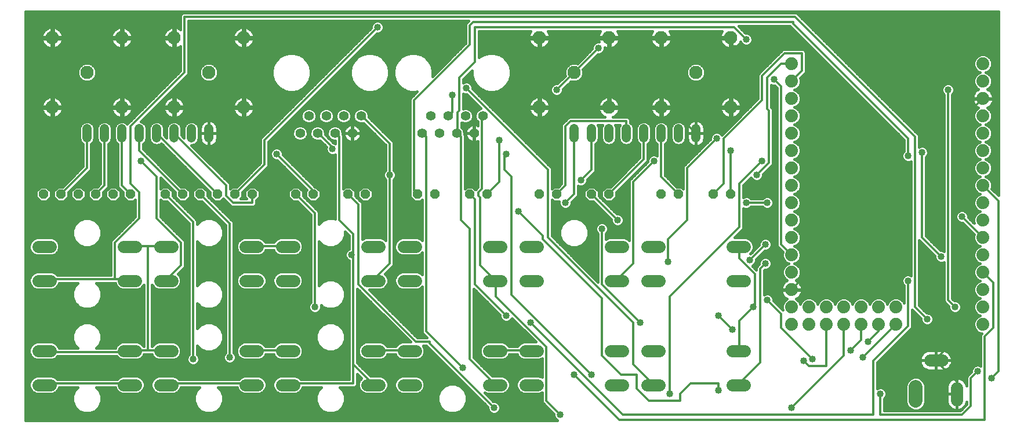
<source format=gtl>
G75*
%MOIN*%
%OFA0B0*%
%FSLAX24Y24*%
%IPPOS*%
%LPD*%
%AMOC8*
5,1,8,0,0,1.08239X$1,22.5*
%
%ADD10C,0.0705*%
%ADD11OC8,0.0520*%
%ADD12C,0.0765*%
%ADD13C,0.0554*%
%ADD14C,0.0520*%
%ADD15C,0.0740*%
%ADD16C,0.0700*%
%ADD17C,0.0800*%
%ADD18C,0.0160*%
%ADD19C,0.0140*%
%ADD20C,0.0400*%
%ADD21C,0.0396*%
D10*
X001368Y002700D02*
X002073Y002700D01*
X006288Y002700D02*
X006993Y002700D01*
X008368Y002700D02*
X009073Y002700D01*
X009073Y004660D02*
X008368Y004660D01*
X006993Y004660D02*
X006288Y004660D01*
X002073Y004660D02*
X001368Y004660D01*
X001368Y008700D02*
X002073Y008700D01*
X006288Y008700D02*
X006993Y008700D01*
X008368Y008700D02*
X009073Y008700D01*
X009073Y010660D02*
X008368Y010660D01*
X006993Y010660D02*
X006288Y010660D01*
X002073Y010660D02*
X001368Y010660D01*
X013288Y010660D02*
X013993Y010660D01*
X015368Y010660D02*
X016073Y010660D01*
X020288Y010660D02*
X020993Y010660D01*
X022368Y010660D02*
X023073Y010660D01*
X027288Y010660D02*
X027993Y010660D01*
X029368Y010660D02*
X030073Y010660D01*
X034288Y010660D02*
X034993Y010660D01*
X036368Y010660D02*
X037073Y010660D01*
X041288Y010660D02*
X041993Y010660D01*
X041993Y008700D02*
X041288Y008700D01*
X037073Y008700D02*
X036368Y008700D01*
X034993Y008700D02*
X034288Y008700D01*
X030073Y008700D02*
X029368Y008700D01*
X027993Y008700D02*
X027288Y008700D01*
X023073Y008700D02*
X022368Y008700D01*
X020993Y008700D02*
X020288Y008700D01*
X016073Y008700D02*
X015368Y008700D01*
X013993Y008700D02*
X013288Y008700D01*
X013288Y004660D02*
X013993Y004660D01*
X015368Y004660D02*
X016073Y004660D01*
X020288Y004660D02*
X020993Y004660D01*
X022368Y004660D02*
X023073Y004660D01*
X027288Y004660D02*
X027993Y004660D01*
X029368Y004660D02*
X030073Y004660D01*
X034288Y004660D02*
X034993Y004660D01*
X036368Y004660D02*
X037073Y004660D01*
X041288Y004660D02*
X041993Y004660D01*
X041993Y002700D02*
X041288Y002700D01*
X037073Y002700D02*
X036368Y002700D01*
X034993Y002700D02*
X034288Y002700D01*
X030073Y002700D02*
X029368Y002700D01*
X027993Y002700D02*
X027288Y002700D01*
X023073Y002700D02*
X022368Y002700D01*
X020993Y002700D02*
X020288Y002700D01*
X016073Y002700D02*
X015368Y002700D01*
X013993Y002700D02*
X013288Y002700D01*
D11*
X013680Y013680D03*
X012680Y013680D03*
X011680Y013680D03*
X010680Y013680D03*
X009680Y013680D03*
X008680Y013680D03*
X006680Y013680D03*
X005680Y013680D03*
X004680Y013680D03*
X003680Y013680D03*
X002680Y013680D03*
X001680Y013680D03*
X016180Y013680D03*
X017180Y013680D03*
X019180Y013680D03*
X020180Y013680D03*
X023180Y013680D03*
X024180Y013680D03*
X026180Y013680D03*
X027180Y013680D03*
X030180Y013680D03*
X031180Y013680D03*
X033180Y013680D03*
X034180Y013680D03*
X037180Y013680D03*
X038180Y013680D03*
X040180Y013680D03*
X041180Y013680D03*
D12*
X041180Y018680D03*
X037180Y018680D03*
X034180Y018680D03*
X030180Y018680D03*
X032180Y020680D03*
X030180Y022680D03*
X034180Y022680D03*
X037180Y022680D03*
X041180Y022680D03*
X039180Y020680D03*
X013180Y018680D03*
X009180Y018680D03*
X006180Y018680D03*
X002180Y018680D03*
X004180Y020680D03*
X002180Y022680D03*
X006180Y022680D03*
X009180Y022680D03*
X013180Y022680D03*
X011180Y020680D03*
D13*
X016930Y018180D03*
X017930Y018180D03*
X018930Y018180D03*
X019930Y018180D03*
X019430Y017180D03*
X018430Y017180D03*
X017430Y017180D03*
X016430Y017180D03*
X023430Y017180D03*
X024430Y017180D03*
X025430Y017180D03*
X026430Y017180D03*
X025930Y018180D03*
X026930Y018180D03*
X024930Y018180D03*
X023930Y018180D03*
D14*
X032180Y017440D02*
X032180Y016920D01*
X033180Y016920D02*
X033180Y017440D01*
X034180Y017440D02*
X034180Y016920D01*
X035180Y016920D02*
X035180Y017440D01*
X036180Y017440D02*
X036180Y016920D01*
X037180Y016920D02*
X037180Y017440D01*
X038180Y017440D02*
X038180Y016920D01*
X039180Y016920D02*
X039180Y017440D01*
X011180Y017440D02*
X011180Y016920D01*
X010180Y016920D02*
X010180Y017440D01*
X009180Y017440D02*
X009180Y016920D01*
X008180Y016920D02*
X008180Y017440D01*
X007180Y017440D02*
X007180Y016920D01*
X006180Y016920D02*
X006180Y017440D01*
X005180Y017440D02*
X005180Y016920D01*
X004180Y016920D02*
X004180Y017440D01*
D15*
X044680Y017180D03*
X044680Y016180D03*
X044680Y015180D03*
X044680Y014180D03*
X044680Y013180D03*
X044680Y012180D03*
X044680Y011180D03*
X044680Y010180D03*
X044680Y009180D03*
X044680Y008180D03*
X044680Y007180D03*
X045680Y007180D03*
X046680Y007180D03*
X047680Y007180D03*
X048680Y007180D03*
X049680Y007180D03*
X050680Y007180D03*
X050680Y006180D03*
X049680Y006180D03*
X048680Y006180D03*
X047680Y006180D03*
X046680Y006180D03*
X045680Y006180D03*
X044680Y006180D03*
X055680Y006180D03*
X055680Y007180D03*
X055680Y008180D03*
X055680Y009180D03*
X055680Y010180D03*
X055680Y011180D03*
X055680Y012180D03*
X055680Y013180D03*
X055680Y014180D03*
X055680Y015180D03*
X055680Y016180D03*
X055680Y017180D03*
X055680Y018180D03*
X055680Y019180D03*
X055680Y020180D03*
X055680Y021180D03*
X044680Y021180D03*
X044680Y020180D03*
X044680Y019180D03*
X044680Y018180D03*
D16*
X052629Y004109D02*
X053329Y004109D01*
X054180Y002530D02*
X054180Y001830D01*
D17*
X051818Y001780D02*
X051818Y002580D01*
D18*
X000660Y000660D02*
X000660Y024196D01*
X056570Y024196D01*
X056570Y013615D01*
X056181Y014004D01*
X056210Y014075D01*
X056210Y014285D01*
X056129Y014480D01*
X055980Y014629D01*
X055858Y014680D01*
X055980Y014731D01*
X056129Y014880D01*
X056210Y015075D01*
X056210Y015285D01*
X056129Y015480D01*
X055980Y015629D01*
X055858Y015680D01*
X055980Y015731D01*
X056129Y015880D01*
X056210Y016075D01*
X056210Y016285D01*
X056129Y016480D01*
X055980Y016629D01*
X055858Y016680D01*
X055980Y016731D01*
X056129Y016880D01*
X056210Y017075D01*
X056210Y017285D01*
X056129Y017480D01*
X055980Y017629D01*
X055858Y017680D01*
X055980Y017731D01*
X056129Y017880D01*
X056210Y018075D01*
X056210Y018285D01*
X056129Y018480D01*
X055980Y018629D01*
X055947Y018643D01*
X055994Y018667D01*
X056071Y018722D01*
X056138Y018789D01*
X056193Y018866D01*
X056236Y018950D01*
X056265Y019039D01*
X056280Y019133D01*
X056280Y019160D01*
X055700Y019160D01*
X055700Y019200D01*
X056280Y019200D01*
X056280Y019227D01*
X056265Y019320D01*
X056236Y019410D01*
X056193Y019494D01*
X056138Y019571D01*
X056071Y019638D01*
X055994Y019693D01*
X055947Y019717D01*
X055980Y019731D01*
X056129Y019880D01*
X056210Y020075D01*
X056210Y020285D01*
X056129Y020480D01*
X055980Y020629D01*
X055858Y020680D01*
X055980Y020731D01*
X056129Y020880D01*
X056210Y021075D01*
X056210Y021285D01*
X056129Y021480D01*
X055980Y021629D01*
X055785Y021710D01*
X055575Y021710D01*
X055380Y021629D01*
X055231Y021480D01*
X055150Y021285D01*
X055150Y021075D01*
X055231Y020880D01*
X055380Y020731D01*
X055502Y020680D01*
X055380Y020629D01*
X055231Y020480D01*
X055150Y020285D01*
X055150Y020075D01*
X055231Y019880D01*
X055380Y019731D01*
X055413Y019717D01*
X055366Y019693D01*
X055289Y019638D01*
X055222Y019571D01*
X055167Y019494D01*
X055124Y019410D01*
X055095Y019320D01*
X055080Y019227D01*
X055080Y019200D01*
X055660Y019200D01*
X055660Y019160D01*
X055080Y019160D01*
X055080Y019133D01*
X055095Y019039D01*
X055124Y018950D01*
X055167Y018866D01*
X055222Y018789D01*
X055289Y018722D01*
X055366Y018667D01*
X055413Y018643D01*
X055380Y018629D01*
X055231Y018480D01*
X055150Y018285D01*
X055150Y018075D01*
X055231Y017880D01*
X055380Y017731D01*
X055502Y017680D01*
X055380Y017629D01*
X055231Y017480D01*
X055150Y017285D01*
X055150Y017075D01*
X055231Y016880D01*
X055380Y016731D01*
X055502Y016680D01*
X055380Y016629D01*
X055231Y016480D01*
X055150Y016285D01*
X055150Y016075D01*
X055231Y015880D01*
X055380Y015731D01*
X055502Y015680D01*
X055380Y015629D01*
X055231Y015480D01*
X055150Y015285D01*
X055150Y015075D01*
X055231Y014880D01*
X055380Y014731D01*
X055502Y014680D01*
X055380Y014629D01*
X055231Y014480D01*
X055150Y014285D01*
X055150Y014075D01*
X055231Y013880D01*
X055380Y013731D01*
X055502Y013680D01*
X055380Y013629D01*
X055231Y013480D01*
X055150Y013285D01*
X055150Y013075D01*
X055231Y012880D01*
X055380Y012731D01*
X055502Y012680D01*
X055380Y012629D01*
X055231Y012480D01*
X055150Y012285D01*
X055150Y012075D01*
X055178Y012007D01*
X054840Y012345D01*
X054840Y012452D01*
X054785Y012584D01*
X054684Y012685D01*
X054552Y012740D01*
X054408Y012740D01*
X054276Y012685D01*
X054175Y012584D01*
X054120Y012452D01*
X054120Y012308D01*
X054175Y012176D01*
X054276Y012075D01*
X054408Y012020D01*
X054515Y012020D01*
X055179Y011356D01*
X055150Y011285D01*
X055150Y011075D01*
X055231Y010880D01*
X055380Y010731D01*
X055502Y010680D01*
X055380Y010629D01*
X055231Y010480D01*
X055150Y010285D01*
X055150Y010075D01*
X055231Y009880D01*
X055380Y009731D01*
X055502Y009680D01*
X055380Y009629D01*
X055231Y009480D01*
X055150Y009285D01*
X055150Y009075D01*
X055231Y008880D01*
X055380Y008731D01*
X055502Y008680D01*
X055380Y008629D01*
X055231Y008480D01*
X055150Y008285D01*
X055150Y008075D01*
X055231Y007880D01*
X055380Y007731D01*
X055502Y007680D01*
X055380Y007629D01*
X055231Y007480D01*
X055150Y007285D01*
X055150Y007075D01*
X055231Y006880D01*
X055380Y006731D01*
X055502Y006680D01*
X055380Y006629D01*
X055231Y006480D01*
X055150Y006285D01*
X055150Y006075D01*
X055231Y005880D01*
X055380Y005731D01*
X055575Y005650D01*
X055625Y005650D01*
X055550Y005575D01*
X055550Y003799D01*
X055452Y003840D01*
X055308Y003840D01*
X055176Y003785D01*
X055075Y003684D01*
X055020Y003552D01*
X055020Y003445D01*
X054885Y003310D01*
X054750Y003175D01*
X054750Y002639D01*
X054746Y002666D01*
X054718Y002753D01*
X054676Y002834D01*
X054622Y002908D01*
X054558Y002972D01*
X054484Y003026D01*
X054403Y003068D01*
X054316Y003096D01*
X054226Y003110D01*
X054180Y003110D01*
X054180Y002180D01*
X054180Y002180D01*
X054180Y001250D01*
X054226Y001250D01*
X054316Y001264D01*
X054403Y001292D01*
X054484Y001334D01*
X054558Y001388D01*
X054622Y001452D01*
X054676Y001526D01*
X054718Y001607D01*
X054746Y001694D01*
X054750Y001721D01*
X054750Y001575D01*
X054385Y001210D01*
X050010Y001210D01*
X050010Y001901D01*
X050085Y001976D01*
X050140Y002108D01*
X050140Y002252D01*
X050085Y002384D01*
X049984Y002485D01*
X049852Y002540D01*
X049708Y002540D01*
X049610Y002499D01*
X049610Y003985D01*
X051475Y005850D01*
X051610Y005985D01*
X051610Y007025D01*
X051685Y006950D01*
X052120Y006515D01*
X052120Y006408D01*
X052175Y006276D01*
X052276Y006175D01*
X052408Y006120D01*
X052552Y006120D01*
X052684Y006175D01*
X052785Y006276D01*
X052840Y006408D01*
X052840Y006552D01*
X052785Y006684D01*
X052684Y006785D01*
X052552Y006840D01*
X052445Y006840D01*
X052010Y007275D01*
X052010Y011025D01*
X052085Y010950D01*
X052920Y010115D01*
X052920Y010008D01*
X052975Y009876D01*
X053076Y009775D01*
X053208Y009720D01*
X053352Y009720D01*
X053450Y009761D01*
X053450Y007485D01*
X053585Y007350D01*
X053720Y007215D01*
X053720Y007108D01*
X053775Y006976D01*
X053876Y006875D01*
X054008Y006820D01*
X054152Y006820D01*
X054284Y006875D01*
X054385Y006976D01*
X054440Y007108D01*
X054440Y007252D01*
X054385Y007384D01*
X054284Y007485D01*
X054152Y007540D01*
X054045Y007540D01*
X053910Y007675D01*
X053910Y019401D01*
X053985Y019476D01*
X054040Y019608D01*
X054040Y019752D01*
X053985Y019884D01*
X053884Y019985D01*
X053752Y020040D01*
X053608Y020040D01*
X053476Y019985D01*
X053375Y019884D01*
X053320Y019752D01*
X053320Y019608D01*
X053375Y019476D01*
X053450Y019401D01*
X053450Y010399D01*
X053352Y010440D01*
X053245Y010440D01*
X052410Y011275D01*
X053450Y011275D01*
X053450Y011117D02*
X052569Y011117D01*
X052727Y010958D02*
X053450Y010958D01*
X053450Y010800D02*
X052886Y010800D01*
X053044Y010641D02*
X053450Y010641D01*
X053450Y010483D02*
X053203Y010483D01*
X052711Y010324D02*
X052010Y010324D01*
X052010Y010166D02*
X052869Y010166D01*
X052921Y010007D02*
X052010Y010007D01*
X052010Y009849D02*
X053002Y009849D01*
X053450Y009690D02*
X052010Y009690D01*
X052010Y009532D02*
X053450Y009532D01*
X053450Y009373D02*
X052010Y009373D01*
X052010Y009215D02*
X053450Y009215D01*
X053450Y009056D02*
X052010Y009056D01*
X052010Y008898D02*
X053450Y008898D01*
X053450Y008739D02*
X052010Y008739D01*
X052010Y008581D02*
X053450Y008581D01*
X053450Y008422D02*
X052010Y008422D01*
X052010Y008264D02*
X053450Y008264D01*
X053450Y008105D02*
X052010Y008105D01*
X052010Y007947D02*
X053450Y007947D01*
X053450Y007788D02*
X052010Y007788D01*
X052010Y007630D02*
X053450Y007630D01*
X053464Y007471D02*
X052010Y007471D01*
X052010Y007313D02*
X053622Y007313D01*
X053720Y007154D02*
X052131Y007154D01*
X052290Y006996D02*
X053767Y006996D01*
X053967Y006837D02*
X052559Y006837D01*
X052787Y006679D02*
X055499Y006679D01*
X055273Y006837D02*
X054193Y006837D01*
X054393Y006996D02*
X055183Y006996D01*
X055150Y007154D02*
X054440Y007154D01*
X054415Y007313D02*
X055161Y007313D01*
X055227Y007471D02*
X054298Y007471D01*
X053956Y007630D02*
X055380Y007630D01*
X055322Y007788D02*
X053910Y007788D01*
X053910Y007947D02*
X055203Y007947D01*
X055150Y008105D02*
X053910Y008105D01*
X053910Y008264D02*
X055150Y008264D01*
X055207Y008422D02*
X053910Y008422D01*
X053910Y008581D02*
X055331Y008581D01*
X055371Y008739D02*
X053910Y008739D01*
X053910Y008898D02*
X055223Y008898D01*
X055158Y009056D02*
X053910Y009056D01*
X053910Y009215D02*
X055150Y009215D01*
X055186Y009373D02*
X053910Y009373D01*
X053910Y009532D02*
X055282Y009532D01*
X055478Y009690D02*
X053910Y009690D01*
X053910Y009849D02*
X055262Y009849D01*
X055178Y010007D02*
X053910Y010007D01*
X053910Y010166D02*
X055150Y010166D01*
X055166Y010324D02*
X053910Y010324D01*
X053910Y010483D02*
X055233Y010483D01*
X055408Y010641D02*
X053910Y010641D01*
X053910Y010800D02*
X055311Y010800D01*
X055198Y010958D02*
X053910Y010958D01*
X053910Y011117D02*
X055150Y011117D01*
X055150Y011275D02*
X053910Y011275D01*
X053910Y011434D02*
X055101Y011434D01*
X054943Y011592D02*
X053910Y011592D01*
X053910Y011751D02*
X054784Y011751D01*
X054626Y011909D02*
X053910Y011909D01*
X053910Y012068D02*
X054294Y012068D01*
X054154Y012226D02*
X053910Y012226D01*
X053910Y012385D02*
X054120Y012385D01*
X054158Y012543D02*
X053910Y012543D01*
X053910Y012702D02*
X054315Y012702D01*
X054645Y012702D02*
X055450Y012702D01*
X055293Y012543D02*
X054802Y012543D01*
X054840Y012385D02*
X055191Y012385D01*
X055150Y012226D02*
X054959Y012226D01*
X055118Y012068D02*
X055153Y012068D01*
X055250Y012860D02*
X053910Y012860D01*
X053910Y013019D02*
X055173Y013019D01*
X055150Y013177D02*
X053910Y013177D01*
X053910Y013336D02*
X055171Y013336D01*
X055244Y013494D02*
X053910Y013494D01*
X053910Y013653D02*
X055436Y013653D01*
X055299Y013811D02*
X053910Y013811D01*
X053910Y013970D02*
X055194Y013970D01*
X055150Y014128D02*
X053910Y014128D01*
X053910Y014287D02*
X055150Y014287D01*
X055216Y014445D02*
X053910Y014445D01*
X053910Y014604D02*
X055354Y014604D01*
X055348Y014762D02*
X053910Y014762D01*
X053910Y014921D02*
X055214Y014921D01*
X055150Y015079D02*
X053910Y015079D01*
X053910Y015238D02*
X055150Y015238D01*
X055196Y015396D02*
X053910Y015396D01*
X053910Y015555D02*
X055305Y015555D01*
X055422Y015713D02*
X053910Y015713D01*
X053910Y015872D02*
X055239Y015872D01*
X055168Y016030D02*
X053910Y016030D01*
X053910Y016189D02*
X055150Y016189D01*
X055176Y016347D02*
X053910Y016347D01*
X053910Y016506D02*
X055256Y016506D01*
X055464Y016664D02*
X053910Y016664D01*
X053910Y016823D02*
X055288Y016823D01*
X055189Y016981D02*
X053910Y016981D01*
X053910Y017140D02*
X055150Y017140D01*
X055155Y017298D02*
X053910Y017298D01*
X053910Y017457D02*
X055221Y017457D01*
X055365Y017615D02*
X053910Y017615D01*
X053910Y017774D02*
X055337Y017774D01*
X055209Y017932D02*
X053910Y017932D01*
X053910Y018091D02*
X055150Y018091D01*
X055150Y018249D02*
X053910Y018249D01*
X053910Y018408D02*
X055201Y018408D01*
X055316Y018566D02*
X053910Y018566D01*
X053910Y018725D02*
X055287Y018725D01*
X055158Y018883D02*
X053910Y018883D01*
X053910Y019042D02*
X055094Y019042D01*
X055080Y019200D02*
X053910Y019200D01*
X053910Y019359D02*
X055107Y019359D01*
X055183Y019517D02*
X054002Y019517D01*
X054040Y019676D02*
X055341Y019676D01*
X055276Y019834D02*
X054006Y019834D01*
X053866Y019993D02*
X055184Y019993D01*
X055150Y020151D02*
X048934Y020151D01*
X048776Y020310D02*
X055160Y020310D01*
X055226Y020468D02*
X048617Y020468D01*
X048459Y020627D02*
X055377Y020627D01*
X055325Y020785D02*
X048300Y020785D01*
X048142Y020944D02*
X055204Y020944D01*
X055150Y021102D02*
X047983Y021102D01*
X047825Y021261D02*
X055150Y021261D01*
X055205Y021419D02*
X047666Y021419D01*
X047508Y021578D02*
X055328Y021578D01*
X056032Y021578D02*
X056570Y021578D01*
X056570Y021736D02*
X047349Y021736D01*
X047191Y021895D02*
X056570Y021895D01*
X056570Y022053D02*
X047032Y022053D01*
X046874Y022212D02*
X056570Y022212D01*
X056570Y022370D02*
X046715Y022370D01*
X046557Y022529D02*
X056570Y022529D01*
X056570Y022687D02*
X046398Y022687D01*
X046240Y022846D02*
X056570Y022846D01*
X056570Y023004D02*
X046081Y023004D01*
X045923Y023163D02*
X056570Y023163D01*
X056570Y023321D02*
X045764Y023321D01*
X045606Y023480D02*
X056570Y023480D01*
X056570Y023638D02*
X045447Y023638D01*
X045289Y023797D02*
X056570Y023797D01*
X056570Y023955D02*
X045130Y023955D01*
X045110Y023975D02*
X044975Y024110D01*
X009685Y024110D01*
X009550Y023975D01*
X009550Y023168D01*
X009501Y023204D01*
X009415Y023248D01*
X009323Y023277D01*
X009228Y023292D01*
X009228Y023292D01*
X009228Y022728D01*
X009132Y022728D01*
X009132Y023292D01*
X009037Y023277D01*
X008945Y023248D01*
X008859Y023204D01*
X008781Y023147D01*
X008713Y023079D01*
X008656Y023001D01*
X008612Y022915D01*
X008583Y022823D01*
X008568Y022728D01*
X008568Y022728D01*
X009132Y022728D01*
X009132Y022632D01*
X009228Y022632D01*
X009228Y022068D01*
X009323Y022083D01*
X009415Y022112D01*
X009501Y022156D01*
X009550Y022192D01*
X009550Y020775D01*
X006585Y017810D01*
X006585Y017810D01*
X006494Y017720D01*
X006418Y017796D01*
X006264Y017860D01*
X006096Y017860D01*
X005942Y017796D01*
X005824Y017678D01*
X005760Y017524D01*
X005760Y016836D01*
X005824Y016682D01*
X005942Y016564D01*
X005950Y016561D01*
X005950Y014085D01*
X006085Y013950D01*
X006260Y013775D01*
X006260Y013506D01*
X006506Y013260D01*
X006854Y013260D01*
X006950Y013356D01*
X006950Y012375D01*
X005685Y011110D01*
X005550Y010975D01*
X005550Y009010D01*
X002487Y009010D01*
X002363Y009134D01*
X002174Y009212D01*
X001266Y009212D01*
X001077Y009134D01*
X000933Y008990D01*
X000855Y008802D01*
X000855Y008598D01*
X000933Y008410D01*
X001077Y008266D01*
X001266Y008188D01*
X002174Y008188D01*
X002363Y008266D01*
X002507Y008410D01*
X002565Y008550D01*
X003639Y008550D01*
X003472Y008383D01*
X003345Y008076D01*
X003345Y007744D01*
X003472Y007437D01*
X003707Y007202D01*
X004014Y007075D01*
X004346Y007075D01*
X004653Y007202D01*
X004888Y007437D01*
X005015Y007744D01*
X005015Y008076D01*
X004888Y008383D01*
X004721Y008550D01*
X005795Y008550D01*
X005853Y008410D01*
X005997Y008266D01*
X006186Y008188D01*
X007094Y008188D01*
X007283Y008266D01*
X007427Y008410D01*
X007450Y008465D01*
X007450Y004910D01*
X007444Y004910D01*
X007427Y004950D01*
X007283Y005094D01*
X007094Y005172D01*
X006186Y005172D01*
X005997Y005094D01*
X005853Y004950D01*
X005795Y004810D01*
X004721Y004810D01*
X004888Y004977D01*
X005015Y005284D01*
X005015Y005616D01*
X004888Y005923D01*
X004653Y006158D01*
X004346Y006285D01*
X004014Y006285D01*
X003707Y006158D01*
X003472Y005923D01*
X003345Y005616D01*
X003345Y005284D01*
X003472Y004977D01*
X003639Y004810D01*
X002565Y004810D01*
X002507Y004950D01*
X002363Y005094D01*
X002174Y005172D01*
X001266Y005172D01*
X001077Y005094D01*
X000933Y004950D01*
X000855Y004762D01*
X000855Y004558D01*
X000933Y004370D01*
X001077Y004226D01*
X001266Y004148D01*
X002174Y004148D01*
X002363Y004226D01*
X002487Y004350D01*
X005873Y004350D01*
X005997Y004226D01*
X006186Y004148D01*
X007094Y004148D01*
X007283Y004226D01*
X007427Y004370D01*
X007460Y004450D01*
X007900Y004450D01*
X007933Y004370D01*
X008077Y004226D01*
X008266Y004148D01*
X009174Y004148D01*
X009363Y004226D01*
X009507Y004370D01*
X009585Y004558D01*
X009585Y004762D01*
X009507Y004950D01*
X009363Y005094D01*
X009174Y005172D01*
X008266Y005172D01*
X008077Y005094D01*
X007933Y004950D01*
X007916Y004910D01*
X007910Y004910D01*
X007910Y008465D01*
X007933Y008410D01*
X008077Y008266D01*
X008266Y008188D01*
X009174Y008188D01*
X009363Y008266D01*
X009507Y008410D01*
X009585Y008598D01*
X009585Y008802D01*
X009507Y008990D01*
X009411Y009086D01*
X009810Y009485D01*
X009810Y010975D01*
X009675Y011110D01*
X008410Y012375D01*
X008410Y013356D01*
X008506Y013260D01*
X008775Y013260D01*
X010050Y011985D01*
X010050Y004459D01*
X009975Y004384D01*
X009920Y004252D01*
X009920Y004108D01*
X009975Y003976D01*
X010076Y003875D01*
X010208Y003820D01*
X010352Y003820D01*
X010484Y003875D01*
X010585Y003976D01*
X010640Y004108D01*
X010640Y004252D01*
X010585Y004384D01*
X010510Y004459D01*
X010510Y004939D01*
X010707Y004742D01*
X011014Y004615D01*
X011346Y004615D01*
X011653Y004742D01*
X011888Y004977D01*
X012015Y005284D01*
X012015Y005616D01*
X011888Y005923D01*
X011653Y006158D01*
X011346Y006285D01*
X011014Y006285D01*
X010707Y006158D01*
X010510Y005961D01*
X010510Y007399D01*
X010707Y007202D01*
X011014Y007075D01*
X011346Y007075D01*
X011653Y007202D01*
X011888Y007437D01*
X012015Y007744D01*
X012015Y008076D01*
X011888Y008383D01*
X011653Y008618D01*
X011346Y008745D01*
X011014Y008745D01*
X010707Y008618D01*
X010510Y008421D01*
X010510Y010939D01*
X010707Y010742D01*
X011014Y010615D01*
X011346Y010615D01*
X011653Y010742D01*
X011888Y010977D01*
X012015Y011284D01*
X012015Y011616D01*
X011888Y011923D01*
X011653Y012158D01*
X011346Y012285D01*
X011014Y012285D01*
X010707Y012158D01*
X010510Y011961D01*
X010510Y012175D01*
X010375Y012310D01*
X009100Y013585D01*
X009100Y013854D01*
X008854Y014100D01*
X008506Y014100D01*
X008410Y014004D01*
X008410Y014625D01*
X009260Y013775D01*
X009260Y013506D01*
X009506Y013260D01*
X009854Y013260D01*
X010100Y013506D01*
X010100Y013854D01*
X009854Y014100D01*
X009585Y014100D01*
X007410Y016275D01*
X007410Y016561D01*
X007418Y016564D01*
X007536Y016682D01*
X007600Y016836D01*
X007600Y017524D01*
X007536Y017678D01*
X007418Y017796D01*
X007279Y017854D01*
X010010Y020585D01*
X010010Y023650D01*
X026125Y023650D01*
X025950Y023475D01*
X025950Y022375D01*
X024029Y020454D01*
X024050Y020533D01*
X024050Y020827D01*
X023974Y021112D01*
X023826Y021368D01*
X023618Y021576D01*
X023362Y021724D01*
X023077Y021800D01*
X022783Y021800D01*
X022498Y021724D01*
X022242Y021576D01*
X022034Y021368D01*
X021886Y021112D01*
X021810Y020827D01*
X021810Y020533D01*
X021886Y020248D01*
X022034Y019992D01*
X022242Y019784D01*
X022498Y019636D01*
X022783Y019560D01*
X023077Y019560D01*
X023156Y019581D01*
X022750Y019175D01*
X022750Y013785D01*
X022760Y013775D01*
X022760Y013506D01*
X023006Y013260D01*
X023354Y013260D01*
X023450Y013356D01*
X023450Y011007D01*
X023363Y011094D01*
X023174Y011172D01*
X022266Y011172D01*
X022077Y011094D01*
X021933Y010950D01*
X021855Y010762D01*
X021855Y010558D01*
X021933Y010370D01*
X022077Y010226D01*
X022266Y010148D01*
X023174Y010148D01*
X023363Y010226D01*
X023450Y010313D01*
X023450Y009047D01*
X023363Y009134D01*
X023174Y009212D01*
X022266Y009212D01*
X022077Y009134D01*
X021933Y008990D01*
X021855Y008802D01*
X021855Y008598D01*
X021933Y008410D01*
X022077Y008266D01*
X022266Y008188D01*
X023174Y008188D01*
X023363Y008266D01*
X023450Y008353D01*
X023450Y005685D01*
X023585Y005550D01*
X023725Y005410D01*
X023175Y005410D01*
X020398Y008188D01*
X021094Y008188D01*
X021283Y008266D01*
X021427Y008410D01*
X021505Y008598D01*
X021505Y008802D01*
X021427Y008990D01*
X021321Y009096D01*
X021810Y009585D01*
X021810Y014501D01*
X021885Y014576D01*
X021940Y014708D01*
X021940Y014852D01*
X021885Y014984D01*
X021810Y015059D01*
X021810Y016675D01*
X021675Y016810D01*
X020367Y018118D01*
X020367Y018267D01*
X020301Y018428D01*
X020178Y018551D01*
X020017Y018617D01*
X019843Y018617D01*
X019682Y018551D01*
X019559Y018428D01*
X019493Y018267D01*
X019493Y018093D01*
X019559Y017932D01*
X019682Y017809D01*
X019843Y017743D01*
X020017Y017743D01*
X020070Y017765D01*
X021350Y016485D01*
X021350Y015059D01*
X021275Y014984D01*
X021220Y014852D01*
X021220Y014708D01*
X021275Y014576D01*
X021350Y014501D01*
X021350Y011027D01*
X021283Y011094D01*
X021094Y011172D01*
X020186Y011172D01*
X020010Y011100D01*
X020010Y013175D01*
X019875Y013310D01*
X019600Y013585D01*
X019600Y013854D01*
X019354Y014100D01*
X019006Y014100D01*
X018910Y014004D01*
X018910Y017075D01*
X018867Y017118D01*
X018867Y017267D01*
X018801Y017428D01*
X018678Y017551D01*
X018517Y017617D01*
X018343Y017617D01*
X018182Y017551D01*
X018059Y017428D01*
X017993Y017267D01*
X017993Y017093D01*
X018059Y016932D01*
X018182Y016809D01*
X018343Y016743D01*
X018450Y016743D01*
X018450Y016599D01*
X018352Y016640D01*
X018345Y016640D01*
X017867Y017118D01*
X017867Y017267D01*
X017801Y017428D01*
X017678Y017551D01*
X017517Y017617D01*
X017343Y017617D01*
X017182Y017551D01*
X017059Y017428D01*
X016993Y017267D01*
X016993Y017093D01*
X017059Y016932D01*
X017182Y016809D01*
X017343Y016743D01*
X017517Y016743D01*
X017570Y016765D01*
X017938Y016396D01*
X017920Y016352D01*
X017920Y016208D01*
X017975Y016076D01*
X018076Y015975D01*
X018208Y015920D01*
X018352Y015920D01*
X018450Y015961D01*
X018450Y012242D01*
X018346Y012285D01*
X018014Y012285D01*
X017707Y012158D01*
X017510Y011961D01*
X017510Y012675D01*
X017375Y012810D01*
X016600Y013585D01*
X016600Y013854D01*
X016354Y014100D01*
X016006Y014100D01*
X015760Y013854D01*
X015760Y013506D01*
X016006Y013260D01*
X016275Y013260D01*
X017050Y012485D01*
X017050Y007459D01*
X016975Y007384D01*
X016920Y007252D01*
X016920Y007108D01*
X016975Y006976D01*
X017076Y006875D01*
X017208Y006820D01*
X017352Y006820D01*
X017484Y006875D01*
X017585Y006976D01*
X017640Y007108D01*
X017640Y007252D01*
X017628Y007282D01*
X017707Y007202D01*
X018014Y007075D01*
X018346Y007075D01*
X018653Y007202D01*
X018888Y007437D01*
X019015Y007744D01*
X019015Y008076D01*
X018888Y008383D01*
X018653Y008618D01*
X018346Y008745D01*
X018014Y008745D01*
X017707Y008618D01*
X017510Y008421D01*
X017510Y010939D01*
X017707Y010742D01*
X018014Y010615D01*
X018346Y010615D01*
X018653Y010742D01*
X018888Y010977D01*
X019015Y011284D01*
X019015Y011520D01*
X019250Y011285D01*
X019250Y010516D01*
X019176Y010485D01*
X019075Y010384D01*
X019020Y010252D01*
X019020Y010108D01*
X019075Y009976D01*
X019176Y009875D01*
X019250Y009844D01*
X019250Y003010D01*
X016487Y003010D01*
X016363Y003134D01*
X016174Y003212D01*
X015266Y003212D01*
X015077Y003134D01*
X014933Y002990D01*
X014855Y002802D01*
X014855Y002598D01*
X014933Y002410D01*
X015077Y002266D01*
X015266Y002188D01*
X016174Y002188D01*
X016363Y002266D01*
X016507Y002410D01*
X016565Y002550D01*
X017639Y002550D01*
X017472Y002383D01*
X017345Y002076D01*
X017345Y001744D01*
X017472Y001437D01*
X017707Y001202D01*
X018014Y001075D01*
X018346Y001075D01*
X018653Y001202D01*
X018888Y001437D01*
X019015Y001744D01*
X019015Y002076D01*
X018888Y002383D01*
X018721Y002550D01*
X019575Y002550D01*
X019710Y002685D01*
X019710Y003325D01*
X019949Y003086D01*
X019853Y002990D01*
X019775Y002802D01*
X019775Y002598D01*
X019853Y002410D01*
X019997Y002266D01*
X020186Y002188D01*
X021094Y002188D01*
X021283Y002266D01*
X021427Y002410D01*
X021505Y002598D01*
X021505Y002802D01*
X021427Y002990D01*
X021283Y003134D01*
X021094Y003212D01*
X020473Y003212D01*
X019710Y003975D01*
X019710Y008225D01*
X022762Y005172D01*
X022266Y005172D01*
X022077Y005094D01*
X021933Y004950D01*
X021916Y004910D01*
X021444Y004910D01*
X021427Y004950D01*
X021283Y005094D01*
X021094Y005172D01*
X020186Y005172D01*
X019997Y005094D01*
X019853Y004950D01*
X019775Y004762D01*
X019775Y004558D01*
X019853Y004370D01*
X019997Y004226D01*
X020186Y004148D01*
X021094Y004148D01*
X021283Y004226D01*
X021427Y004370D01*
X021460Y004450D01*
X021900Y004450D01*
X021933Y004370D01*
X022077Y004226D01*
X022266Y004148D01*
X023174Y004148D01*
X023363Y004226D01*
X023507Y004370D01*
X023585Y004558D01*
X023585Y004762D01*
X023507Y004950D01*
X023685Y004950D01*
X027220Y001415D01*
X027220Y001308D01*
X027275Y001176D01*
X027376Y001075D01*
X027508Y001020D01*
X027652Y001020D01*
X027784Y001075D01*
X027885Y001176D01*
X027940Y001308D01*
X027940Y001452D01*
X027885Y001584D01*
X027784Y001685D01*
X027652Y001740D01*
X027545Y001740D01*
X027036Y002250D01*
X027186Y002188D01*
X028094Y002188D01*
X028283Y002266D01*
X028427Y002410D01*
X028505Y002598D01*
X028505Y002802D01*
X028427Y002990D01*
X028283Y003134D01*
X028094Y003212D01*
X027473Y003212D01*
X026410Y004275D01*
X026410Y008225D01*
X027920Y006715D01*
X027920Y006608D01*
X027975Y006476D01*
X028076Y006375D01*
X028208Y006320D01*
X028352Y006320D01*
X028484Y006375D01*
X028585Y006476D01*
X028607Y006528D01*
X029962Y005172D01*
X029266Y005172D01*
X029077Y005094D01*
X028933Y004950D01*
X028916Y004910D01*
X028444Y004910D01*
X028427Y004950D01*
X028283Y005094D01*
X028094Y005172D01*
X027186Y005172D01*
X026997Y005094D01*
X026853Y004950D01*
X026775Y004762D01*
X026775Y004558D01*
X026853Y004370D01*
X026997Y004226D01*
X027186Y004148D01*
X028094Y004148D01*
X028283Y004226D01*
X028427Y004370D01*
X028460Y004450D01*
X028900Y004450D01*
X028933Y004370D01*
X029077Y004226D01*
X029266Y004148D01*
X030174Y004148D01*
X030350Y004220D01*
X030350Y003140D01*
X030174Y003212D01*
X029266Y003212D01*
X029077Y003134D01*
X028933Y002990D01*
X028855Y002802D01*
X028855Y002598D01*
X028933Y002410D01*
X029077Y002266D01*
X029266Y002188D01*
X030174Y002188D01*
X030350Y002260D01*
X030350Y001685D01*
X030485Y001550D01*
X031020Y001015D01*
X031020Y000908D01*
X031075Y000776D01*
X031176Y000675D01*
X031212Y000660D01*
X000660Y000660D01*
X000660Y000814D02*
X031059Y000814D01*
X031020Y000973D02*
X000660Y000973D01*
X000660Y001131D02*
X003879Y001131D01*
X004014Y001075D02*
X004346Y001075D01*
X004653Y001202D01*
X004888Y001437D01*
X005015Y001744D01*
X005015Y002076D01*
X004888Y002383D01*
X004721Y002550D01*
X005795Y002550D01*
X005853Y002410D01*
X005997Y002266D01*
X006186Y002188D01*
X007094Y002188D01*
X007283Y002266D01*
X007427Y002410D01*
X007505Y002598D01*
X007505Y002802D01*
X007427Y002990D01*
X007283Y003134D01*
X007094Y003212D01*
X006186Y003212D01*
X005997Y003134D01*
X005873Y003010D01*
X002487Y003010D01*
X002363Y003134D01*
X002174Y003212D01*
X001266Y003212D01*
X001077Y003134D01*
X000933Y002990D01*
X000855Y002802D01*
X000855Y002598D01*
X000933Y002410D01*
X001077Y002266D01*
X001266Y002188D01*
X002174Y002188D01*
X002363Y002266D01*
X002507Y002410D01*
X002565Y002550D01*
X003639Y002550D01*
X003472Y002383D01*
X003345Y002076D01*
X003345Y001744D01*
X003472Y001437D01*
X003707Y001202D01*
X004014Y001075D01*
X003620Y001290D02*
X000660Y001290D01*
X000660Y001448D02*
X003468Y001448D01*
X003402Y001607D02*
X000660Y001607D01*
X000660Y001765D02*
X003345Y001765D01*
X003345Y001924D02*
X000660Y001924D01*
X000660Y002082D02*
X003347Y002082D01*
X003413Y002241D02*
X002302Y002241D01*
X002496Y002399D02*
X003488Y002399D01*
X004872Y002399D02*
X005864Y002399D01*
X006058Y002241D02*
X004947Y002241D01*
X005013Y002082D02*
X010347Y002082D01*
X010345Y002076D02*
X010345Y001744D01*
X010472Y001437D01*
X010707Y001202D01*
X011014Y001075D01*
X011346Y001075D01*
X011653Y001202D01*
X011888Y001437D01*
X012015Y001744D01*
X012015Y002076D01*
X011888Y002383D01*
X011721Y002550D01*
X012795Y002550D01*
X012853Y002410D01*
X012997Y002266D01*
X013186Y002188D01*
X014094Y002188D01*
X014283Y002266D01*
X014427Y002410D01*
X014505Y002598D01*
X014505Y002802D01*
X014427Y002990D01*
X014283Y003134D01*
X014094Y003212D01*
X013186Y003212D01*
X012997Y003134D01*
X012873Y003010D01*
X009487Y003010D01*
X009363Y003134D01*
X009174Y003212D01*
X008266Y003212D01*
X008077Y003134D01*
X007933Y002990D01*
X007855Y002802D01*
X007855Y002598D01*
X007933Y002410D01*
X008077Y002266D01*
X008266Y002188D01*
X009174Y002188D01*
X009363Y002266D01*
X009507Y002410D01*
X009565Y002550D01*
X010639Y002550D01*
X010472Y002383D01*
X010345Y002076D01*
X010345Y001924D02*
X005015Y001924D01*
X005015Y001765D02*
X010345Y001765D01*
X010402Y001607D02*
X004958Y001607D01*
X004892Y001448D02*
X010468Y001448D01*
X010620Y001290D02*
X004740Y001290D01*
X004481Y001131D02*
X010879Y001131D01*
X011481Y001131D02*
X017879Y001131D01*
X017620Y001290D02*
X011740Y001290D01*
X011892Y001448D02*
X017468Y001448D01*
X017402Y001607D02*
X011958Y001607D01*
X012015Y001765D02*
X017345Y001765D01*
X017345Y001924D02*
X012015Y001924D01*
X012013Y002082D02*
X017347Y002082D01*
X017413Y002241D02*
X016302Y002241D01*
X016496Y002399D02*
X017488Y002399D01*
X018872Y002399D02*
X019864Y002399D01*
X019792Y002558D02*
X019583Y002558D01*
X019710Y002716D02*
X019775Y002716D01*
X019805Y002875D02*
X019710Y002875D01*
X019710Y003033D02*
X019896Y003033D01*
X019843Y003192D02*
X019710Y003192D01*
X019250Y003192D02*
X016225Y003192D01*
X016464Y003033D02*
X019250Y003033D01*
X019250Y003350D02*
X000660Y003350D01*
X000660Y003192D02*
X001215Y003192D01*
X000976Y003033D02*
X000660Y003033D01*
X000660Y002875D02*
X000885Y002875D01*
X000855Y002716D02*
X000660Y002716D01*
X000660Y002558D02*
X000872Y002558D01*
X000944Y002399D02*
X000660Y002399D01*
X000660Y002241D02*
X001138Y002241D01*
X002225Y003192D02*
X006135Y003192D01*
X005896Y003033D02*
X002464Y003033D01*
X000660Y003509D02*
X019250Y003509D01*
X019250Y003667D02*
X000660Y003667D01*
X000660Y003826D02*
X010195Y003826D01*
X010365Y003826D02*
X019250Y003826D01*
X019250Y003984D02*
X012593Y003984D01*
X012584Y003975D02*
X012685Y004076D01*
X012740Y004208D01*
X012740Y004352D01*
X012685Y004484D01*
X012610Y004559D01*
X012610Y012075D01*
X012475Y012210D01*
X011100Y013585D01*
X011100Y013854D01*
X010854Y014100D01*
X010506Y014100D01*
X010260Y013854D01*
X010260Y013506D01*
X010506Y013260D01*
X010775Y013260D01*
X012150Y011885D01*
X012150Y004559D01*
X012075Y004484D01*
X012020Y004352D01*
X012020Y004208D01*
X012075Y004076D01*
X012176Y003975D01*
X012308Y003920D01*
X012452Y003920D01*
X012584Y003975D01*
X012713Y004143D02*
X019250Y004143D01*
X019250Y004301D02*
X016438Y004301D01*
X016507Y004370D02*
X016585Y004558D01*
X016585Y004762D01*
X016507Y004950D01*
X016363Y005094D01*
X016174Y005172D01*
X015266Y005172D01*
X015077Y005094D01*
X014933Y004950D01*
X014916Y004910D01*
X014444Y004910D01*
X014427Y004950D01*
X014283Y005094D01*
X014094Y005172D01*
X013186Y005172D01*
X012997Y005094D01*
X012853Y004950D01*
X012775Y004762D01*
X012775Y004558D01*
X012853Y004370D01*
X012997Y004226D01*
X013186Y004148D01*
X014094Y004148D01*
X014283Y004226D01*
X014427Y004370D01*
X014460Y004450D01*
X014900Y004450D01*
X014933Y004370D01*
X015077Y004226D01*
X015266Y004148D01*
X016174Y004148D01*
X016363Y004226D01*
X016507Y004370D01*
X016544Y004460D02*
X019250Y004460D01*
X019250Y004618D02*
X018353Y004618D01*
X018346Y004615D02*
X018653Y004742D01*
X018888Y004977D01*
X019015Y005284D01*
X019015Y005616D01*
X018888Y005923D01*
X018653Y006158D01*
X018346Y006285D01*
X018014Y006285D01*
X017707Y006158D01*
X017472Y005923D01*
X017345Y005616D01*
X017345Y005284D01*
X017472Y004977D01*
X017707Y004742D01*
X018014Y004615D01*
X018346Y004615D01*
X018007Y004618D02*
X016585Y004618D01*
X016579Y004777D02*
X017673Y004777D01*
X017514Y004935D02*
X016513Y004935D01*
X016364Y005094D02*
X017424Y005094D01*
X017358Y005252D02*
X012610Y005252D01*
X012610Y005094D02*
X012996Y005094D01*
X012847Y004935D02*
X012610Y004935D01*
X012610Y004777D02*
X012781Y004777D01*
X012775Y004618D02*
X012610Y004618D01*
X012695Y004460D02*
X012816Y004460D01*
X012740Y004301D02*
X012922Y004301D01*
X012167Y003984D02*
X010588Y003984D01*
X010640Y004143D02*
X012047Y004143D01*
X012020Y004301D02*
X010620Y004301D01*
X010510Y004460D02*
X012065Y004460D01*
X012150Y004618D02*
X011353Y004618D01*
X011007Y004618D02*
X010510Y004618D01*
X010510Y004777D02*
X010673Y004777D01*
X010514Y004935D02*
X010510Y004935D01*
X010050Y004935D02*
X009513Y004935D01*
X009579Y004777D02*
X010050Y004777D01*
X010050Y004618D02*
X009585Y004618D01*
X009544Y004460D02*
X010050Y004460D01*
X009940Y004301D02*
X009438Y004301D01*
X009920Y004143D02*
X000660Y004143D01*
X000660Y004301D02*
X001002Y004301D01*
X000896Y004460D02*
X000660Y004460D01*
X000660Y004618D02*
X000855Y004618D01*
X000861Y004777D02*
X000660Y004777D01*
X000660Y004935D02*
X000927Y004935D01*
X001076Y005094D02*
X000660Y005094D01*
X000660Y005252D02*
X003358Y005252D01*
X003345Y005411D02*
X000660Y005411D01*
X000660Y005569D02*
X003345Y005569D01*
X003391Y005728D02*
X000660Y005728D01*
X000660Y005886D02*
X003457Y005886D01*
X003594Y006045D02*
X000660Y006045D01*
X000660Y006203D02*
X003816Y006203D01*
X004544Y006203D02*
X007450Y006203D01*
X007450Y006045D02*
X004766Y006045D01*
X004903Y005886D02*
X007450Y005886D01*
X007450Y005728D02*
X004969Y005728D01*
X005015Y005569D02*
X007450Y005569D01*
X007450Y005411D02*
X005015Y005411D01*
X005002Y005252D02*
X007450Y005252D01*
X007450Y005094D02*
X007284Y005094D01*
X007433Y004935D02*
X007450Y004935D01*
X007910Y004935D02*
X007927Y004935D01*
X007910Y005094D02*
X008076Y005094D01*
X007910Y005252D02*
X010050Y005252D01*
X010050Y005094D02*
X009364Y005094D01*
X010050Y005411D02*
X007910Y005411D01*
X007910Y005569D02*
X010050Y005569D01*
X010050Y005728D02*
X007910Y005728D01*
X007910Y005886D02*
X010050Y005886D01*
X010050Y006045D02*
X007910Y006045D01*
X007910Y006203D02*
X010050Y006203D01*
X010050Y006362D02*
X007910Y006362D01*
X007910Y006520D02*
X010050Y006520D01*
X010050Y006679D02*
X007910Y006679D01*
X007910Y006837D02*
X010050Y006837D01*
X010050Y006996D02*
X007910Y006996D01*
X007910Y007154D02*
X010050Y007154D01*
X010050Y007313D02*
X007910Y007313D01*
X007910Y007471D02*
X010050Y007471D01*
X010050Y007630D02*
X007910Y007630D01*
X007910Y007788D02*
X010050Y007788D01*
X010050Y007947D02*
X007910Y007947D01*
X007910Y008105D02*
X010050Y008105D01*
X010050Y008264D02*
X009358Y008264D01*
X009512Y008422D02*
X010050Y008422D01*
X010050Y008581D02*
X009578Y008581D01*
X009585Y008739D02*
X010050Y008739D01*
X010050Y008898D02*
X009545Y008898D01*
X009441Y009056D02*
X010050Y009056D01*
X010050Y009215D02*
X009540Y009215D01*
X009698Y009373D02*
X010050Y009373D01*
X010050Y009532D02*
X009810Y009532D01*
X009810Y009690D02*
X010050Y009690D01*
X010050Y009849D02*
X009810Y009849D01*
X009810Y010007D02*
X010050Y010007D01*
X010050Y010166D02*
X009810Y010166D01*
X009810Y010324D02*
X010050Y010324D01*
X010050Y010483D02*
X009810Y010483D01*
X009810Y010641D02*
X010050Y010641D01*
X010050Y010800D02*
X009810Y010800D01*
X009810Y010958D02*
X010050Y010958D01*
X010050Y011117D02*
X009669Y011117D01*
X009510Y011275D02*
X010050Y011275D01*
X010050Y011434D02*
X009352Y011434D01*
X009193Y011592D02*
X010050Y011592D01*
X010050Y011751D02*
X009035Y011751D01*
X008876Y011909D02*
X010050Y011909D01*
X009967Y012068D02*
X008718Y012068D01*
X008559Y012226D02*
X009809Y012226D01*
X009650Y012385D02*
X008410Y012385D01*
X008410Y012543D02*
X009492Y012543D01*
X009333Y012702D02*
X008410Y012702D01*
X008410Y012860D02*
X009175Y012860D01*
X009016Y013019D02*
X008410Y013019D01*
X008410Y013177D02*
X008858Y013177D01*
X008431Y013336D02*
X008410Y013336D01*
X009100Y013653D02*
X009260Y013653D01*
X009272Y013494D02*
X009191Y013494D01*
X009350Y013336D02*
X009431Y013336D01*
X009508Y013177D02*
X010858Y013177D01*
X011016Y013019D02*
X009667Y013019D01*
X009825Y012860D02*
X011175Y012860D01*
X011333Y012702D02*
X009984Y012702D01*
X010142Y012543D02*
X011492Y012543D01*
X011650Y012385D02*
X010301Y012385D01*
X010459Y012226D02*
X010872Y012226D01*
X010617Y012068D02*
X010510Y012068D01*
X011488Y012226D02*
X011809Y012226D01*
X011743Y012068D02*
X011967Y012068D01*
X011894Y011909D02*
X012126Y011909D01*
X012150Y011751D02*
X011959Y011751D01*
X012015Y011592D02*
X012150Y011592D01*
X012150Y011434D02*
X012015Y011434D01*
X012011Y011275D02*
X012150Y011275D01*
X012150Y011117D02*
X011946Y011117D01*
X011869Y010958D02*
X012150Y010958D01*
X012150Y010800D02*
X011710Y010800D01*
X011409Y010641D02*
X012150Y010641D01*
X012150Y010483D02*
X010510Y010483D01*
X010510Y010641D02*
X010951Y010641D01*
X010650Y010800D02*
X010510Y010800D01*
X010510Y010324D02*
X012150Y010324D01*
X012150Y010166D02*
X010510Y010166D01*
X010510Y010007D02*
X012150Y010007D01*
X012150Y009849D02*
X010510Y009849D01*
X010510Y009690D02*
X012150Y009690D01*
X012150Y009532D02*
X010510Y009532D01*
X010510Y009373D02*
X012150Y009373D01*
X012150Y009215D02*
X010510Y009215D01*
X010510Y009056D02*
X012150Y009056D01*
X012150Y008898D02*
X010510Y008898D01*
X010510Y008739D02*
X010999Y008739D01*
X011361Y008739D02*
X012150Y008739D01*
X012150Y008581D02*
X011690Y008581D01*
X011849Y008422D02*
X012150Y008422D01*
X012150Y008264D02*
X011937Y008264D01*
X012003Y008105D02*
X012150Y008105D01*
X012150Y007947D02*
X012015Y007947D01*
X012015Y007788D02*
X012150Y007788D01*
X012150Y007630D02*
X011968Y007630D01*
X011902Y007471D02*
X012150Y007471D01*
X012150Y007313D02*
X011763Y007313D01*
X011537Y007154D02*
X012150Y007154D01*
X012150Y006996D02*
X010510Y006996D01*
X010510Y007154D02*
X010823Y007154D01*
X010597Y007313D02*
X010510Y007313D01*
X010510Y006837D02*
X012150Y006837D01*
X012150Y006679D02*
X010510Y006679D01*
X010510Y006520D02*
X012150Y006520D01*
X012150Y006362D02*
X010510Y006362D01*
X010510Y006203D02*
X010816Y006203D01*
X010594Y006045D02*
X010510Y006045D01*
X011544Y006203D02*
X012150Y006203D01*
X012150Y006045D02*
X011766Y006045D01*
X011903Y005886D02*
X012150Y005886D01*
X012150Y005728D02*
X011969Y005728D01*
X012015Y005569D02*
X012150Y005569D01*
X012150Y005411D02*
X012015Y005411D01*
X012002Y005252D02*
X012150Y005252D01*
X012150Y005094D02*
X011936Y005094D01*
X011846Y004935D02*
X012150Y004935D01*
X012150Y004777D02*
X011687Y004777D01*
X012610Y005411D02*
X017345Y005411D01*
X017345Y005569D02*
X012610Y005569D01*
X012610Y005728D02*
X017391Y005728D01*
X017457Y005886D02*
X012610Y005886D01*
X012610Y006045D02*
X017594Y006045D01*
X017816Y006203D02*
X012610Y006203D01*
X012610Y006362D02*
X019250Y006362D01*
X019250Y006520D02*
X012610Y006520D01*
X012610Y006679D02*
X019250Y006679D01*
X019250Y006837D02*
X017393Y006837D01*
X017167Y006837D02*
X012610Y006837D01*
X012610Y006996D02*
X016967Y006996D01*
X016920Y007154D02*
X012610Y007154D01*
X012610Y007313D02*
X016945Y007313D01*
X017050Y007471D02*
X012610Y007471D01*
X012610Y007630D02*
X017050Y007630D01*
X017050Y007788D02*
X012610Y007788D01*
X012610Y007947D02*
X017050Y007947D01*
X017050Y008105D02*
X012610Y008105D01*
X012610Y008264D02*
X013002Y008264D01*
X012997Y008266D02*
X013186Y008188D01*
X014094Y008188D01*
X014283Y008266D01*
X014427Y008410D01*
X014505Y008598D01*
X014505Y008802D01*
X014427Y008990D01*
X014283Y009134D01*
X014094Y009212D01*
X013186Y009212D01*
X012997Y009134D01*
X012853Y008990D01*
X012775Y008802D01*
X012775Y008598D01*
X012853Y008410D01*
X012997Y008266D01*
X012848Y008422D02*
X012610Y008422D01*
X012610Y008581D02*
X012782Y008581D01*
X012775Y008739D02*
X012610Y008739D01*
X012610Y008898D02*
X012815Y008898D01*
X012919Y009056D02*
X012610Y009056D01*
X012610Y009215D02*
X017050Y009215D01*
X017050Y009373D02*
X012610Y009373D01*
X012610Y009532D02*
X017050Y009532D01*
X017050Y009690D02*
X012610Y009690D01*
X012610Y009849D02*
X017050Y009849D01*
X017050Y010007D02*
X012610Y010007D01*
X012610Y010166D02*
X013142Y010166D01*
X013186Y010148D02*
X014094Y010148D01*
X014283Y010226D01*
X014427Y010370D01*
X014460Y010450D01*
X014900Y010450D01*
X014933Y010370D01*
X015077Y010226D01*
X015266Y010148D01*
X016174Y010148D01*
X016363Y010226D01*
X016507Y010370D01*
X016585Y010558D01*
X016585Y010762D01*
X016507Y010950D01*
X016363Y011094D01*
X016174Y011172D01*
X015266Y011172D01*
X015077Y011094D01*
X014933Y010950D01*
X014916Y010910D01*
X014444Y010910D01*
X014427Y010950D01*
X014283Y011094D01*
X014094Y011172D01*
X013186Y011172D01*
X012997Y011094D01*
X012853Y010950D01*
X012775Y010762D01*
X012775Y010558D01*
X012853Y010370D01*
X012997Y010226D01*
X013186Y010148D01*
X012899Y010324D02*
X012610Y010324D01*
X012610Y010483D02*
X012806Y010483D01*
X012775Y010641D02*
X012610Y010641D01*
X012610Y010800D02*
X012791Y010800D01*
X012861Y010958D02*
X012610Y010958D01*
X012610Y011117D02*
X013050Y011117D01*
X012610Y011275D02*
X017050Y011275D01*
X017050Y011117D02*
X016310Y011117D01*
X016499Y010958D02*
X017050Y010958D01*
X017050Y010800D02*
X016569Y010800D01*
X016585Y010641D02*
X017050Y010641D01*
X017050Y010483D02*
X016554Y010483D01*
X016461Y010324D02*
X017050Y010324D01*
X017050Y010166D02*
X016218Y010166D01*
X015222Y010166D02*
X014138Y010166D01*
X014381Y010324D02*
X014979Y010324D01*
X014941Y010958D02*
X014419Y010958D01*
X014230Y011117D02*
X015130Y011117D01*
X017050Y011434D02*
X012610Y011434D01*
X012610Y011592D02*
X017050Y011592D01*
X017050Y011751D02*
X012610Y011751D01*
X012610Y011909D02*
X017050Y011909D01*
X017050Y012068D02*
X012610Y012068D01*
X012459Y012226D02*
X017050Y012226D01*
X017050Y012385D02*
X012301Y012385D01*
X012142Y012543D02*
X016992Y012543D01*
X016833Y012702D02*
X011984Y012702D01*
X011825Y012860D02*
X016675Y012860D01*
X016516Y013019D02*
X013844Y013019D01*
X013910Y013085D02*
X013910Y013316D01*
X014100Y013506D01*
X014100Y013854D01*
X013854Y014100D01*
X013506Y014100D01*
X013260Y013854D01*
X013260Y013506D01*
X013356Y013410D01*
X013004Y013410D01*
X013100Y013506D01*
X013100Y013775D01*
X014475Y015150D01*
X014610Y015285D01*
X014610Y016685D01*
X020845Y022920D01*
X020952Y022920D01*
X021084Y022975D01*
X021185Y023076D01*
X021240Y023208D01*
X021240Y023352D01*
X021185Y023484D01*
X021084Y023585D01*
X020952Y023640D01*
X020808Y023640D01*
X020676Y023585D01*
X020575Y023484D01*
X020520Y023352D01*
X020520Y023245D01*
X014150Y016875D01*
X014150Y015475D01*
X012775Y014100D01*
X012506Y014100D01*
X012410Y014004D01*
X012410Y014275D01*
X012275Y014410D01*
X010185Y016500D01*
X010264Y016500D01*
X010418Y016564D01*
X010536Y016682D01*
X010600Y016836D01*
X010600Y017524D01*
X010536Y017678D01*
X010418Y017796D01*
X010264Y017860D01*
X010096Y017860D01*
X009942Y017796D01*
X009824Y017678D01*
X009760Y017524D01*
X009760Y016925D01*
X009600Y017085D01*
X009600Y017524D01*
X009536Y017678D01*
X009418Y017796D01*
X009264Y017860D01*
X009096Y017860D01*
X008942Y017796D01*
X008824Y017678D01*
X008760Y017524D01*
X008760Y016925D01*
X008600Y017085D01*
X008600Y017524D01*
X008536Y017678D01*
X008418Y017796D01*
X008264Y017860D01*
X008096Y017860D01*
X007942Y017796D01*
X007824Y017678D01*
X007760Y017524D01*
X007760Y016836D01*
X007824Y016682D01*
X007942Y016564D01*
X008096Y016500D01*
X008264Y016500D01*
X008418Y016564D01*
X008444Y016590D01*
X011260Y013775D01*
X011260Y013506D01*
X011506Y013260D01*
X011854Y013260D01*
X012014Y013420D01*
X012350Y013085D01*
X012485Y012950D01*
X013775Y012950D01*
X013910Y013085D01*
X013910Y013177D02*
X016358Y013177D01*
X015931Y013336D02*
X013929Y013336D01*
X014088Y013494D02*
X015772Y013494D01*
X015760Y013653D02*
X014100Y013653D01*
X014100Y013811D02*
X015760Y013811D01*
X015876Y013970D02*
X013984Y013970D01*
X013612Y014287D02*
X016448Y014287D01*
X016290Y014445D02*
X013770Y014445D01*
X013929Y014604D02*
X016131Y014604D01*
X015973Y014762D02*
X014087Y014762D01*
X014246Y014921D02*
X015814Y014921D01*
X015656Y015079D02*
X014404Y015079D01*
X014563Y015238D02*
X015497Y015238D01*
X015339Y015396D02*
X014610Y015396D01*
X014610Y015555D02*
X015180Y015555D01*
X015115Y015620D02*
X016820Y013914D01*
X016760Y013854D01*
X016760Y013506D01*
X017006Y013260D01*
X017354Y013260D01*
X017600Y013506D01*
X017600Y013854D01*
X017354Y014100D01*
X017285Y014100D01*
X017275Y014110D01*
X015440Y015945D01*
X015440Y016052D01*
X015385Y016184D01*
X015284Y016285D01*
X015152Y016340D01*
X015008Y016340D01*
X014876Y016285D01*
X014775Y016184D01*
X014720Y016052D01*
X014720Y015908D01*
X014775Y015776D01*
X014876Y015675D01*
X015008Y015620D01*
X015115Y015620D01*
X014838Y015713D02*
X014610Y015713D01*
X014610Y015872D02*
X014735Y015872D01*
X014720Y016030D02*
X014610Y016030D01*
X014610Y016189D02*
X014779Y016189D01*
X014610Y016347D02*
X017920Y016347D01*
X017928Y016189D02*
X015381Y016189D01*
X015440Y016030D02*
X018021Y016030D01*
X018450Y015872D02*
X015514Y015872D01*
X015672Y015713D02*
X018450Y015713D01*
X018450Y015555D02*
X015831Y015555D01*
X015989Y015396D02*
X018450Y015396D01*
X018450Y015238D02*
X016148Y015238D01*
X016306Y015079D02*
X018450Y015079D01*
X018450Y014921D02*
X016465Y014921D01*
X016623Y014762D02*
X018450Y014762D01*
X018450Y014604D02*
X016782Y014604D01*
X016940Y014445D02*
X018450Y014445D01*
X018450Y014287D02*
X017099Y014287D01*
X017257Y014128D02*
X018450Y014128D01*
X018450Y013970D02*
X017484Y013970D01*
X017600Y013811D02*
X018450Y013811D01*
X018450Y013653D02*
X017600Y013653D01*
X017588Y013494D02*
X018450Y013494D01*
X018450Y013336D02*
X017429Y013336D01*
X017167Y013019D02*
X018450Y013019D01*
X018450Y013177D02*
X017008Y013177D01*
X016931Y013336D02*
X016850Y013336D01*
X016772Y013494D02*
X016691Y013494D01*
X016760Y013653D02*
X016600Y013653D01*
X016600Y013811D02*
X016760Y013811D01*
X016765Y013970D02*
X016484Y013970D01*
X016607Y014128D02*
X013453Y014128D01*
X013376Y013970D02*
X013295Y013970D01*
X013260Y013811D02*
X013136Y013811D01*
X013100Y013653D02*
X013260Y013653D01*
X013272Y013494D02*
X013088Y013494D01*
X012258Y013177D02*
X011508Y013177D01*
X011431Y013336D02*
X011350Y013336D01*
X011272Y013494D02*
X011191Y013494D01*
X011260Y013653D02*
X011100Y013653D01*
X011100Y013811D02*
X011224Y013811D01*
X011065Y013970D02*
X010984Y013970D01*
X010907Y014128D02*
X009557Y014128D01*
X009399Y014287D02*
X010748Y014287D01*
X010590Y014445D02*
X009240Y014445D01*
X009082Y014604D02*
X010431Y014604D01*
X010273Y014762D02*
X008923Y014762D01*
X008765Y014921D02*
X010114Y014921D01*
X009956Y015079D02*
X008606Y015079D01*
X008448Y015238D02*
X009797Y015238D01*
X009639Y015396D02*
X008289Y015396D01*
X008131Y015555D02*
X009480Y015555D01*
X009322Y015713D02*
X007972Y015713D01*
X007814Y015872D02*
X009163Y015872D01*
X009005Y016030D02*
X007655Y016030D01*
X007497Y016189D02*
X008846Y016189D01*
X008688Y016347D02*
X007410Y016347D01*
X007410Y016506D02*
X008083Y016506D01*
X008277Y016506D02*
X008529Y016506D01*
X007842Y016664D02*
X007518Y016664D01*
X007594Y016823D02*
X007766Y016823D01*
X007760Y016981D02*
X007600Y016981D01*
X007600Y017140D02*
X007760Y017140D01*
X007760Y017298D02*
X007600Y017298D01*
X007600Y017457D02*
X007760Y017457D01*
X007798Y017615D02*
X007562Y017615D01*
X007440Y017774D02*
X007920Y017774D01*
X007516Y018091D02*
X009012Y018091D01*
X009037Y018083D02*
X009132Y018068D01*
X009132Y018067D01*
X009132Y018632D01*
X009228Y018632D01*
X009228Y018728D01*
X009792Y018728D01*
X009777Y018823D01*
X009748Y018915D01*
X009704Y019001D01*
X009647Y019079D01*
X009579Y019147D01*
X009501Y019204D01*
X009415Y019248D01*
X009323Y019277D01*
X009228Y019292D01*
X009228Y019292D01*
X009228Y018728D01*
X009132Y018728D01*
X009132Y019292D01*
X009037Y019277D01*
X008945Y019248D01*
X008859Y019204D01*
X008781Y019147D01*
X008713Y019079D01*
X008656Y019001D01*
X008612Y018915D01*
X008583Y018823D01*
X008568Y018728D01*
X008568Y018728D01*
X009132Y018728D01*
X009132Y018632D01*
X008568Y018632D01*
X008583Y018537D01*
X008612Y018445D01*
X008656Y018359D01*
X008713Y018281D01*
X008781Y018213D01*
X008859Y018156D01*
X008945Y018112D01*
X009037Y018083D01*
X009132Y018091D02*
X009228Y018091D01*
X009228Y018068D02*
X009323Y018083D01*
X009415Y018112D01*
X009501Y018156D01*
X009579Y018213D01*
X009647Y018281D01*
X009704Y018359D01*
X009748Y018445D01*
X009777Y018537D01*
X009792Y018632D01*
X009792Y018632D01*
X009228Y018632D01*
X009228Y018068D01*
X009228Y018068D01*
X009348Y018091D02*
X013012Y018091D01*
X013037Y018083D02*
X013132Y018068D01*
X013132Y018067D01*
X013132Y018632D01*
X013228Y018632D01*
X013228Y018728D01*
X013792Y018728D01*
X013777Y018823D01*
X013748Y018915D01*
X013704Y019001D01*
X013647Y019079D01*
X013579Y019147D01*
X013501Y019204D01*
X013415Y019248D01*
X013323Y019277D01*
X013228Y019292D01*
X013228Y019292D01*
X013228Y018728D01*
X013132Y018728D01*
X013132Y019292D01*
X013037Y019277D01*
X012945Y019248D01*
X012859Y019204D01*
X012781Y019147D01*
X012713Y019079D01*
X012656Y019001D01*
X012612Y018915D01*
X012583Y018823D01*
X012568Y018728D01*
X012568Y018728D01*
X013132Y018728D01*
X013132Y018632D01*
X012568Y018632D01*
X012583Y018537D01*
X012612Y018445D01*
X012656Y018359D01*
X012713Y018281D01*
X012781Y018213D01*
X012859Y018156D01*
X012945Y018112D01*
X013037Y018083D01*
X013132Y018091D02*
X013228Y018091D01*
X013228Y018068D02*
X013323Y018083D01*
X013415Y018112D01*
X013501Y018156D01*
X013579Y018213D01*
X013647Y018281D01*
X013704Y018359D01*
X013748Y018445D01*
X013777Y018537D01*
X013792Y018632D01*
X013792Y018632D01*
X013228Y018632D01*
X013228Y018068D01*
X013228Y018068D01*
X013348Y018091D02*
X015365Y018091D01*
X015524Y018249D02*
X013615Y018249D01*
X013729Y018408D02*
X015682Y018408D01*
X015841Y018566D02*
X013782Y018566D01*
X013792Y018728D02*
X013792Y018728D01*
X013758Y018883D02*
X016158Y018883D01*
X016316Y019042D02*
X013674Y019042D01*
X013506Y019200D02*
X016475Y019200D01*
X016633Y019359D02*
X008784Y019359D01*
X008854Y019200D02*
X008625Y019200D01*
X008686Y019042D02*
X008467Y019042D01*
X008602Y018883D02*
X008308Y018883D01*
X008150Y018725D02*
X009132Y018725D01*
X009228Y018725D02*
X013132Y018725D01*
X013228Y018725D02*
X015999Y018725D01*
X016333Y018408D02*
X016551Y018408D01*
X016559Y018428D02*
X016493Y018267D01*
X016493Y018093D01*
X016559Y017932D01*
X016682Y017809D01*
X016843Y017743D01*
X017017Y017743D01*
X017178Y017809D01*
X017301Y017932D01*
X017367Y018093D01*
X017367Y018267D01*
X017301Y018428D01*
X017178Y018551D01*
X017017Y018617D01*
X016843Y018617D01*
X016682Y018551D01*
X016559Y018428D01*
X016491Y018566D02*
X016720Y018566D01*
X016650Y018725D02*
X022750Y018725D01*
X022750Y018883D02*
X016808Y018883D01*
X016967Y019042D02*
X022750Y019042D01*
X022775Y019200D02*
X017125Y019200D01*
X017284Y019359D02*
X022933Y019359D01*
X023092Y019517D02*
X017442Y019517D01*
X017601Y019676D02*
X019930Y019676D01*
X019998Y019636D02*
X019742Y019784D01*
X019534Y019992D01*
X019386Y020248D01*
X019310Y020533D01*
X019310Y020827D01*
X019386Y021112D01*
X019534Y021368D01*
X019742Y021576D01*
X019998Y021724D01*
X020283Y021800D01*
X020577Y021800D01*
X020862Y021724D01*
X021118Y021576D01*
X021326Y021368D01*
X021474Y021112D01*
X021550Y020827D01*
X021550Y020533D01*
X021474Y020248D01*
X021326Y019992D01*
X021118Y019784D01*
X020862Y019636D01*
X020577Y019560D01*
X020283Y019560D01*
X019998Y019636D01*
X019692Y019834D02*
X017759Y019834D01*
X017918Y019993D02*
X019534Y019993D01*
X019442Y020151D02*
X018076Y020151D01*
X018235Y020310D02*
X019370Y020310D01*
X019327Y020468D02*
X018393Y020468D01*
X018552Y020627D02*
X019310Y020627D01*
X019310Y020785D02*
X018710Y020785D01*
X018869Y020944D02*
X019341Y020944D01*
X019384Y021102D02*
X019027Y021102D01*
X019186Y021261D02*
X019472Y021261D01*
X019585Y021419D02*
X019344Y021419D01*
X019503Y021578D02*
X019745Y021578D01*
X019661Y021736D02*
X020044Y021736D01*
X019820Y021895D02*
X025469Y021895D01*
X025628Y022053D02*
X019978Y022053D01*
X020137Y022212D02*
X025786Y022212D01*
X025945Y022370D02*
X020295Y022370D01*
X020454Y022529D02*
X025950Y022529D01*
X025950Y022687D02*
X020612Y022687D01*
X020771Y022846D02*
X025950Y022846D01*
X025950Y023004D02*
X021113Y023004D01*
X021221Y023163D02*
X025950Y023163D01*
X025950Y023321D02*
X021240Y023321D01*
X021187Y023480D02*
X025954Y023480D01*
X026113Y023638D02*
X020956Y023638D01*
X020804Y023638D02*
X010010Y023638D01*
X010010Y023480D02*
X020573Y023480D01*
X020520Y023321D02*
X010010Y023321D01*
X010010Y023163D02*
X012802Y023163D01*
X012781Y023147D02*
X012713Y023079D01*
X012656Y023001D01*
X012612Y022915D01*
X012583Y022823D01*
X012568Y022728D01*
X012568Y022728D01*
X013132Y022728D01*
X013132Y023292D01*
X013037Y023277D01*
X012945Y023248D01*
X012859Y023204D01*
X012781Y023147D01*
X012658Y023004D02*
X010010Y023004D01*
X010010Y022846D02*
X012590Y022846D01*
X012568Y022632D02*
X012568Y022632D01*
X012583Y022537D01*
X012612Y022445D01*
X012656Y022359D01*
X012713Y022281D01*
X012781Y022213D01*
X012859Y022156D01*
X012945Y022112D01*
X013037Y022083D01*
X013132Y022068D01*
X013132Y022067D01*
X013132Y022632D01*
X013228Y022632D01*
X013228Y022728D01*
X013792Y022728D01*
X013777Y022823D01*
X013748Y022915D01*
X013704Y023001D01*
X013647Y023079D01*
X013579Y023147D01*
X013501Y023204D01*
X013415Y023248D01*
X013323Y023277D01*
X013228Y023292D01*
X013228Y023292D01*
X013228Y022728D01*
X013132Y022728D01*
X013132Y022632D01*
X012568Y022632D01*
X012585Y022529D02*
X010010Y022529D01*
X010010Y022687D02*
X013132Y022687D01*
X013228Y022687D02*
X019962Y022687D01*
X020120Y022846D02*
X013770Y022846D01*
X013792Y022728D02*
X013792Y022728D01*
X013792Y022632D02*
X013228Y022632D01*
X013228Y022068D01*
X013323Y022083D01*
X013415Y022112D01*
X013501Y022156D01*
X013579Y022213D01*
X013647Y022281D01*
X013704Y022359D01*
X013748Y022445D01*
X013777Y022537D01*
X013792Y022632D01*
X013792Y022632D01*
X013775Y022529D02*
X019803Y022529D01*
X019645Y022370D02*
X013709Y022370D01*
X013577Y022212D02*
X019486Y022212D01*
X019328Y022053D02*
X010010Y022053D01*
X010010Y021895D02*
X019169Y021895D01*
X019011Y021736D02*
X016316Y021736D01*
X016362Y021724D02*
X016077Y021800D01*
X015783Y021800D01*
X015498Y021724D01*
X015242Y021576D01*
X015034Y021368D01*
X014886Y021112D01*
X014810Y020827D01*
X014810Y020533D01*
X014886Y020248D01*
X015034Y019992D01*
X015242Y019784D01*
X015498Y019636D01*
X015783Y019560D01*
X016077Y019560D01*
X016362Y019636D01*
X016618Y019784D01*
X016826Y019992D01*
X016974Y020248D01*
X017050Y020533D01*
X017050Y020827D01*
X016974Y021112D01*
X016826Y021368D01*
X016618Y021576D01*
X016362Y021724D01*
X016615Y021578D02*
X018852Y021578D01*
X018694Y021419D02*
X016775Y021419D01*
X016888Y021261D02*
X018535Y021261D01*
X018377Y021102D02*
X016976Y021102D01*
X017019Y020944D02*
X018218Y020944D01*
X018060Y020785D02*
X017050Y020785D01*
X017050Y020627D02*
X017901Y020627D01*
X017743Y020468D02*
X017033Y020468D01*
X016990Y020310D02*
X017584Y020310D01*
X017426Y020151D02*
X016918Y020151D01*
X016826Y019993D02*
X017267Y019993D01*
X017109Y019834D02*
X016668Y019834D01*
X016430Y019676D02*
X016950Y019676D01*
X016792Y019517D02*
X008942Y019517D01*
X009101Y019676D02*
X015430Y019676D01*
X015192Y019834D02*
X009259Y019834D01*
X009418Y019993D02*
X015034Y019993D01*
X014942Y020151D02*
X011321Y020151D01*
X011288Y020138D02*
X011487Y020220D01*
X011640Y020373D01*
X011722Y020572D01*
X011722Y020788D01*
X011640Y020987D01*
X011487Y021140D01*
X011288Y021222D01*
X011072Y021222D01*
X010873Y021140D01*
X010720Y020987D01*
X010638Y020788D01*
X010638Y020572D01*
X010720Y020373D01*
X010873Y020220D01*
X011072Y020138D01*
X011288Y020138D01*
X011039Y020151D02*
X009576Y020151D01*
X009735Y020310D02*
X010783Y020310D01*
X010681Y020468D02*
X009893Y020468D01*
X010010Y020627D02*
X010638Y020627D01*
X010638Y020785D02*
X010010Y020785D01*
X010010Y020944D02*
X010702Y020944D01*
X010835Y021102D02*
X010010Y021102D01*
X010010Y021261D02*
X014972Y021261D01*
X014884Y021102D02*
X011525Y021102D01*
X011658Y020944D02*
X014841Y020944D01*
X014810Y020785D02*
X011722Y020785D01*
X011722Y020627D02*
X014810Y020627D01*
X014827Y020468D02*
X011679Y020468D01*
X011577Y020310D02*
X014870Y020310D01*
X013228Y019200D02*
X013132Y019200D01*
X013132Y019292D02*
X013132Y019292D01*
X013132Y019042D02*
X013228Y019042D01*
X013228Y018883D02*
X013132Y018883D01*
X013132Y018566D02*
X013228Y018566D01*
X013228Y018408D02*
X013132Y018408D01*
X013132Y018249D02*
X013228Y018249D01*
X012745Y018249D02*
X009615Y018249D01*
X009729Y018408D02*
X012631Y018408D01*
X012578Y018566D02*
X009782Y018566D01*
X009792Y018728D02*
X009792Y018728D01*
X009758Y018883D02*
X012602Y018883D01*
X012686Y019042D02*
X009674Y019042D01*
X009506Y019200D02*
X012854Y019200D01*
X012568Y018632D02*
X012568Y018632D01*
X011368Y017894D02*
X011295Y017918D01*
X011219Y017930D01*
X011180Y017930D01*
X011180Y017180D01*
X011180Y017180D01*
X011670Y017180D01*
X011670Y017479D01*
X011658Y017555D01*
X011634Y017628D01*
X011599Y017697D01*
X011554Y017759D01*
X011499Y017814D01*
X011437Y017859D01*
X011368Y017894D01*
X011180Y017930D02*
X011141Y017930D01*
X011065Y017918D01*
X010992Y017894D01*
X010923Y017859D01*
X010861Y017814D01*
X010806Y017759D01*
X010761Y017697D01*
X010726Y017628D01*
X010702Y017555D01*
X010690Y017479D01*
X010690Y017180D01*
X011180Y017180D01*
X011180Y017180D01*
X011180Y017180D01*
X011180Y017930D01*
X011180Y017774D02*
X011180Y017774D01*
X011180Y017615D02*
X011180Y017615D01*
X011180Y017457D02*
X011180Y017457D01*
X011180Y017298D02*
X011180Y017298D01*
X011180Y017180D02*
X010690Y017180D01*
X010690Y016881D01*
X010702Y016805D01*
X010726Y016732D01*
X010761Y016663D01*
X010806Y016601D01*
X010861Y016546D01*
X010923Y016501D01*
X010992Y016466D01*
X011065Y016442D01*
X011141Y016430D01*
X011180Y016430D01*
X011219Y016430D01*
X011295Y016442D01*
X011368Y016466D01*
X011437Y016501D01*
X011499Y016546D01*
X011554Y016601D01*
X011599Y016663D01*
X011634Y016732D01*
X011658Y016805D01*
X011670Y016881D01*
X011670Y017180D01*
X011180Y017180D01*
X011180Y016430D01*
X011180Y017180D01*
X011180Y017180D01*
X011180Y017140D02*
X011180Y017140D01*
X011180Y016981D02*
X011180Y016981D01*
X011180Y016823D02*
X011180Y016823D01*
X011180Y016664D02*
X011180Y016664D01*
X011180Y016506D02*
X011180Y016506D01*
X011443Y016506D02*
X014150Y016506D01*
X014150Y016664D02*
X011600Y016664D01*
X011661Y016823D02*
X014150Y016823D01*
X014256Y016981D02*
X011670Y016981D01*
X011670Y017140D02*
X014414Y017140D01*
X014573Y017298D02*
X011670Y017298D01*
X011670Y017457D02*
X014731Y017457D01*
X014890Y017615D02*
X011638Y017615D01*
X011539Y017774D02*
X015048Y017774D01*
X015207Y017932D02*
X007357Y017932D01*
X007674Y018249D02*
X008745Y018249D01*
X008631Y018408D02*
X007833Y018408D01*
X007991Y018566D02*
X008578Y018566D01*
X008568Y018632D02*
X008568Y018632D01*
X009132Y018566D02*
X009228Y018566D01*
X009228Y018408D02*
X009132Y018408D01*
X009132Y018249D02*
X009228Y018249D01*
X009440Y017774D02*
X009920Y017774D01*
X009798Y017615D02*
X009562Y017615D01*
X009600Y017457D02*
X009760Y017457D01*
X009760Y017298D02*
X009600Y017298D01*
X009600Y017140D02*
X009760Y017140D01*
X009760Y016981D02*
X009704Y016981D01*
X008760Y016981D02*
X008704Y016981D01*
X008760Y017140D02*
X008600Y017140D01*
X008600Y017298D02*
X008760Y017298D01*
X008760Y017457D02*
X008600Y017457D01*
X008562Y017615D02*
X008798Y017615D01*
X008920Y017774D02*
X008440Y017774D01*
X007024Y018249D02*
X006615Y018249D01*
X006647Y018281D02*
X006704Y018359D01*
X006748Y018445D01*
X006777Y018537D01*
X006792Y018632D01*
X006792Y018632D01*
X006228Y018632D01*
X006228Y018728D01*
X006792Y018728D01*
X006777Y018823D01*
X006748Y018915D01*
X006704Y019001D01*
X006647Y019079D01*
X006579Y019147D01*
X006501Y019204D01*
X006415Y019248D01*
X006323Y019277D01*
X006228Y019292D01*
X006228Y019292D01*
X006228Y018728D01*
X006132Y018728D01*
X006132Y019292D01*
X006037Y019277D01*
X005945Y019248D01*
X005859Y019204D01*
X005781Y019147D01*
X005713Y019079D01*
X005656Y019001D01*
X005612Y018915D01*
X005583Y018823D01*
X005568Y018728D01*
X005568Y018728D01*
X006132Y018728D01*
X006132Y018632D01*
X006228Y018632D01*
X006228Y018068D01*
X006323Y018083D01*
X006415Y018112D01*
X006501Y018156D01*
X006579Y018213D01*
X006647Y018281D01*
X006729Y018408D02*
X007182Y018408D01*
X007341Y018566D02*
X006782Y018566D01*
X006792Y018728D02*
X006792Y018728D01*
X006758Y018883D02*
X007658Y018883D01*
X007816Y019042D02*
X006674Y019042D01*
X006506Y019200D02*
X007975Y019200D01*
X008133Y019359D02*
X000660Y019359D01*
X000660Y019517D02*
X008292Y019517D01*
X008450Y019676D02*
X000660Y019676D01*
X000660Y019834D02*
X008609Y019834D01*
X008767Y019993D02*
X000660Y019993D01*
X000660Y020151D02*
X004039Y020151D01*
X004072Y020138D02*
X004288Y020138D01*
X004487Y020220D01*
X004640Y020373D01*
X004722Y020572D01*
X004722Y020788D01*
X004640Y020987D01*
X004487Y021140D01*
X004288Y021222D01*
X004072Y021222D01*
X003873Y021140D01*
X003720Y020987D01*
X003638Y020788D01*
X003638Y020572D01*
X003720Y020373D01*
X003873Y020220D01*
X004072Y020138D01*
X004321Y020151D02*
X008926Y020151D01*
X009084Y020310D02*
X004577Y020310D01*
X004679Y020468D02*
X009243Y020468D01*
X009401Y020627D02*
X004722Y020627D01*
X004722Y020785D02*
X009550Y020785D01*
X009550Y020944D02*
X004658Y020944D01*
X004525Y021102D02*
X009550Y021102D01*
X009550Y021261D02*
X000660Y021261D01*
X000660Y021419D02*
X009550Y021419D01*
X009550Y021578D02*
X000660Y021578D01*
X000660Y021736D02*
X009550Y021736D01*
X009550Y021895D02*
X000660Y021895D01*
X000660Y022053D02*
X009550Y022053D01*
X009228Y022068D02*
X009228Y022068D01*
X009132Y022067D02*
X009132Y022632D01*
X008568Y022632D01*
X008583Y022537D01*
X008612Y022445D01*
X008656Y022359D01*
X008713Y022281D01*
X008781Y022213D01*
X008859Y022156D01*
X008945Y022112D01*
X009037Y022083D01*
X009132Y022068D01*
X009132Y022067D01*
X009132Y022212D02*
X009228Y022212D01*
X009228Y022370D02*
X009132Y022370D01*
X009132Y022529D02*
X009228Y022529D01*
X009132Y022687D02*
X006228Y022687D01*
X006228Y022728D02*
X006792Y022728D01*
X006777Y022823D01*
X006748Y022915D01*
X006704Y023001D01*
X006647Y023079D01*
X006579Y023147D01*
X006501Y023204D01*
X006415Y023248D01*
X006323Y023277D01*
X006228Y023292D01*
X006228Y023292D01*
X006228Y022728D01*
X006228Y022632D01*
X006792Y022632D01*
X006792Y022632D01*
X006777Y022537D01*
X006748Y022445D01*
X006704Y022359D01*
X006647Y022281D01*
X006579Y022213D01*
X006501Y022156D01*
X006415Y022112D01*
X006323Y022083D01*
X006228Y022068D01*
X006228Y022068D01*
X006228Y022632D01*
X006132Y022632D01*
X006132Y022067D01*
X006132Y022068D01*
X006037Y022083D01*
X005945Y022112D01*
X005859Y022156D01*
X005781Y022213D01*
X005713Y022281D01*
X005656Y022359D01*
X005612Y022445D01*
X005583Y022537D01*
X005568Y022632D01*
X005568Y022632D01*
X006132Y022632D01*
X006132Y022728D01*
X006132Y023292D01*
X006037Y023277D01*
X005945Y023248D01*
X005859Y023204D01*
X005781Y023147D01*
X005713Y023079D01*
X005656Y023001D01*
X005612Y022915D01*
X005583Y022823D01*
X005568Y022728D01*
X005568Y022728D01*
X006132Y022728D01*
X006228Y022728D01*
X006132Y022687D02*
X002228Y022687D01*
X002228Y022728D02*
X002792Y022728D01*
X002777Y022823D01*
X002748Y022915D01*
X002704Y023001D01*
X002647Y023079D01*
X002579Y023147D01*
X002501Y023204D01*
X002415Y023248D01*
X002323Y023277D01*
X002228Y023292D01*
X002228Y023292D01*
X002228Y022728D01*
X002228Y022632D01*
X002792Y022632D01*
X002792Y022632D01*
X002777Y022537D01*
X002748Y022445D01*
X002704Y022359D01*
X002647Y022281D01*
X002579Y022213D01*
X002501Y022156D01*
X002415Y022112D01*
X002323Y022083D01*
X002228Y022068D01*
X002228Y022068D01*
X002228Y022632D01*
X002132Y022632D01*
X002132Y022067D01*
X002132Y022068D01*
X002037Y022083D01*
X001945Y022112D01*
X001859Y022156D01*
X001781Y022213D01*
X001713Y022281D01*
X001656Y022359D01*
X001612Y022445D01*
X001583Y022537D01*
X001568Y022632D01*
X001568Y022632D01*
X002132Y022632D01*
X002132Y022728D01*
X002132Y023292D01*
X002037Y023277D01*
X001945Y023248D01*
X001859Y023204D01*
X001781Y023147D01*
X001713Y023079D01*
X001656Y023001D01*
X001612Y022915D01*
X001583Y022823D01*
X001568Y022728D01*
X001568Y022728D01*
X002132Y022728D01*
X002228Y022728D01*
X002132Y022687D02*
X000660Y022687D01*
X000660Y022529D02*
X001585Y022529D01*
X001651Y022370D02*
X000660Y022370D01*
X000660Y022212D02*
X001783Y022212D01*
X002132Y022212D02*
X002228Y022212D01*
X002228Y022370D02*
X002132Y022370D01*
X002132Y022529D02*
X002228Y022529D01*
X002228Y022846D02*
X002132Y022846D01*
X002132Y023004D02*
X002228Y023004D01*
X002228Y023163D02*
X002132Y023163D01*
X002132Y023292D02*
X002132Y023292D01*
X001802Y023163D02*
X000660Y023163D01*
X000660Y023321D02*
X009550Y023321D01*
X009550Y023480D02*
X000660Y023480D01*
X000660Y023638D02*
X009550Y023638D01*
X009550Y023797D02*
X000660Y023797D01*
X000660Y023955D02*
X009550Y023955D01*
X009132Y023292D02*
X009132Y023292D01*
X009132Y023163D02*
X009228Y023163D01*
X009228Y023004D02*
X009132Y023004D01*
X009132Y022846D02*
X009228Y022846D01*
X008658Y023004D02*
X006702Y023004D01*
X006770Y022846D02*
X008590Y022846D01*
X008568Y022632D02*
X008568Y022632D01*
X008585Y022529D02*
X006775Y022529D01*
X006709Y022370D02*
X008651Y022370D01*
X008783Y022212D02*
X006577Y022212D01*
X006228Y022212D02*
X006132Y022212D01*
X006132Y022370D02*
X006228Y022370D01*
X006228Y022529D02*
X006132Y022529D01*
X006132Y022846D02*
X006228Y022846D01*
X006228Y023004D02*
X006132Y023004D01*
X006132Y023163D02*
X006228Y023163D01*
X006132Y023292D02*
X006132Y023292D01*
X005802Y023163D02*
X002558Y023163D01*
X002702Y023004D02*
X005658Y023004D01*
X005590Y022846D02*
X002770Y022846D01*
X002792Y022728D02*
X002792Y022728D01*
X002775Y022529D02*
X005585Y022529D01*
X005651Y022370D02*
X002709Y022370D01*
X002577Y022212D02*
X005783Y022212D01*
X006792Y022728D02*
X006792Y022728D01*
X006558Y023163D02*
X008802Y023163D01*
X010010Y022370D02*
X012651Y022370D01*
X012783Y022212D02*
X010010Y022212D01*
X010010Y021736D02*
X015544Y021736D01*
X015245Y021578D02*
X010010Y021578D01*
X010010Y021419D02*
X015085Y021419D01*
X013228Y022068D02*
X013228Y022068D01*
X013228Y022212D02*
X013132Y022212D01*
X013132Y022370D02*
X013228Y022370D01*
X013228Y022529D02*
X013132Y022529D01*
X013132Y022846D02*
X013228Y022846D01*
X013228Y023004D02*
X013132Y023004D01*
X013132Y023163D02*
X013228Y023163D01*
X013132Y023292D02*
X013132Y023292D01*
X013558Y023163D02*
X020437Y023163D01*
X020279Y023004D02*
X013702Y023004D01*
X020816Y021736D02*
X022544Y021736D01*
X022245Y021578D02*
X021115Y021578D01*
X021275Y021419D02*
X022085Y021419D01*
X021972Y021261D02*
X021388Y021261D01*
X021476Y021102D02*
X021884Y021102D01*
X021841Y020944D02*
X021519Y020944D01*
X021550Y020785D02*
X021810Y020785D01*
X021810Y020627D02*
X021550Y020627D01*
X021533Y020468D02*
X021827Y020468D01*
X021870Y020310D02*
X021490Y020310D01*
X021418Y020151D02*
X021942Y020151D01*
X022034Y019993D02*
X021326Y019993D01*
X021168Y019834D02*
X022192Y019834D01*
X022430Y019676D02*
X020930Y019676D01*
X020140Y018566D02*
X022750Y018566D01*
X022750Y018408D02*
X020309Y018408D01*
X020367Y018249D02*
X022750Y018249D01*
X022750Y018091D02*
X020395Y018091D01*
X020553Y017932D02*
X022750Y017932D01*
X022750Y017774D02*
X020712Y017774D01*
X020870Y017615D02*
X022750Y017615D01*
X022750Y017457D02*
X021029Y017457D01*
X021187Y017298D02*
X022750Y017298D01*
X022750Y017140D02*
X021346Y017140D01*
X021504Y016981D02*
X022750Y016981D01*
X022750Y016823D02*
X021663Y016823D01*
X021810Y016664D02*
X022750Y016664D01*
X022750Y016506D02*
X021810Y016506D01*
X021810Y016347D02*
X022750Y016347D01*
X022750Y016189D02*
X021810Y016189D01*
X021810Y016030D02*
X022750Y016030D01*
X022750Y015872D02*
X021810Y015872D01*
X021810Y015713D02*
X022750Y015713D01*
X022750Y015555D02*
X021810Y015555D01*
X021810Y015396D02*
X022750Y015396D01*
X022750Y015238D02*
X021810Y015238D01*
X021810Y015079D02*
X022750Y015079D01*
X022750Y014921D02*
X021911Y014921D01*
X021940Y014762D02*
X022750Y014762D01*
X022750Y014604D02*
X021897Y014604D01*
X021810Y014445D02*
X022750Y014445D01*
X022750Y014287D02*
X021810Y014287D01*
X021810Y014128D02*
X022750Y014128D01*
X022750Y013970D02*
X021810Y013970D01*
X021810Y013811D02*
X022750Y013811D01*
X022760Y013653D02*
X021810Y013653D01*
X021810Y013494D02*
X022772Y013494D01*
X022931Y013336D02*
X021810Y013336D01*
X021810Y013177D02*
X023450Y013177D01*
X023450Y013019D02*
X021810Y013019D01*
X021810Y012860D02*
X023450Y012860D01*
X023450Y012702D02*
X021810Y012702D01*
X021810Y012543D02*
X023450Y012543D01*
X023450Y012385D02*
X021810Y012385D01*
X021810Y012226D02*
X023450Y012226D01*
X023450Y012068D02*
X021810Y012068D01*
X021810Y011909D02*
X023450Y011909D01*
X023450Y011751D02*
X021810Y011751D01*
X021810Y011592D02*
X023450Y011592D01*
X023450Y011434D02*
X021810Y011434D01*
X021810Y011275D02*
X023450Y011275D01*
X023450Y011117D02*
X023310Y011117D01*
X022130Y011117D02*
X021810Y011117D01*
X021810Y010958D02*
X021941Y010958D01*
X021871Y010800D02*
X021810Y010800D01*
X021810Y010641D02*
X021855Y010641D01*
X021886Y010483D02*
X021810Y010483D01*
X021810Y010324D02*
X021979Y010324D01*
X021810Y010166D02*
X022222Y010166D01*
X021810Y010007D02*
X023450Y010007D01*
X023450Y009849D02*
X021810Y009849D01*
X021810Y009690D02*
X023450Y009690D01*
X023450Y009532D02*
X021757Y009532D01*
X021598Y009373D02*
X023450Y009373D01*
X023450Y009215D02*
X021440Y009215D01*
X021361Y009056D02*
X021999Y009056D01*
X021895Y008898D02*
X021465Y008898D01*
X021505Y008739D02*
X021855Y008739D01*
X021862Y008581D02*
X021498Y008581D01*
X021432Y008422D02*
X021928Y008422D01*
X022082Y008264D02*
X021278Y008264D01*
X020797Y007788D02*
X023450Y007788D01*
X023450Y007630D02*
X020956Y007630D01*
X021114Y007471D02*
X023450Y007471D01*
X023450Y007313D02*
X021273Y007313D01*
X021431Y007154D02*
X023450Y007154D01*
X023450Y006996D02*
X021590Y006996D01*
X021748Y006837D02*
X023450Y006837D01*
X023450Y006679D02*
X021907Y006679D01*
X022065Y006520D02*
X023450Y006520D01*
X023450Y006362D02*
X022224Y006362D01*
X022382Y006203D02*
X023450Y006203D01*
X023450Y006045D02*
X022541Y006045D01*
X022699Y005886D02*
X023450Y005886D01*
X023450Y005728D02*
X022858Y005728D01*
X023016Y005569D02*
X023566Y005569D01*
X023724Y005411D02*
X023175Y005411D01*
X022683Y005252D02*
X019710Y005252D01*
X019710Y005094D02*
X019996Y005094D01*
X019847Y004935D02*
X019710Y004935D01*
X019710Y004777D02*
X019781Y004777D01*
X019775Y004618D02*
X019710Y004618D01*
X019710Y004460D02*
X019816Y004460D01*
X019710Y004301D02*
X019922Y004301D01*
X019710Y004143D02*
X024492Y004143D01*
X024334Y004301D02*
X023438Y004301D01*
X023544Y004460D02*
X024175Y004460D01*
X024017Y004618D02*
X023585Y004618D01*
X023579Y004777D02*
X023858Y004777D01*
X023700Y004935D02*
X023513Y004935D01*
X022524Y005411D02*
X019710Y005411D01*
X019710Y005569D02*
X022366Y005569D01*
X022207Y005728D02*
X019710Y005728D01*
X019710Y005886D02*
X022049Y005886D01*
X021890Y006045D02*
X019710Y006045D01*
X019710Y006203D02*
X021732Y006203D01*
X021573Y006362D02*
X019710Y006362D01*
X019710Y006520D02*
X021415Y006520D01*
X021256Y006679D02*
X019710Y006679D01*
X019710Y006837D02*
X021098Y006837D01*
X020939Y006996D02*
X019710Y006996D01*
X019710Y007154D02*
X020781Y007154D01*
X020622Y007313D02*
X019710Y007313D01*
X019710Y007471D02*
X020464Y007471D01*
X020305Y007630D02*
X019710Y007630D01*
X019710Y007788D02*
X020147Y007788D01*
X019988Y007947D02*
X019710Y007947D01*
X019710Y008105D02*
X019830Y008105D01*
X019250Y008105D02*
X019003Y008105D01*
X019015Y007947D02*
X019250Y007947D01*
X019250Y007788D02*
X019015Y007788D01*
X018968Y007630D02*
X019250Y007630D01*
X019250Y007471D02*
X018902Y007471D01*
X018763Y007313D02*
X019250Y007313D01*
X019250Y007154D02*
X018537Y007154D01*
X017823Y007154D02*
X017640Y007154D01*
X017593Y006996D02*
X019250Y006996D01*
X020639Y007947D02*
X023450Y007947D01*
X023450Y008105D02*
X020480Y008105D01*
X019250Y008264D02*
X018937Y008264D01*
X018849Y008422D02*
X019250Y008422D01*
X019250Y008581D02*
X018690Y008581D01*
X018361Y008739D02*
X019250Y008739D01*
X019250Y008898D02*
X017510Y008898D01*
X017510Y009056D02*
X019250Y009056D01*
X019250Y009215D02*
X017510Y009215D01*
X017510Y009373D02*
X019250Y009373D01*
X019250Y009532D02*
X017510Y009532D01*
X017510Y009690D02*
X019250Y009690D01*
X019240Y009849D02*
X017510Y009849D01*
X017510Y010007D02*
X019062Y010007D01*
X019020Y010166D02*
X017510Y010166D01*
X017510Y010324D02*
X019050Y010324D01*
X019173Y010483D02*
X017510Y010483D01*
X017510Y010641D02*
X017951Y010641D01*
X017650Y010800D02*
X017510Y010800D01*
X018409Y010641D02*
X019250Y010641D01*
X019250Y010800D02*
X018710Y010800D01*
X018869Y010958D02*
X019250Y010958D01*
X019250Y011117D02*
X018946Y011117D01*
X019011Y011275D02*
X019250Y011275D01*
X019101Y011434D02*
X019015Y011434D01*
X020010Y011434D02*
X021350Y011434D01*
X021350Y011592D02*
X020010Y011592D01*
X020010Y011751D02*
X021350Y011751D01*
X021350Y011909D02*
X020010Y011909D01*
X020010Y012068D02*
X021350Y012068D01*
X021350Y012226D02*
X020010Y012226D01*
X020010Y012385D02*
X021350Y012385D01*
X021350Y012543D02*
X020010Y012543D01*
X020010Y012702D02*
X021350Y012702D01*
X021350Y012860D02*
X020010Y012860D01*
X020010Y013019D02*
X021350Y013019D01*
X021350Y013177D02*
X020008Y013177D01*
X020006Y013260D02*
X020354Y013260D01*
X020600Y013506D01*
X020600Y013854D01*
X020354Y014100D01*
X020006Y014100D01*
X019760Y013854D01*
X019760Y013506D01*
X020006Y013260D01*
X019931Y013336D02*
X019850Y013336D01*
X019772Y013494D02*
X019691Y013494D01*
X019760Y013653D02*
X019600Y013653D01*
X019600Y013811D02*
X019760Y013811D01*
X019876Y013970D02*
X019484Y013970D01*
X018910Y014128D02*
X021350Y014128D01*
X021350Y013970D02*
X020484Y013970D01*
X020600Y013811D02*
X021350Y013811D01*
X021350Y013653D02*
X020600Y013653D01*
X020588Y013494D02*
X021350Y013494D01*
X021350Y013336D02*
X020429Y013336D01*
X018450Y012860D02*
X017325Y012860D01*
X017484Y012702D02*
X018450Y012702D01*
X018450Y012543D02*
X017510Y012543D01*
X017510Y012385D02*
X018450Y012385D01*
X017872Y012226D02*
X017510Y012226D01*
X017510Y012068D02*
X017617Y012068D01*
X020010Y011275D02*
X021350Y011275D01*
X021350Y011117D02*
X021230Y011117D01*
X020050Y011117D02*
X020010Y011117D01*
X023218Y010166D02*
X023450Y010166D01*
X023441Y009056D02*
X023450Y009056D01*
X023450Y008264D02*
X023358Y008264D01*
X026410Y008105D02*
X026530Y008105D01*
X026410Y007947D02*
X026688Y007947D01*
X026847Y007788D02*
X026410Y007788D01*
X026410Y007630D02*
X027005Y007630D01*
X027164Y007471D02*
X026410Y007471D01*
X026410Y007313D02*
X027322Y007313D01*
X027481Y007154D02*
X026410Y007154D01*
X026410Y006996D02*
X027639Y006996D01*
X027798Y006837D02*
X026410Y006837D01*
X026410Y006679D02*
X027920Y006679D01*
X027957Y006520D02*
X026410Y006520D01*
X026410Y006362D02*
X028108Y006362D01*
X028452Y006362D02*
X028773Y006362D01*
X028615Y006520D02*
X028603Y006520D01*
X028932Y006203D02*
X026410Y006203D01*
X026410Y006045D02*
X029090Y006045D01*
X029249Y005886D02*
X026410Y005886D01*
X026410Y005728D02*
X029407Y005728D01*
X029566Y005569D02*
X026410Y005569D01*
X026410Y005411D02*
X029724Y005411D01*
X029883Y005252D02*
X026410Y005252D01*
X026410Y005094D02*
X026996Y005094D01*
X026847Y004935D02*
X026410Y004935D01*
X026410Y004777D02*
X026781Y004777D01*
X026775Y004618D02*
X026410Y004618D01*
X026410Y004460D02*
X026816Y004460D01*
X026922Y004301D02*
X026410Y004301D01*
X026543Y004143D02*
X030350Y004143D01*
X030350Y003984D02*
X026701Y003984D01*
X026860Y003826D02*
X030350Y003826D01*
X030350Y003667D02*
X027018Y003667D01*
X027177Y003509D02*
X030350Y003509D01*
X030350Y003350D02*
X027335Y003350D01*
X028145Y003192D02*
X029215Y003192D01*
X028976Y003033D02*
X028384Y003033D01*
X028475Y002875D02*
X028885Y002875D01*
X028855Y002716D02*
X028505Y002716D01*
X028488Y002558D02*
X028872Y002558D01*
X028944Y002399D02*
X028416Y002399D01*
X028222Y002241D02*
X029138Y002241D01*
X030302Y002241D02*
X030350Y002241D01*
X030350Y002082D02*
X027203Y002082D01*
X027058Y002241D02*
X027045Y002241D01*
X026553Y002082D02*
X026013Y002082D01*
X026015Y002076D02*
X025888Y002383D01*
X025653Y002618D01*
X025346Y002745D01*
X025014Y002745D01*
X024707Y002618D01*
X024472Y002383D01*
X024345Y002076D01*
X024345Y001744D01*
X024472Y001437D01*
X024707Y001202D01*
X025014Y001075D01*
X025346Y001075D01*
X025653Y001202D01*
X025888Y001437D01*
X026015Y001744D01*
X026015Y002076D01*
X026015Y001924D02*
X026711Y001924D01*
X026870Y001765D02*
X026015Y001765D01*
X025958Y001607D02*
X027028Y001607D01*
X027187Y001448D02*
X025892Y001448D01*
X025740Y001290D02*
X027228Y001290D01*
X027320Y001131D02*
X025481Y001131D01*
X024879Y001131D02*
X018481Y001131D01*
X018740Y001290D02*
X024620Y001290D01*
X024468Y001448D02*
X018892Y001448D01*
X018958Y001607D02*
X024402Y001607D01*
X024345Y001765D02*
X019015Y001765D01*
X019015Y001924D02*
X024345Y001924D01*
X024347Y002082D02*
X019013Y002082D01*
X018947Y002241D02*
X020058Y002241D01*
X021222Y002241D02*
X022138Y002241D01*
X022077Y002266D02*
X022266Y002188D01*
X023174Y002188D01*
X023363Y002266D01*
X023507Y002410D01*
X023585Y002598D01*
X023585Y002802D01*
X023507Y002990D01*
X023363Y003134D01*
X023174Y003212D01*
X022266Y003212D01*
X022077Y003134D01*
X021933Y002990D01*
X021855Y002802D01*
X021855Y002598D01*
X021933Y002410D01*
X022077Y002266D01*
X021944Y002399D02*
X021416Y002399D01*
X021488Y002558D02*
X021872Y002558D01*
X021855Y002716D02*
X021505Y002716D01*
X021475Y002875D02*
X021885Y002875D01*
X021976Y003033D02*
X021384Y003033D01*
X021145Y003192D02*
X022215Y003192D01*
X023225Y003192D02*
X025443Y003192D01*
X025285Y003350D02*
X020335Y003350D01*
X020177Y003509D02*
X025126Y003509D01*
X024968Y003667D02*
X020018Y003667D01*
X019860Y003826D02*
X024809Y003826D01*
X024651Y003984D02*
X019710Y003984D01*
X019250Y004777D02*
X018687Y004777D01*
X018846Y004935D02*
X019250Y004935D01*
X019250Y005094D02*
X018936Y005094D01*
X019002Y005252D02*
X019250Y005252D01*
X019250Y005411D02*
X019015Y005411D01*
X019015Y005569D02*
X019250Y005569D01*
X019250Y005728D02*
X018969Y005728D01*
X018903Y005886D02*
X019250Y005886D01*
X019250Y006045D02*
X018766Y006045D01*
X018544Y006203D02*
X019250Y006203D01*
X021284Y005094D02*
X022076Y005094D01*
X021927Y004935D02*
X021433Y004935D01*
X021358Y004301D02*
X022002Y004301D01*
X023464Y003033D02*
X025602Y003033D01*
X025760Y002875D02*
X023555Y002875D01*
X023585Y002716D02*
X024944Y002716D01*
X024647Y002558D02*
X023568Y002558D01*
X023496Y002399D02*
X024488Y002399D01*
X024413Y002241D02*
X023302Y002241D01*
X025416Y002716D02*
X025919Y002716D01*
X026077Y002558D02*
X025713Y002558D01*
X025872Y002399D02*
X026236Y002399D01*
X026394Y002241D02*
X025947Y002241D01*
X027362Y001924D02*
X030350Y001924D01*
X030350Y001765D02*
X027520Y001765D01*
X027863Y001607D02*
X030428Y001607D01*
X030587Y001448D02*
X027940Y001448D01*
X027932Y001290D02*
X030745Y001290D01*
X030904Y001131D02*
X027840Y001131D01*
X030225Y003192D02*
X030350Y003192D01*
X029002Y004301D02*
X028358Y004301D01*
X028433Y004935D02*
X028927Y004935D01*
X029076Y005094D02*
X028284Y005094D01*
X033550Y008635D02*
X030910Y011275D01*
X031349Y011275D01*
X031345Y011284D02*
X031472Y010977D01*
X031707Y010742D01*
X032014Y010615D01*
X032346Y010615D01*
X032653Y010742D01*
X032888Y010977D01*
X033015Y011284D01*
X033015Y011616D01*
X032888Y011923D01*
X032653Y012158D01*
X032346Y012285D01*
X032014Y012285D01*
X031707Y012158D01*
X031472Y011923D01*
X031345Y011616D01*
X031345Y011284D01*
X031345Y011434D02*
X030910Y011434D01*
X030910Y011592D02*
X031345Y011592D01*
X031401Y011751D02*
X030910Y011751D01*
X030910Y011909D02*
X031466Y011909D01*
X031617Y012068D02*
X030910Y012068D01*
X030910Y012226D02*
X031872Y012226D01*
X032488Y012226D02*
X034309Y012226D01*
X034320Y012215D02*
X034320Y012108D01*
X034375Y011976D01*
X034476Y011875D01*
X034608Y011820D01*
X034752Y011820D01*
X034884Y011875D01*
X034985Y011976D01*
X035040Y012108D01*
X035040Y012252D01*
X034985Y012384D01*
X034884Y012485D01*
X034752Y012540D01*
X034645Y012540D01*
X033600Y013585D01*
X033600Y013854D01*
X033354Y014100D01*
X033006Y014100D01*
X032760Y013854D01*
X032760Y013506D01*
X033006Y013260D01*
X033275Y013260D01*
X034320Y012215D01*
X034337Y012068D02*
X032743Y012068D01*
X032894Y011909D02*
X033500Y011909D01*
X033475Y011884D02*
X033420Y011752D01*
X033420Y011608D01*
X033475Y011476D01*
X033550Y011401D01*
X033550Y008635D01*
X033550Y008739D02*
X033446Y008739D01*
X033550Y008898D02*
X033288Y008898D01*
X033129Y009056D02*
X033550Y009056D01*
X033550Y009215D02*
X032971Y009215D01*
X032812Y009373D02*
X033550Y009373D01*
X033550Y009532D02*
X032654Y009532D01*
X032495Y009690D02*
X033550Y009690D01*
X033550Y009849D02*
X032337Y009849D01*
X032178Y010007D02*
X033550Y010007D01*
X033550Y010166D02*
X032020Y010166D01*
X031861Y010324D02*
X033550Y010324D01*
X033550Y010483D02*
X031703Y010483D01*
X031544Y010641D02*
X031951Y010641D01*
X031650Y010800D02*
X031386Y010800D01*
X031491Y010958D02*
X031227Y010958D01*
X031069Y011117D02*
X031414Y011117D01*
X030910Y011275D02*
X030910Y013356D01*
X031006Y013260D01*
X031323Y013260D01*
X031320Y013252D01*
X031320Y013108D01*
X031375Y012976D01*
X031476Y012875D01*
X031608Y012820D01*
X031752Y012820D01*
X031884Y012875D01*
X031985Y012976D01*
X032040Y013108D01*
X032040Y013215D01*
X032275Y013450D01*
X032410Y013585D01*
X032410Y014161D01*
X032508Y014120D01*
X032652Y014120D01*
X032784Y014175D01*
X032885Y014276D01*
X032940Y014408D01*
X032940Y014515D01*
X033275Y014850D01*
X033410Y014985D01*
X033410Y016561D01*
X033418Y016564D01*
X033536Y016682D01*
X033600Y016836D01*
X033600Y017524D01*
X033548Y017650D01*
X033812Y017650D01*
X033760Y017524D01*
X033760Y016836D01*
X033824Y016682D01*
X033942Y016564D01*
X034096Y016500D01*
X034264Y016500D01*
X034418Y016564D01*
X034536Y016682D01*
X034600Y016836D01*
X034600Y017524D01*
X034548Y017650D01*
X034812Y017650D01*
X034760Y017524D01*
X034760Y016836D01*
X034824Y016682D01*
X034942Y016564D01*
X035096Y016500D01*
X035264Y016500D01*
X035418Y016564D01*
X035536Y016682D01*
X035600Y016836D01*
X035600Y017524D01*
X035536Y017678D01*
X035418Y017796D01*
X035410Y017799D01*
X035410Y017975D01*
X035275Y018110D01*
X034408Y018110D01*
X034415Y018112D01*
X034501Y018156D01*
X034579Y018213D01*
X034647Y018281D01*
X034704Y018359D01*
X034748Y018445D01*
X034777Y018537D01*
X034792Y018632D01*
X034792Y018632D01*
X034228Y018632D01*
X034228Y018728D01*
X034132Y018728D01*
X034132Y019292D01*
X034037Y019277D01*
X033945Y019248D01*
X033859Y019204D01*
X033781Y019147D01*
X033713Y019079D01*
X033656Y019001D01*
X033612Y018915D01*
X033583Y018823D01*
X033568Y018728D01*
X033568Y018728D01*
X034132Y018728D01*
X034132Y018632D01*
X033568Y018632D01*
X033583Y018537D01*
X033612Y018445D01*
X033656Y018359D01*
X033713Y018281D01*
X033781Y018213D01*
X033859Y018156D01*
X033945Y018112D01*
X033952Y018110D01*
X031885Y018110D01*
X031750Y017975D01*
X031450Y017675D01*
X031450Y014275D01*
X031275Y014100D01*
X031006Y014100D01*
X030910Y014004D01*
X030910Y015175D01*
X030775Y015310D01*
X026340Y019745D01*
X026340Y019852D01*
X026285Y019984D01*
X026184Y020085D01*
X026052Y020140D01*
X025908Y020140D01*
X025810Y020099D01*
X025810Y020285D01*
X026310Y020785D01*
X026310Y020533D01*
X026386Y020248D01*
X026534Y019992D01*
X026742Y019784D01*
X026998Y019636D01*
X027283Y019560D01*
X027577Y019560D01*
X027862Y019636D01*
X028118Y019784D01*
X028326Y019992D01*
X028474Y020248D01*
X028550Y020533D01*
X028550Y020827D01*
X028474Y021112D01*
X028326Y021368D01*
X028118Y021576D01*
X027862Y021724D01*
X027577Y021800D01*
X027283Y021800D01*
X026998Y021724D01*
X026742Y021576D01*
X026710Y021544D01*
X026710Y023050D01*
X029692Y023050D01*
X029656Y023001D01*
X029612Y022915D01*
X029583Y022823D01*
X029568Y022728D01*
X029568Y022728D01*
X030132Y022728D01*
X030132Y022632D01*
X030228Y022632D01*
X030228Y022728D01*
X030792Y022728D01*
X030777Y022823D01*
X030748Y022915D01*
X030704Y023001D01*
X030668Y023050D01*
X033692Y023050D01*
X033656Y023001D01*
X033612Y022915D01*
X033583Y022823D01*
X033568Y022728D01*
X033568Y022728D01*
X034132Y022728D01*
X034132Y022632D01*
X034228Y022632D01*
X034228Y022728D01*
X034792Y022728D01*
X034777Y022823D01*
X034748Y022915D01*
X034704Y023001D01*
X034668Y023050D01*
X036692Y023050D01*
X036656Y023001D01*
X036612Y022915D01*
X036583Y022823D01*
X036568Y022728D01*
X036568Y022728D01*
X037132Y022728D01*
X037132Y022632D01*
X037228Y022632D01*
X037228Y022728D01*
X037792Y022728D01*
X037777Y022823D01*
X037748Y022915D01*
X037704Y023001D01*
X037668Y023050D01*
X040692Y023050D01*
X040656Y023001D01*
X040612Y022915D01*
X040583Y022823D01*
X040568Y022728D01*
X040568Y022728D01*
X041132Y022728D01*
X041132Y022632D01*
X041228Y022632D01*
X041228Y022068D01*
X041323Y022083D01*
X041415Y022112D01*
X041501Y022156D01*
X041579Y022213D01*
X041647Y022281D01*
X041704Y022359D01*
X041747Y022443D01*
X041775Y022376D01*
X041876Y022275D01*
X042008Y022220D01*
X042152Y022220D01*
X042284Y022275D01*
X042385Y022376D01*
X042440Y022508D01*
X042440Y022652D01*
X042385Y022784D01*
X042284Y022885D01*
X042152Y022940D01*
X042045Y022940D01*
X041635Y023350D01*
X044585Y023350D01*
X051150Y016785D01*
X051150Y016159D01*
X051075Y016084D01*
X051020Y015952D01*
X051020Y015808D01*
X051075Y015676D01*
X051176Y015575D01*
X051308Y015520D01*
X051452Y015520D01*
X051550Y015561D01*
X051550Y008999D01*
X051452Y009040D01*
X051308Y009040D01*
X051176Y008985D01*
X051075Y008884D01*
X051020Y008752D01*
X051020Y008608D01*
X051075Y008476D01*
X051150Y008401D01*
X051150Y007430D01*
X051129Y007480D01*
X050980Y007629D01*
X050785Y007710D01*
X050575Y007710D01*
X050380Y007629D01*
X050231Y007480D01*
X050180Y007358D01*
X050129Y007480D01*
X049980Y007629D01*
X049785Y007710D01*
X049575Y007710D01*
X049380Y007629D01*
X049231Y007480D01*
X049180Y007358D01*
X049129Y007480D01*
X048980Y007629D01*
X048785Y007710D01*
X048575Y007710D01*
X048380Y007629D01*
X048231Y007480D01*
X048180Y007358D01*
X048129Y007480D01*
X047980Y007629D01*
X047785Y007710D01*
X047575Y007710D01*
X047380Y007629D01*
X047231Y007480D01*
X047180Y007358D01*
X047129Y007480D01*
X046980Y007629D01*
X046785Y007710D01*
X046575Y007710D01*
X046380Y007629D01*
X046231Y007480D01*
X046180Y007358D01*
X046129Y007480D01*
X045980Y007629D01*
X045785Y007710D01*
X045575Y007710D01*
X045380Y007629D01*
X045231Y007480D01*
X045180Y007358D01*
X045129Y007480D01*
X044980Y007629D01*
X044947Y007643D01*
X044994Y007667D01*
X045071Y007722D01*
X045138Y007789D01*
X045193Y007866D01*
X045236Y007950D01*
X045265Y008039D01*
X045280Y008133D01*
X045280Y008160D01*
X044700Y008160D01*
X044700Y008200D01*
X045280Y008200D01*
X045280Y008227D01*
X045265Y008320D01*
X045236Y008410D01*
X045193Y008494D01*
X045138Y008571D01*
X045071Y008638D01*
X044994Y008693D01*
X044947Y008717D01*
X044980Y008731D01*
X045129Y008880D01*
X045210Y009075D01*
X045210Y009285D01*
X045129Y009480D01*
X044980Y009629D01*
X044858Y009680D01*
X044980Y009731D01*
X045129Y009880D01*
X045210Y010075D01*
X045210Y010285D01*
X045129Y010480D01*
X044980Y010629D01*
X044858Y010680D01*
X044980Y010731D01*
X045129Y010880D01*
X045210Y011075D01*
X045210Y011285D01*
X045129Y011480D01*
X044980Y011629D01*
X044858Y011680D01*
X044980Y011731D01*
X045129Y011880D01*
X045210Y012075D01*
X045210Y012285D01*
X045129Y012480D01*
X044980Y012629D01*
X044858Y012680D01*
X044980Y012731D01*
X045129Y012880D01*
X045210Y013075D01*
X045210Y013285D01*
X045129Y013480D01*
X044980Y013629D01*
X044858Y013680D01*
X044980Y013731D01*
X045129Y013880D01*
X045210Y014075D01*
X045210Y014285D01*
X045129Y014480D01*
X044980Y014629D01*
X044858Y014680D01*
X044980Y014731D01*
X045129Y014880D01*
X045210Y015075D01*
X045210Y015285D01*
X045129Y015480D01*
X044980Y015629D01*
X044858Y015680D01*
X044980Y015731D01*
X045129Y015880D01*
X045210Y016075D01*
X045210Y016285D01*
X045129Y016480D01*
X044980Y016629D01*
X044858Y016680D01*
X044980Y016731D01*
X045129Y016880D01*
X045210Y017075D01*
X045210Y017285D01*
X045129Y017480D01*
X044980Y017629D01*
X044858Y017680D01*
X044980Y017731D01*
X045129Y017880D01*
X045210Y018075D01*
X045210Y018285D01*
X045129Y018480D01*
X044980Y018629D01*
X044858Y018680D01*
X044980Y018731D01*
X045129Y018880D01*
X045210Y019075D01*
X045210Y019285D01*
X045129Y019480D01*
X044980Y019629D01*
X044858Y019680D01*
X044980Y019731D01*
X045129Y019880D01*
X045210Y020075D01*
X045210Y020285D01*
X045181Y020356D01*
X045510Y020685D01*
X045510Y021875D01*
X045375Y022010D01*
X044185Y022010D01*
X044050Y021875D01*
X042750Y020575D01*
X042750Y019175D01*
X040672Y017097D01*
X040584Y017185D01*
X040452Y017240D01*
X040308Y017240D01*
X040176Y017185D01*
X040075Y017084D01*
X040020Y016952D01*
X040020Y016845D01*
X038585Y015410D01*
X038450Y015275D01*
X038450Y014004D01*
X038354Y014100D01*
X038085Y014100D01*
X037410Y014775D01*
X037410Y016561D01*
X037418Y016564D01*
X037536Y016682D01*
X037600Y016836D01*
X037600Y017524D01*
X037536Y017678D01*
X037418Y017796D01*
X037264Y017860D01*
X037096Y017860D01*
X036942Y017796D01*
X036824Y017678D01*
X036760Y017524D01*
X036760Y016836D01*
X036824Y016682D01*
X036942Y016564D01*
X036950Y016561D01*
X036950Y015899D01*
X036852Y015940D01*
X036708Y015940D01*
X036576Y015885D01*
X036475Y015784D01*
X036420Y015652D01*
X036420Y015545D01*
X035485Y014610D01*
X035485Y014610D01*
X035350Y014475D01*
X035350Y011027D01*
X035283Y011094D01*
X035094Y011172D01*
X034186Y011172D01*
X034010Y011100D01*
X034010Y011401D01*
X034085Y011476D01*
X034140Y011608D01*
X034140Y011752D01*
X034085Y011884D01*
X033984Y011985D01*
X033852Y012040D01*
X033708Y012040D01*
X033576Y011985D01*
X033475Y011884D01*
X033420Y011751D02*
X032959Y011751D01*
X033015Y011592D02*
X033427Y011592D01*
X033517Y011434D02*
X033015Y011434D01*
X033011Y011275D02*
X033550Y011275D01*
X033550Y011117D02*
X032946Y011117D01*
X032869Y010958D02*
X033550Y010958D01*
X033550Y010800D02*
X032710Y010800D01*
X032409Y010641D02*
X033550Y010641D01*
X034010Y011117D02*
X034050Y011117D01*
X034010Y011275D02*
X035350Y011275D01*
X035350Y011117D02*
X035230Y011117D01*
X035350Y011434D02*
X034043Y011434D01*
X034133Y011592D02*
X035350Y011592D01*
X035350Y011751D02*
X034140Y011751D01*
X034060Y011909D02*
X034442Y011909D01*
X034918Y011909D02*
X035350Y011909D01*
X035350Y012068D02*
X035023Y012068D01*
X035040Y012226D02*
X035350Y012226D01*
X035350Y012385D02*
X034985Y012385D01*
X034642Y012543D02*
X035350Y012543D01*
X035350Y012702D02*
X034484Y012702D01*
X034325Y012860D02*
X035350Y012860D01*
X035350Y013019D02*
X034167Y013019D01*
X034008Y013177D02*
X035350Y013177D01*
X035350Y013336D02*
X034429Y013336D01*
X034354Y013260D02*
X034600Y013506D01*
X034600Y013775D01*
X036275Y015450D01*
X036410Y015585D01*
X036410Y016561D01*
X036418Y016564D01*
X036536Y016682D01*
X036600Y016836D01*
X036600Y017524D01*
X036536Y017678D01*
X036418Y017796D01*
X036264Y017860D01*
X036096Y017860D01*
X035942Y017796D01*
X035824Y017678D01*
X035760Y017524D01*
X035760Y016836D01*
X035824Y016682D01*
X035942Y016564D01*
X035950Y016561D01*
X035950Y015775D01*
X034275Y014100D01*
X034006Y014100D01*
X033760Y013854D01*
X033760Y013506D01*
X034006Y013260D01*
X034354Y013260D01*
X034588Y013494D02*
X035350Y013494D01*
X035350Y013653D02*
X034600Y013653D01*
X034636Y013811D02*
X035350Y013811D01*
X035350Y013970D02*
X034795Y013970D01*
X034953Y014128D02*
X035350Y014128D01*
X035350Y014287D02*
X035112Y014287D01*
X035270Y014445D02*
X035350Y014445D01*
X035429Y014604D02*
X035478Y014604D01*
X035587Y014762D02*
X035637Y014762D01*
X035746Y014921D02*
X035795Y014921D01*
X035904Y015079D02*
X035954Y015079D01*
X036063Y015238D02*
X036112Y015238D01*
X036221Y015396D02*
X036271Y015396D01*
X036380Y015555D02*
X036420Y015555D01*
X036410Y015713D02*
X036445Y015713D01*
X036410Y015872D02*
X036562Y015872D01*
X036410Y016030D02*
X036950Y016030D01*
X036950Y016189D02*
X036410Y016189D01*
X036410Y016347D02*
X036950Y016347D01*
X036950Y016506D02*
X036410Y016506D01*
X036518Y016664D02*
X036842Y016664D01*
X036766Y016823D02*
X036594Y016823D01*
X036600Y016981D02*
X036760Y016981D01*
X036760Y017140D02*
X036600Y017140D01*
X036600Y017298D02*
X036760Y017298D01*
X036760Y017457D02*
X036600Y017457D01*
X036562Y017615D02*
X036798Y017615D01*
X036920Y017774D02*
X036440Y017774D01*
X035920Y017774D02*
X035440Y017774D01*
X035410Y017932D02*
X041507Y017932D01*
X041415Y018112D02*
X041501Y018156D01*
X041579Y018213D01*
X041647Y018281D01*
X041704Y018359D01*
X041748Y018445D01*
X041777Y018537D01*
X041792Y018632D01*
X041792Y018632D01*
X041228Y018632D01*
X041228Y018728D01*
X041792Y018728D01*
X041777Y018823D01*
X041748Y018915D01*
X041704Y019001D01*
X041647Y019079D01*
X041579Y019147D01*
X041501Y019204D01*
X041415Y019248D01*
X041323Y019277D01*
X041228Y019292D01*
X041228Y019292D01*
X041228Y018728D01*
X041132Y018728D01*
X041132Y019292D01*
X041037Y019277D01*
X040945Y019248D01*
X040859Y019204D01*
X040781Y019147D01*
X040713Y019079D01*
X040656Y019001D01*
X040612Y018915D01*
X040583Y018823D01*
X040568Y018728D01*
X040568Y018728D01*
X041132Y018728D01*
X041132Y018632D01*
X041228Y018632D01*
X041228Y018068D01*
X041323Y018083D01*
X041415Y018112D01*
X041348Y018091D02*
X041665Y018091D01*
X041615Y018249D02*
X041824Y018249D01*
X041729Y018408D02*
X041982Y018408D01*
X042141Y018566D02*
X041782Y018566D01*
X041792Y018728D02*
X041792Y018728D01*
X041758Y018883D02*
X042458Y018883D01*
X042616Y019042D02*
X041674Y019042D01*
X041506Y019200D02*
X042750Y019200D01*
X042750Y019359D02*
X031345Y019359D01*
X031384Y019375D02*
X031485Y019476D01*
X031540Y019608D01*
X031540Y019715D01*
X031995Y020170D01*
X032072Y020138D01*
X032288Y020138D01*
X032487Y020220D01*
X032640Y020373D01*
X032722Y020572D01*
X032722Y020788D01*
X032690Y020865D01*
X033545Y021720D01*
X033652Y021720D01*
X033784Y021775D01*
X033885Y021876D01*
X033940Y022008D01*
X033940Y022115D01*
X033945Y022112D01*
X034037Y022083D01*
X034132Y022068D01*
X034132Y022067D01*
X034132Y022632D01*
X033568Y022632D01*
X033583Y022537D01*
X033612Y022445D01*
X033615Y022440D01*
X033508Y022440D01*
X033376Y022385D01*
X033275Y022284D01*
X033220Y022152D01*
X033220Y022045D01*
X032365Y021190D01*
X032288Y021222D01*
X032072Y021222D01*
X031873Y021140D01*
X031720Y020987D01*
X031638Y020788D01*
X031638Y020572D01*
X031670Y020495D01*
X031215Y020040D01*
X031108Y020040D01*
X030976Y019985D01*
X030875Y019884D01*
X030820Y019752D01*
X030820Y019608D01*
X030875Y019476D01*
X030976Y019375D01*
X031108Y019320D01*
X031252Y019320D01*
X031384Y019375D01*
X031502Y019517D02*
X042750Y019517D01*
X042750Y019676D02*
X031540Y019676D01*
X031659Y019834D02*
X042750Y019834D01*
X042750Y019993D02*
X031818Y019993D01*
X031976Y020151D02*
X032039Y020151D01*
X032321Y020151D02*
X039039Y020151D01*
X039072Y020138D02*
X039288Y020138D01*
X039487Y020220D01*
X039640Y020373D01*
X039722Y020572D01*
X039722Y020788D01*
X039640Y020987D01*
X039487Y021140D01*
X039288Y021222D01*
X039072Y021222D01*
X038873Y021140D01*
X038720Y020987D01*
X038638Y020788D01*
X038638Y020572D01*
X038720Y020373D01*
X038873Y020220D01*
X039072Y020138D01*
X039321Y020151D02*
X042750Y020151D01*
X042750Y020310D02*
X039577Y020310D01*
X039679Y020468D02*
X042750Y020468D01*
X042801Y020627D02*
X039722Y020627D01*
X039722Y020785D02*
X042960Y020785D01*
X043118Y020944D02*
X039658Y020944D01*
X039525Y021102D02*
X043277Y021102D01*
X043435Y021261D02*
X033086Y021261D01*
X033244Y021419D02*
X043594Y021419D01*
X043752Y021578D02*
X033403Y021578D01*
X033690Y021736D02*
X043911Y021736D01*
X044069Y021895D02*
X033893Y021895D01*
X033940Y022053D02*
X045882Y022053D01*
X046040Y021895D02*
X045491Y021895D01*
X045510Y021736D02*
X046199Y021736D01*
X046357Y021578D02*
X045510Y021578D01*
X045510Y021419D02*
X046516Y021419D01*
X046674Y021261D02*
X045510Y021261D01*
X045510Y021102D02*
X046833Y021102D01*
X046991Y020944D02*
X045510Y020944D01*
X045510Y020785D02*
X047150Y020785D01*
X047308Y020627D02*
X045452Y020627D01*
X045293Y020468D02*
X047467Y020468D01*
X047625Y020310D02*
X045200Y020310D01*
X045210Y020151D02*
X047784Y020151D01*
X047942Y019993D02*
X045176Y019993D01*
X045084Y019834D02*
X048101Y019834D01*
X048259Y019676D02*
X044869Y019676D01*
X045093Y019517D02*
X048418Y019517D01*
X048576Y019359D02*
X045180Y019359D01*
X045210Y019200D02*
X048735Y019200D01*
X048893Y019042D02*
X045196Y019042D01*
X045131Y018883D02*
X049052Y018883D01*
X049210Y018725D02*
X044965Y018725D01*
X045044Y018566D02*
X049369Y018566D01*
X049527Y018408D02*
X045159Y018408D01*
X045210Y018249D02*
X049686Y018249D01*
X049844Y018091D02*
X045210Y018091D01*
X045151Y017932D02*
X050003Y017932D01*
X050161Y017774D02*
X045023Y017774D01*
X044995Y017615D02*
X050320Y017615D01*
X050478Y017457D02*
X045139Y017457D01*
X045205Y017298D02*
X050637Y017298D01*
X050795Y017140D02*
X045210Y017140D01*
X045171Y016981D02*
X050954Y016981D01*
X051112Y016823D02*
X045072Y016823D01*
X044896Y016664D02*
X051150Y016664D01*
X051150Y016506D02*
X045104Y016506D01*
X045184Y016347D02*
X051150Y016347D01*
X051150Y016189D02*
X045210Y016189D01*
X045192Y016030D02*
X051052Y016030D01*
X051020Y015872D02*
X045121Y015872D01*
X044938Y015713D02*
X051060Y015713D01*
X051225Y015555D02*
X045055Y015555D01*
X045164Y015396D02*
X051550Y015396D01*
X051550Y015238D02*
X045210Y015238D01*
X045210Y015079D02*
X051550Y015079D01*
X051550Y014921D02*
X045146Y014921D01*
X045012Y014762D02*
X051550Y014762D01*
X051550Y014604D02*
X045006Y014604D01*
X045144Y014445D02*
X051550Y014445D01*
X051550Y014287D02*
X045210Y014287D01*
X045210Y014128D02*
X051550Y014128D01*
X051550Y013970D02*
X045166Y013970D01*
X045061Y013811D02*
X051550Y013811D01*
X051550Y013653D02*
X044924Y013653D01*
X045116Y013494D02*
X051550Y013494D01*
X051550Y013336D02*
X045189Y013336D01*
X045210Y013177D02*
X051550Y013177D01*
X051550Y013019D02*
X045187Y013019D01*
X045110Y012860D02*
X051550Y012860D01*
X051550Y012702D02*
X044910Y012702D01*
X045067Y012543D02*
X051550Y012543D01*
X051550Y012385D02*
X045169Y012385D01*
X045210Y012226D02*
X051550Y012226D01*
X051550Y012068D02*
X045207Y012068D01*
X045141Y011909D02*
X051550Y011909D01*
X051550Y011751D02*
X045000Y011751D01*
X045018Y011592D02*
X051550Y011592D01*
X051550Y011434D02*
X045149Y011434D01*
X045210Y011275D02*
X051550Y011275D01*
X051550Y011117D02*
X045210Y011117D01*
X045162Y010958D02*
X051550Y010958D01*
X051550Y010800D02*
X045049Y010800D01*
X044952Y010641D02*
X051550Y010641D01*
X051550Y010483D02*
X045127Y010483D01*
X045194Y010324D02*
X051550Y010324D01*
X051550Y010166D02*
X045210Y010166D01*
X045182Y010007D02*
X051550Y010007D01*
X051550Y009849D02*
X045098Y009849D01*
X044882Y009690D02*
X051550Y009690D01*
X051550Y009532D02*
X045078Y009532D01*
X045174Y009373D02*
X051550Y009373D01*
X051550Y009215D02*
X045210Y009215D01*
X045202Y009056D02*
X051550Y009056D01*
X051088Y008898D02*
X045137Y008898D01*
X044989Y008739D02*
X051020Y008739D01*
X051032Y008581D02*
X045128Y008581D01*
X045230Y008422D02*
X051129Y008422D01*
X051150Y008264D02*
X045274Y008264D01*
X045276Y008105D02*
X051150Y008105D01*
X051150Y007947D02*
X045234Y007947D01*
X045137Y007788D02*
X051150Y007788D01*
X051150Y007630D02*
X050980Y007630D01*
X051133Y007471D02*
X051150Y007471D01*
X051610Y006996D02*
X051639Y006996D01*
X051610Y006837D02*
X051798Y006837D01*
X051956Y006679D02*
X051610Y006679D01*
X051610Y006520D02*
X052115Y006520D01*
X052139Y006362D02*
X051610Y006362D01*
X051610Y006203D02*
X052248Y006203D01*
X052712Y006203D02*
X055150Y006203D01*
X055162Y006045D02*
X051610Y006045D01*
X051511Y005886D02*
X055228Y005886D01*
X055387Y005728D02*
X051353Y005728D01*
X051194Y005569D02*
X055550Y005569D01*
X055550Y005411D02*
X051036Y005411D01*
X050877Y005252D02*
X055550Y005252D01*
X055550Y005094D02*
X050719Y005094D01*
X050560Y004935D02*
X055550Y004935D01*
X055550Y004777D02*
X050402Y004777D01*
X050243Y004618D02*
X052350Y004618D01*
X052325Y004605D02*
X052251Y004552D01*
X052187Y004487D01*
X052133Y004413D01*
X052092Y004332D01*
X052063Y004245D01*
X052049Y004155D01*
X052049Y004109D01*
X052049Y004063D01*
X052063Y003973D01*
X052092Y003886D01*
X052133Y003805D01*
X052187Y003731D01*
X052251Y003667D01*
X049610Y003667D01*
X049610Y003509D02*
X055020Y003509D01*
X055068Y003667D02*
X053707Y003667D01*
X053772Y003731D01*
X053825Y003805D01*
X053867Y003886D01*
X053895Y003973D01*
X053909Y004063D01*
X053909Y004109D01*
X052979Y004109D01*
X052049Y004109D01*
X052979Y004109D01*
X052979Y004109D01*
X052979Y004109D01*
X052979Y003529D01*
X052584Y003529D01*
X052493Y003543D01*
X052407Y003572D01*
X052325Y003613D01*
X052251Y003667D01*
X052123Y003826D02*
X049610Y003826D01*
X049610Y003984D02*
X052062Y003984D01*
X052049Y004143D02*
X049768Y004143D01*
X049926Y004301D02*
X052082Y004301D01*
X052167Y004460D02*
X050085Y004460D01*
X049610Y003350D02*
X054925Y003350D01*
X054766Y003192D02*
X049610Y003192D01*
X049610Y003033D02*
X051479Y003033D01*
X051501Y003055D02*
X051343Y002897D01*
X051258Y002691D01*
X051258Y001669D01*
X051343Y001463D01*
X051501Y001305D01*
X051706Y001220D01*
X051929Y001220D01*
X052135Y001305D01*
X052293Y001463D01*
X052378Y001669D01*
X052378Y002691D01*
X052293Y002897D01*
X052135Y003055D01*
X051929Y003140D01*
X051706Y003140D01*
X051501Y003055D01*
X051334Y002875D02*
X049610Y002875D01*
X049610Y002716D02*
X051268Y002716D01*
X051258Y002558D02*
X049610Y002558D01*
X050070Y002399D02*
X051258Y002399D01*
X051258Y002241D02*
X050140Y002241D01*
X050129Y002082D02*
X051258Y002082D01*
X051258Y001924D02*
X050033Y001924D01*
X050010Y001765D02*
X051258Y001765D01*
X051284Y001607D02*
X050010Y001607D01*
X050010Y001448D02*
X051358Y001448D01*
X051539Y001290D02*
X050010Y001290D01*
X052097Y001290D02*
X053967Y001290D01*
X053957Y001292D02*
X054044Y001264D01*
X054134Y001250D01*
X054180Y001250D01*
X054180Y002180D01*
X054180Y002180D01*
X054180Y002180D01*
X053600Y002180D01*
X053600Y002576D01*
X053614Y002666D01*
X053642Y002753D01*
X053684Y002834D01*
X053738Y002908D01*
X053802Y002972D01*
X053876Y003026D01*
X053957Y003068D01*
X054044Y003096D01*
X054134Y003110D01*
X054180Y003110D01*
X054180Y002180D01*
X053600Y002180D01*
X053600Y001784D01*
X053614Y001694D01*
X053642Y001607D01*
X053684Y001526D01*
X053738Y001452D01*
X053802Y001388D01*
X053876Y001334D01*
X053957Y001292D01*
X054180Y001290D02*
X054180Y001290D01*
X054180Y001448D02*
X054180Y001448D01*
X054180Y001607D02*
X054180Y001607D01*
X054180Y001765D02*
X054180Y001765D01*
X054180Y001924D02*
X054180Y001924D01*
X054180Y002082D02*
X054180Y002082D01*
X054180Y002241D02*
X054180Y002241D01*
X054180Y002399D02*
X054180Y002399D01*
X054180Y002558D02*
X054180Y002558D01*
X054180Y002716D02*
X054180Y002716D01*
X054180Y002875D02*
X054180Y002875D01*
X054180Y003033D02*
X054180Y003033D01*
X054470Y003033D02*
X054750Y003033D01*
X054750Y002875D02*
X054647Y002875D01*
X054729Y002716D02*
X054750Y002716D01*
X053890Y003033D02*
X052157Y003033D01*
X052302Y002875D02*
X053713Y002875D01*
X053631Y002716D02*
X052368Y002716D01*
X052378Y002558D02*
X053600Y002558D01*
X053600Y002399D02*
X052378Y002399D01*
X052378Y002241D02*
X053600Y002241D01*
X053600Y002082D02*
X052378Y002082D01*
X052378Y001924D02*
X053600Y001924D01*
X053603Y001765D02*
X052378Y001765D01*
X052352Y001607D02*
X053643Y001607D01*
X053742Y001448D02*
X052278Y001448D01*
X054393Y001290D02*
X054464Y001290D01*
X054618Y001448D02*
X054623Y001448D01*
X054717Y001607D02*
X054750Y001607D01*
X053633Y003613D02*
X053707Y003667D01*
X053633Y003613D02*
X053552Y003572D01*
X053465Y003543D01*
X053375Y003529D01*
X052979Y003529D01*
X052979Y004109D01*
X052979Y004689D01*
X052584Y004689D01*
X052493Y004675D01*
X052407Y004647D01*
X052325Y004605D01*
X052979Y004618D02*
X052979Y004618D01*
X052979Y004689D02*
X052979Y004109D01*
X052979Y004109D01*
X052979Y004109D01*
X053909Y004109D01*
X053909Y004155D01*
X053895Y004245D01*
X053867Y004332D01*
X053825Y004413D01*
X053772Y004487D01*
X053707Y004552D01*
X053633Y004605D01*
X053552Y004647D01*
X053465Y004675D01*
X053375Y004689D01*
X052979Y004689D01*
X052979Y004460D02*
X052979Y004460D01*
X052979Y004301D02*
X052979Y004301D01*
X052979Y004143D02*
X052979Y004143D01*
X052979Y003984D02*
X052979Y003984D01*
X052979Y003826D02*
X052979Y003826D01*
X052979Y003667D02*
X052979Y003667D01*
X053836Y003826D02*
X055273Y003826D01*
X055487Y003826D02*
X055550Y003826D01*
X055550Y003984D02*
X053897Y003984D01*
X053909Y004143D02*
X055550Y004143D01*
X055550Y004301D02*
X053877Y004301D01*
X053792Y004460D02*
X055550Y004460D01*
X055550Y004618D02*
X053608Y004618D01*
X052821Y006362D02*
X055182Y006362D01*
X055270Y006520D02*
X052840Y006520D01*
X050380Y007630D02*
X049980Y007630D01*
X050133Y007471D02*
X050227Y007471D01*
X049380Y007630D02*
X048980Y007630D01*
X049133Y007471D02*
X049227Y007471D01*
X048380Y007630D02*
X047980Y007630D01*
X048133Y007471D02*
X048227Y007471D01*
X047380Y007630D02*
X046980Y007630D01*
X047133Y007471D02*
X047227Y007471D01*
X046380Y007630D02*
X045980Y007630D01*
X046133Y007471D02*
X046227Y007471D01*
X045380Y007630D02*
X044980Y007630D01*
X045133Y007471D02*
X045227Y007471D01*
X044413Y007643D02*
X044380Y007629D01*
X044231Y007480D01*
X044150Y007285D01*
X044150Y007075D01*
X044178Y007007D01*
X044175Y007010D01*
X043640Y007545D01*
X043640Y007652D01*
X043585Y007784D01*
X043484Y007885D01*
X043352Y007940D01*
X043208Y007940D01*
X043110Y007899D01*
X043110Y009285D01*
X043145Y009320D01*
X043252Y009320D01*
X043384Y009375D01*
X043485Y009476D01*
X043540Y009608D01*
X043540Y009752D01*
X043485Y009884D01*
X043384Y009985D01*
X043252Y010040D01*
X043108Y010040D01*
X042976Y009985D01*
X042875Y009884D01*
X042820Y009752D01*
X042820Y009645D01*
X042785Y009610D01*
X042650Y009475D01*
X042650Y009335D01*
X042432Y009553D01*
X042484Y009575D01*
X042585Y009676D01*
X042640Y009808D01*
X042640Y009915D01*
X043145Y010420D01*
X043252Y010420D01*
X043384Y010475D01*
X043485Y010576D01*
X043540Y010708D01*
X043540Y010852D01*
X043485Y010984D01*
X043384Y011085D01*
X043252Y011140D01*
X043108Y011140D01*
X042976Y011085D01*
X042875Y010984D01*
X042820Y010852D01*
X042820Y010745D01*
X042315Y010240D01*
X042297Y010240D01*
X042427Y010370D01*
X042505Y010558D01*
X042505Y010762D01*
X042427Y010950D01*
X042283Y011094D01*
X042094Y011172D01*
X041398Y011172D01*
X041910Y011685D01*
X041910Y012861D01*
X042008Y012820D01*
X042152Y012820D01*
X042284Y012875D01*
X042359Y012950D01*
X043001Y012950D01*
X043076Y012875D01*
X043208Y012820D01*
X043352Y012820D01*
X043484Y012875D01*
X043585Y012976D01*
X043640Y013108D01*
X043640Y013252D01*
X043585Y013384D01*
X043484Y013485D01*
X043352Y013540D01*
X043208Y013540D01*
X043076Y013485D01*
X043001Y013410D01*
X042359Y013410D01*
X042284Y013485D01*
X042152Y013540D01*
X042008Y013540D01*
X041910Y013499D01*
X041910Y014185D01*
X042353Y014628D01*
X042375Y014576D01*
X042476Y014475D01*
X042608Y014420D01*
X042752Y014420D01*
X042884Y014475D01*
X042985Y014576D01*
X043040Y014708D01*
X043040Y014815D01*
X043475Y015250D01*
X043610Y015385D01*
X043610Y018575D01*
X043510Y018675D01*
X043510Y019961D01*
X043608Y019920D01*
X043715Y019920D01*
X043850Y019785D01*
X043850Y010685D01*
X043985Y010550D01*
X044179Y010356D01*
X044150Y010285D01*
X044150Y010075D01*
X044231Y009880D01*
X044380Y009731D01*
X044502Y009680D01*
X044380Y009629D01*
X044231Y009480D01*
X044150Y009285D01*
X044150Y009075D01*
X044231Y008880D01*
X044380Y008731D01*
X044413Y008717D01*
X044366Y008693D01*
X044289Y008638D01*
X044222Y008571D01*
X044167Y008494D01*
X044124Y008410D01*
X044095Y008320D01*
X044080Y008227D01*
X044080Y008200D01*
X044660Y008200D01*
X044660Y008160D01*
X044080Y008160D01*
X044080Y008133D01*
X044095Y008039D01*
X044124Y007950D01*
X044167Y007866D01*
X044222Y007789D01*
X044289Y007722D01*
X044366Y007667D01*
X044413Y007643D01*
X044380Y007630D02*
X043640Y007630D01*
X043581Y007788D02*
X044223Y007788D01*
X044126Y007947D02*
X043110Y007947D01*
X043110Y008105D02*
X044084Y008105D01*
X044086Y008264D02*
X043110Y008264D01*
X043110Y008422D02*
X044130Y008422D01*
X044232Y008581D02*
X043110Y008581D01*
X043110Y008739D02*
X044371Y008739D01*
X044223Y008898D02*
X043110Y008898D01*
X043110Y009056D02*
X044158Y009056D01*
X044150Y009215D02*
X043110Y009215D01*
X043380Y009373D02*
X044186Y009373D01*
X044282Y009532D02*
X043508Y009532D01*
X043540Y009690D02*
X044478Y009690D01*
X044262Y009849D02*
X043500Y009849D01*
X043331Y010007D02*
X044178Y010007D01*
X044150Y010166D02*
X042891Y010166D01*
X043029Y010007D02*
X042732Y010007D01*
X042640Y009849D02*
X042860Y009849D01*
X042820Y009690D02*
X042591Y009690D01*
X042706Y009532D02*
X042454Y009532D01*
X042612Y009373D02*
X042650Y009373D01*
X042399Y010324D02*
X042381Y010324D01*
X042474Y010483D02*
X042557Y010483D01*
X042505Y010641D02*
X042716Y010641D01*
X042820Y010800D02*
X042489Y010800D01*
X042419Y010958D02*
X042864Y010958D01*
X043052Y011117D02*
X042230Y011117D01*
X041659Y011434D02*
X043850Y011434D01*
X043850Y011592D02*
X041817Y011592D01*
X041910Y011751D02*
X043850Y011751D01*
X043850Y011909D02*
X041910Y011909D01*
X041910Y012068D02*
X043850Y012068D01*
X043850Y012226D02*
X041910Y012226D01*
X041910Y012385D02*
X043850Y012385D01*
X043850Y012543D02*
X041910Y012543D01*
X041910Y012702D02*
X043850Y012702D01*
X043850Y012860D02*
X043448Y012860D01*
X043603Y013019D02*
X043850Y013019D01*
X043850Y013177D02*
X043640Y013177D01*
X043605Y013336D02*
X043850Y013336D01*
X043850Y013494D02*
X043463Y013494D01*
X043097Y013494D02*
X042263Y013494D01*
X041910Y013653D02*
X043850Y013653D01*
X043850Y013811D02*
X041910Y013811D01*
X041910Y013970D02*
X043850Y013970D01*
X043850Y014128D02*
X041910Y014128D01*
X042012Y014287D02*
X043850Y014287D01*
X043850Y014445D02*
X042812Y014445D01*
X042997Y014604D02*
X043850Y014604D01*
X043850Y014762D02*
X043040Y014762D01*
X043146Y014921D02*
X043850Y014921D01*
X043850Y015079D02*
X043304Y015079D01*
X043463Y015238D02*
X043850Y015238D01*
X043850Y015396D02*
X043610Y015396D01*
X043610Y015555D02*
X043850Y015555D01*
X043850Y015713D02*
X043610Y015713D01*
X043610Y015872D02*
X043850Y015872D01*
X043850Y016030D02*
X043610Y016030D01*
X043610Y016189D02*
X043850Y016189D01*
X043850Y016347D02*
X043610Y016347D01*
X043610Y016506D02*
X043850Y016506D01*
X043850Y016664D02*
X043610Y016664D01*
X043610Y016823D02*
X043850Y016823D01*
X043850Y016981D02*
X043610Y016981D01*
X043610Y017140D02*
X043850Y017140D01*
X043850Y017298D02*
X043610Y017298D01*
X043610Y017457D02*
X043850Y017457D01*
X043850Y017615D02*
X043610Y017615D01*
X043610Y017774D02*
X043850Y017774D01*
X043850Y017932D02*
X043610Y017932D01*
X043610Y018091D02*
X043850Y018091D01*
X043850Y018249D02*
X043610Y018249D01*
X043610Y018408D02*
X043850Y018408D01*
X043850Y018566D02*
X043610Y018566D01*
X043510Y018725D02*
X043850Y018725D01*
X043850Y018883D02*
X043510Y018883D01*
X043510Y019042D02*
X043850Y019042D01*
X043850Y019200D02*
X043510Y019200D01*
X043510Y019359D02*
X043850Y019359D01*
X043850Y019517D02*
X043510Y019517D01*
X043510Y019676D02*
X043850Y019676D01*
X043801Y019834D02*
X043510Y019834D01*
X042299Y018725D02*
X041228Y018725D01*
X041132Y018725D02*
X037228Y018725D01*
X037228Y018728D02*
X037792Y018728D01*
X037777Y018823D01*
X037748Y018915D01*
X037704Y019001D01*
X037647Y019079D01*
X037579Y019147D01*
X037501Y019204D01*
X037415Y019248D01*
X037323Y019277D01*
X037228Y019292D01*
X037228Y019292D01*
X037228Y018728D01*
X037228Y018632D01*
X037792Y018632D01*
X037792Y018632D01*
X037777Y018537D01*
X037748Y018445D01*
X037704Y018359D01*
X037647Y018281D01*
X037579Y018213D01*
X037501Y018156D01*
X037415Y018112D01*
X037323Y018083D01*
X037228Y018068D01*
X037228Y018068D01*
X037228Y018632D01*
X037132Y018632D01*
X037132Y018067D01*
X037132Y018068D01*
X037037Y018083D01*
X036945Y018112D01*
X036859Y018156D01*
X036781Y018213D01*
X036713Y018281D01*
X036656Y018359D01*
X036612Y018445D01*
X036583Y018537D01*
X036568Y018632D01*
X036568Y018632D01*
X037132Y018632D01*
X037132Y018728D01*
X037132Y019292D01*
X037037Y019277D01*
X036945Y019248D01*
X036859Y019204D01*
X036781Y019147D01*
X036713Y019079D01*
X036656Y019001D01*
X036612Y018915D01*
X036583Y018823D01*
X036568Y018728D01*
X036568Y018728D01*
X037132Y018728D01*
X037228Y018728D01*
X037132Y018725D02*
X034228Y018725D01*
X034228Y018728D02*
X034792Y018728D01*
X034777Y018823D01*
X034748Y018915D01*
X034704Y019001D01*
X034647Y019079D01*
X034579Y019147D01*
X034501Y019204D01*
X034415Y019248D01*
X034323Y019277D01*
X034228Y019292D01*
X034228Y019292D01*
X034228Y018728D01*
X034132Y018725D02*
X030228Y018725D01*
X030228Y018728D02*
X030792Y018728D01*
X030777Y018823D01*
X030748Y018915D01*
X030704Y019001D01*
X030647Y019079D01*
X030579Y019147D01*
X030501Y019204D01*
X030415Y019248D01*
X030323Y019277D01*
X030228Y019292D01*
X030228Y019292D01*
X030228Y018728D01*
X030228Y018632D01*
X030792Y018632D01*
X030792Y018632D01*
X030777Y018537D01*
X030748Y018445D01*
X030704Y018359D01*
X030647Y018281D01*
X030579Y018213D01*
X030501Y018156D01*
X030415Y018112D01*
X030323Y018083D01*
X030228Y018068D01*
X030228Y018068D01*
X030228Y018632D01*
X030132Y018632D01*
X030132Y018067D01*
X030132Y018068D01*
X030037Y018083D01*
X029945Y018112D01*
X029859Y018156D01*
X029781Y018213D01*
X029713Y018281D01*
X029656Y018359D01*
X029612Y018445D01*
X029583Y018537D01*
X029568Y018632D01*
X029568Y018632D01*
X030132Y018632D01*
X030132Y018728D01*
X030132Y019292D01*
X030037Y019277D01*
X029945Y019248D01*
X029859Y019204D01*
X029781Y019147D01*
X029713Y019079D01*
X029656Y019001D01*
X029612Y018915D01*
X029583Y018823D01*
X029568Y018728D01*
X029568Y018728D01*
X030132Y018728D01*
X030228Y018728D01*
X030132Y018725D02*
X027361Y018725D01*
X027202Y018883D02*
X029602Y018883D01*
X029686Y019042D02*
X027044Y019042D01*
X026885Y019200D02*
X029854Y019200D01*
X030132Y019200D02*
X030228Y019200D01*
X030132Y019292D02*
X030132Y019292D01*
X030132Y019042D02*
X030228Y019042D01*
X030228Y018883D02*
X030132Y018883D01*
X030132Y018566D02*
X030228Y018566D01*
X030228Y018408D02*
X030132Y018408D01*
X030132Y018249D02*
X030228Y018249D01*
X030228Y018091D02*
X030132Y018091D01*
X030012Y018091D02*
X027995Y018091D01*
X027836Y018249D02*
X029745Y018249D01*
X029631Y018408D02*
X027678Y018408D01*
X027519Y018566D02*
X029578Y018566D01*
X030348Y018091D02*
X031865Y018091D01*
X031707Y017932D02*
X028153Y017932D01*
X028312Y017774D02*
X031548Y017774D01*
X031450Y017615D02*
X028470Y017615D01*
X028629Y017457D02*
X031450Y017457D01*
X031450Y017298D02*
X028787Y017298D01*
X028946Y017140D02*
X031450Y017140D01*
X031450Y016981D02*
X029104Y016981D01*
X029263Y016823D02*
X031450Y016823D01*
X031450Y016664D02*
X029421Y016664D01*
X029580Y016506D02*
X031450Y016506D01*
X031450Y016347D02*
X029738Y016347D01*
X029897Y016189D02*
X031450Y016189D01*
X031450Y016030D02*
X030055Y016030D01*
X030214Y015872D02*
X031450Y015872D01*
X031450Y015713D02*
X030372Y015713D01*
X030531Y015555D02*
X031450Y015555D01*
X031450Y015396D02*
X030689Y015396D01*
X030848Y015238D02*
X031450Y015238D01*
X031450Y015079D02*
X030910Y015079D01*
X030910Y014921D02*
X031450Y014921D01*
X031450Y014762D02*
X030910Y014762D01*
X030910Y014604D02*
X031450Y014604D01*
X031450Y014445D02*
X030910Y014445D01*
X030910Y014287D02*
X031450Y014287D01*
X031303Y014128D02*
X030910Y014128D01*
X030910Y013336D02*
X030931Y013336D01*
X030910Y013177D02*
X031320Y013177D01*
X031357Y013019D02*
X030910Y013019D01*
X030910Y012860D02*
X031512Y012860D01*
X031848Y012860D02*
X033675Y012860D01*
X033833Y012702D02*
X030910Y012702D01*
X030910Y012543D02*
X033992Y012543D01*
X034150Y012385D02*
X030910Y012385D01*
X032003Y013019D02*
X033516Y013019D01*
X033358Y013177D02*
X032040Y013177D01*
X032161Y013336D02*
X032931Y013336D01*
X032772Y013494D02*
X032319Y013494D01*
X032410Y013653D02*
X032760Y013653D01*
X032760Y013811D02*
X032410Y013811D01*
X032410Y013970D02*
X032876Y013970D01*
X032671Y014128D02*
X034303Y014128D01*
X034461Y014287D02*
X032890Y014287D01*
X032940Y014445D02*
X034620Y014445D01*
X034778Y014604D02*
X033029Y014604D01*
X033187Y014762D02*
X034937Y014762D01*
X035095Y014921D02*
X033346Y014921D01*
X033410Y015079D02*
X035254Y015079D01*
X035412Y015238D02*
X033410Y015238D01*
X033410Y015396D02*
X035571Y015396D01*
X035729Y015555D02*
X033410Y015555D01*
X033410Y015713D02*
X035888Y015713D01*
X035950Y015872D02*
X033410Y015872D01*
X033410Y016030D02*
X035950Y016030D01*
X035950Y016189D02*
X033410Y016189D01*
X033410Y016347D02*
X035950Y016347D01*
X035950Y016506D02*
X035277Y016506D01*
X035083Y016506D02*
X034277Y016506D01*
X034083Y016506D02*
X033410Y016506D01*
X033518Y016664D02*
X033842Y016664D01*
X033766Y016823D02*
X033594Y016823D01*
X033600Y016981D02*
X033760Y016981D01*
X033760Y017140D02*
X033600Y017140D01*
X033600Y017298D02*
X033760Y017298D01*
X033760Y017457D02*
X033600Y017457D01*
X033562Y017615D02*
X033798Y017615D01*
X034562Y017615D02*
X034798Y017615D01*
X034760Y017457D02*
X034600Y017457D01*
X034600Y017298D02*
X034760Y017298D01*
X034760Y017140D02*
X034600Y017140D01*
X034600Y016981D02*
X034760Y016981D01*
X034766Y016823D02*
X034594Y016823D01*
X034518Y016664D02*
X034842Y016664D01*
X035518Y016664D02*
X035842Y016664D01*
X035766Y016823D02*
X035594Y016823D01*
X035600Y016981D02*
X035760Y016981D01*
X035760Y017140D02*
X035600Y017140D01*
X035600Y017298D02*
X035760Y017298D01*
X035760Y017457D02*
X035600Y017457D01*
X035562Y017615D02*
X035798Y017615D01*
X035295Y018091D02*
X037012Y018091D01*
X037132Y018091D02*
X037228Y018091D01*
X037348Y018091D02*
X041012Y018091D01*
X041037Y018083D02*
X041132Y018068D01*
X041132Y018067D01*
X041132Y018632D01*
X040568Y018632D01*
X040583Y018537D01*
X040612Y018445D01*
X040656Y018359D01*
X040713Y018281D01*
X040781Y018213D01*
X040859Y018156D01*
X040945Y018112D01*
X041037Y018083D01*
X041132Y018091D02*
X041228Y018091D01*
X041228Y018068D02*
X041228Y018068D01*
X041228Y018249D02*
X041132Y018249D01*
X041132Y018408D02*
X041228Y018408D01*
X041228Y018566D02*
X041132Y018566D01*
X041132Y018883D02*
X041228Y018883D01*
X041228Y019042D02*
X041132Y019042D01*
X041132Y019200D02*
X041228Y019200D01*
X041132Y019292D02*
X041132Y019292D01*
X040854Y019200D02*
X037506Y019200D01*
X037674Y019042D02*
X040686Y019042D01*
X040602Y018883D02*
X037758Y018883D01*
X037792Y018728D02*
X037792Y018728D01*
X037782Y018566D02*
X040578Y018566D01*
X040568Y018632D02*
X040568Y018632D01*
X040631Y018408D02*
X037729Y018408D01*
X037615Y018249D02*
X040745Y018249D01*
X041348Y017774D02*
X039539Y017774D01*
X039554Y017759D02*
X039499Y017814D01*
X039437Y017859D01*
X039368Y017894D01*
X039295Y017918D01*
X039219Y017930D01*
X039180Y017930D01*
X039180Y017180D01*
X039180Y017180D01*
X039670Y017180D01*
X039670Y017479D01*
X039658Y017555D01*
X039634Y017628D01*
X039599Y017697D01*
X039554Y017759D01*
X039638Y017615D02*
X041190Y017615D01*
X041031Y017457D02*
X039670Y017457D01*
X039670Y017298D02*
X040873Y017298D01*
X040714Y017140D02*
X040630Y017140D01*
X040130Y017140D02*
X039670Y017140D01*
X039670Y017180D02*
X039180Y017180D01*
X039180Y017180D01*
X039180Y017180D01*
X038690Y017180D01*
X038690Y017479D01*
X038702Y017555D01*
X038726Y017628D01*
X038761Y017697D01*
X038806Y017759D01*
X038861Y017814D01*
X038923Y017859D01*
X038992Y017894D01*
X039065Y017918D01*
X039141Y017930D01*
X039180Y017930D01*
X039180Y017180D01*
X039180Y016430D01*
X039219Y016430D01*
X039295Y016442D01*
X039368Y016466D01*
X039437Y016501D01*
X039499Y016546D01*
X039554Y016601D01*
X039599Y016663D01*
X039634Y016732D01*
X039658Y016805D01*
X039670Y016881D01*
X039670Y017180D01*
X039670Y016981D02*
X040032Y016981D01*
X039997Y016823D02*
X039661Y016823D01*
X039600Y016664D02*
X039839Y016664D01*
X039680Y016506D02*
X039443Y016506D01*
X039522Y016347D02*
X037410Y016347D01*
X037410Y016189D02*
X039363Y016189D01*
X039205Y016030D02*
X037410Y016030D01*
X037410Y015872D02*
X039046Y015872D01*
X038888Y015713D02*
X037410Y015713D01*
X037410Y015555D02*
X038729Y015555D01*
X038571Y015396D02*
X037410Y015396D01*
X037410Y015238D02*
X038450Y015238D01*
X038450Y015079D02*
X037410Y015079D01*
X037410Y014921D02*
X038450Y014921D01*
X038450Y014762D02*
X037423Y014762D01*
X037582Y014604D02*
X038450Y014604D01*
X038450Y014445D02*
X037740Y014445D01*
X037899Y014287D02*
X038450Y014287D01*
X038450Y014128D02*
X038057Y014128D01*
X041910Y012860D02*
X041912Y012860D01*
X042248Y012860D02*
X043112Y012860D01*
X043850Y011275D02*
X041500Y011275D01*
X043308Y011117D02*
X043850Y011117D01*
X043850Y010958D02*
X043496Y010958D01*
X043540Y010800D02*
X043850Y010800D01*
X043894Y010641D02*
X043512Y010641D01*
X043392Y010483D02*
X044052Y010483D01*
X044166Y010324D02*
X043049Y010324D01*
X043714Y007471D02*
X044227Y007471D01*
X044161Y007313D02*
X043873Y007313D01*
X044031Y007154D02*
X044150Y007154D01*
X052010Y010483D02*
X052552Y010483D01*
X052394Y010641D02*
X052010Y010641D01*
X052010Y010800D02*
X052235Y010800D01*
X052077Y010958D02*
X052010Y010958D01*
X052410Y011275D02*
X052410Y015801D01*
X052485Y015876D01*
X052540Y016008D01*
X052540Y016152D01*
X052485Y016284D01*
X052384Y016385D01*
X052252Y016440D01*
X052108Y016440D01*
X052010Y016399D01*
X052010Y017075D01*
X045110Y023975D01*
X044614Y023321D02*
X041664Y023321D01*
X041823Y023163D02*
X044772Y023163D01*
X044931Y023004D02*
X041981Y023004D01*
X042324Y022846D02*
X045089Y022846D01*
X045248Y022687D02*
X042425Y022687D01*
X042440Y022529D02*
X045406Y022529D01*
X045565Y022370D02*
X042379Y022370D01*
X041781Y022370D02*
X041709Y022370D01*
X041577Y022212D02*
X045723Y022212D01*
X041228Y022212D02*
X041132Y022212D01*
X041132Y022068D02*
X041132Y022067D01*
X041132Y022068D02*
X041037Y022083D01*
X040945Y022112D01*
X040859Y022156D01*
X040781Y022213D01*
X040713Y022281D01*
X040656Y022359D01*
X040612Y022445D01*
X040583Y022537D01*
X040568Y022632D01*
X040568Y022632D01*
X041132Y022632D01*
X041132Y022067D01*
X041228Y022068D02*
X041228Y022068D01*
X041228Y022370D02*
X041132Y022370D01*
X041132Y022529D02*
X041228Y022529D01*
X041132Y022687D02*
X037228Y022687D01*
X037228Y022632D02*
X037792Y022632D01*
X037792Y022632D01*
X037777Y022537D01*
X037748Y022445D01*
X037704Y022359D01*
X037647Y022281D01*
X037579Y022213D01*
X037501Y022156D01*
X037415Y022112D01*
X037323Y022083D01*
X037228Y022068D01*
X037228Y022068D01*
X037228Y022632D01*
X037132Y022632D02*
X037132Y022067D01*
X037132Y022068D01*
X037037Y022083D01*
X036945Y022112D01*
X036859Y022156D01*
X036781Y022213D01*
X036713Y022281D01*
X036656Y022359D01*
X036612Y022445D01*
X036583Y022537D01*
X036568Y022632D01*
X036568Y022632D01*
X037132Y022632D01*
X037132Y022687D02*
X034228Y022687D01*
X034228Y022632D02*
X034792Y022632D01*
X034792Y022632D01*
X034777Y022537D01*
X034748Y022445D01*
X034704Y022359D01*
X034647Y022281D01*
X034579Y022213D01*
X034501Y022156D01*
X034415Y022112D01*
X034323Y022083D01*
X034228Y022068D01*
X034228Y022068D01*
X034228Y022632D01*
X034228Y022529D02*
X034132Y022529D01*
X034132Y022687D02*
X030228Y022687D01*
X030228Y022632D02*
X030792Y022632D01*
X030792Y022632D01*
X030777Y022537D01*
X030748Y022445D01*
X030704Y022359D01*
X030647Y022281D01*
X030579Y022213D01*
X030501Y022156D01*
X030415Y022112D01*
X030323Y022083D01*
X030228Y022068D01*
X030228Y022068D01*
X030228Y022632D01*
X030132Y022632D02*
X030132Y022067D01*
X030132Y022068D01*
X030037Y022083D01*
X029945Y022112D01*
X029859Y022156D01*
X029781Y022213D01*
X029713Y022281D01*
X029656Y022359D01*
X029612Y022445D01*
X029583Y022537D01*
X029568Y022632D01*
X029568Y022632D01*
X030132Y022632D01*
X030132Y022687D02*
X026710Y022687D01*
X026710Y022529D02*
X029585Y022529D01*
X029651Y022370D02*
X026710Y022370D01*
X026710Y022212D02*
X029783Y022212D01*
X030132Y022212D02*
X030228Y022212D01*
X030228Y022370D02*
X030132Y022370D01*
X030132Y022529D02*
X030228Y022529D01*
X030577Y022212D02*
X033245Y022212D01*
X033220Y022053D02*
X026710Y022053D01*
X026710Y021895D02*
X033069Y021895D01*
X032911Y021736D02*
X027816Y021736D01*
X028115Y021578D02*
X032752Y021578D01*
X032594Y021419D02*
X028275Y021419D01*
X028388Y021261D02*
X032435Y021261D01*
X032769Y020944D02*
X038702Y020944D01*
X038638Y020785D02*
X032722Y020785D01*
X032722Y020627D02*
X038638Y020627D01*
X038681Y020468D02*
X032679Y020468D01*
X032577Y020310D02*
X038783Y020310D01*
X038835Y021102D02*
X032927Y021102D01*
X031835Y021102D02*
X028476Y021102D01*
X028519Y020944D02*
X031702Y020944D01*
X031638Y020785D02*
X028550Y020785D01*
X028550Y020627D02*
X031638Y020627D01*
X031643Y020468D02*
X028533Y020468D01*
X028490Y020310D02*
X031484Y020310D01*
X031326Y020151D02*
X028418Y020151D01*
X028326Y019993D02*
X030994Y019993D01*
X030854Y019834D02*
X028168Y019834D01*
X027930Y019676D02*
X030820Y019676D01*
X030858Y019517D02*
X026568Y019517D01*
X026410Y019676D02*
X026930Y019676D01*
X026692Y019834D02*
X026340Y019834D01*
X026277Y019993D02*
X026534Y019993D01*
X026442Y020151D02*
X025810Y020151D01*
X025835Y020310D02*
X026370Y020310D01*
X026327Y020468D02*
X025993Y020468D01*
X026152Y020627D02*
X026310Y020627D01*
X024677Y021102D02*
X023976Y021102D01*
X024019Y020944D02*
X024518Y020944D01*
X024360Y020785D02*
X024050Y020785D01*
X024050Y020627D02*
X024201Y020627D01*
X024043Y020468D02*
X024033Y020468D01*
X023888Y021261D02*
X024835Y021261D01*
X024994Y021419D02*
X023775Y021419D01*
X023615Y021578D02*
X025152Y021578D01*
X025311Y021736D02*
X023316Y021736D01*
X026710Y021736D02*
X027044Y021736D01*
X026745Y021578D02*
X026710Y021578D01*
X026710Y022846D02*
X029590Y022846D01*
X029658Y023004D02*
X026710Y023004D01*
X030702Y023004D02*
X033658Y023004D01*
X033590Y022846D02*
X030770Y022846D01*
X030792Y022728D02*
X030792Y022728D01*
X030775Y022529D02*
X033585Y022529D01*
X033568Y022632D02*
X033568Y022632D01*
X033361Y022370D02*
X030709Y022370D01*
X034132Y022370D02*
X034228Y022370D01*
X034228Y022212D02*
X034132Y022212D01*
X034577Y022212D02*
X036783Y022212D01*
X036651Y022370D02*
X034709Y022370D01*
X034775Y022529D02*
X036585Y022529D01*
X036590Y022846D02*
X034770Y022846D01*
X034792Y022728D02*
X034792Y022728D01*
X034702Y023004D02*
X036658Y023004D01*
X037132Y022529D02*
X037228Y022529D01*
X037228Y022370D02*
X037132Y022370D01*
X037132Y022212D02*
X037228Y022212D01*
X037577Y022212D02*
X040783Y022212D01*
X040651Y022370D02*
X037709Y022370D01*
X037775Y022529D02*
X040585Y022529D01*
X040590Y022846D02*
X037770Y022846D01*
X037792Y022728D02*
X037792Y022728D01*
X037702Y023004D02*
X040658Y023004D01*
X037132Y019292D02*
X037132Y019292D01*
X037132Y019200D02*
X037228Y019200D01*
X037228Y019042D02*
X037132Y019042D01*
X037132Y018883D02*
X037228Y018883D01*
X037228Y018566D02*
X037132Y018566D01*
X037132Y018408D02*
X037228Y018408D01*
X037228Y018249D02*
X037132Y018249D01*
X036745Y018249D02*
X034615Y018249D01*
X034729Y018408D02*
X036631Y018408D01*
X036578Y018566D02*
X034782Y018566D01*
X034792Y018728D02*
X034792Y018728D01*
X034758Y018883D02*
X036602Y018883D01*
X036686Y019042D02*
X034674Y019042D01*
X034506Y019200D02*
X036854Y019200D01*
X034228Y019200D02*
X034132Y019200D01*
X034132Y019292D02*
X034132Y019292D01*
X034132Y019042D02*
X034228Y019042D01*
X034228Y018883D02*
X034132Y018883D01*
X033686Y019042D02*
X030674Y019042D01*
X030758Y018883D02*
X033602Y018883D01*
X033568Y018632D02*
X033568Y018632D01*
X033578Y018566D02*
X030782Y018566D01*
X030792Y018728D02*
X030792Y018728D01*
X030729Y018408D02*
X033631Y018408D01*
X033745Y018249D02*
X030615Y018249D01*
X030506Y019200D02*
X033854Y019200D01*
X031015Y019359D02*
X026727Y019359D01*
X026393Y019042D02*
X025810Y019042D01*
X025810Y019200D02*
X026235Y019200D01*
X026076Y019359D02*
X025810Y019359D01*
X025810Y019461D02*
X025908Y019420D01*
X026015Y019420D01*
X026825Y018610D01*
X026682Y018551D01*
X026559Y018428D01*
X026493Y018267D01*
X026493Y018093D01*
X026559Y017932D01*
X026650Y017842D01*
X026650Y017637D01*
X026625Y017650D01*
X026549Y017675D01*
X026470Y017687D01*
X026439Y017687D01*
X026439Y017189D01*
X026421Y017189D01*
X026421Y017687D01*
X026390Y017687D01*
X026311Y017675D01*
X026235Y017650D01*
X026164Y017614D01*
X026100Y017567D01*
X026043Y017510D01*
X025996Y017446D01*
X025960Y017375D01*
X025935Y017299D01*
X025923Y017220D01*
X025923Y017189D01*
X026421Y017189D01*
X026421Y017171D01*
X026439Y017171D01*
X026439Y016673D01*
X026470Y016673D01*
X026549Y016685D01*
X026625Y016710D01*
X026650Y016723D01*
X026650Y014075D01*
X026585Y014010D01*
X026514Y013940D01*
X026354Y014100D01*
X026006Y014100D01*
X025910Y014004D01*
X025910Y017075D01*
X025867Y017118D01*
X025867Y017267D01*
X025801Y017428D01*
X025710Y017518D01*
X025710Y017798D01*
X025843Y017743D01*
X026017Y017743D01*
X026178Y017809D01*
X026301Y017932D01*
X026367Y018093D01*
X026367Y018267D01*
X026301Y018428D01*
X026178Y018551D01*
X026017Y018617D01*
X025843Y018617D01*
X025810Y018603D01*
X025810Y019461D01*
X025810Y018883D02*
X026552Y018883D01*
X026710Y018725D02*
X025810Y018725D01*
X026140Y018566D02*
X026720Y018566D01*
X026551Y018408D02*
X026309Y018408D01*
X026367Y018249D02*
X026493Y018249D01*
X026494Y018091D02*
X026366Y018091D01*
X026300Y017932D02*
X026560Y017932D01*
X026650Y017774D02*
X026091Y017774D01*
X026167Y017615D02*
X025710Y017615D01*
X025710Y017774D02*
X025769Y017774D01*
X025772Y017457D02*
X026004Y017457D01*
X025935Y017298D02*
X025854Y017298D01*
X025923Y017171D02*
X025923Y017140D01*
X025935Y017061D01*
X025960Y016985D01*
X025996Y016914D01*
X026043Y016850D01*
X026100Y016793D01*
X026164Y016746D01*
X026235Y016710D01*
X026311Y016685D01*
X026390Y016673D01*
X026421Y016673D01*
X026421Y017171D01*
X025923Y017171D01*
X025923Y017140D02*
X025867Y017140D01*
X025910Y016981D02*
X025962Y016981D01*
X025910Y016823D02*
X026070Y016823D01*
X025910Y016664D02*
X026650Y016664D01*
X026650Y016506D02*
X025910Y016506D01*
X025910Y016347D02*
X026650Y016347D01*
X026650Y016189D02*
X025910Y016189D01*
X025910Y016030D02*
X026650Y016030D01*
X026650Y015872D02*
X025910Y015872D01*
X025910Y015713D02*
X026650Y015713D01*
X026650Y015555D02*
X025910Y015555D01*
X025910Y015396D02*
X026650Y015396D01*
X026650Y015238D02*
X025910Y015238D01*
X025910Y015079D02*
X026650Y015079D01*
X026650Y014921D02*
X025910Y014921D01*
X025910Y014762D02*
X026650Y014762D01*
X026650Y014604D02*
X025910Y014604D01*
X025910Y014445D02*
X026650Y014445D01*
X026650Y014287D02*
X025910Y014287D01*
X025910Y014128D02*
X026650Y014128D01*
X026544Y013970D02*
X026484Y013970D01*
X023450Y013336D02*
X023429Y013336D01*
X021350Y014287D02*
X018910Y014287D01*
X018910Y014445D02*
X021350Y014445D01*
X021263Y014604D02*
X018910Y014604D01*
X018910Y014762D02*
X021220Y014762D01*
X021249Y014921D02*
X018910Y014921D01*
X018910Y015079D02*
X021350Y015079D01*
X021350Y015238D02*
X018910Y015238D01*
X018910Y015396D02*
X021350Y015396D01*
X021350Y015555D02*
X018910Y015555D01*
X018910Y015713D02*
X021350Y015713D01*
X021350Y015872D02*
X018910Y015872D01*
X018910Y016030D02*
X021350Y016030D01*
X021350Y016189D02*
X018910Y016189D01*
X018910Y016347D02*
X021350Y016347D01*
X021329Y016506D02*
X018910Y016506D01*
X018910Y016664D02*
X021171Y016664D01*
X021012Y016823D02*
X019790Y016823D01*
X019817Y016850D02*
X019864Y016914D01*
X019900Y016985D01*
X019925Y017061D01*
X019937Y017140D01*
X019937Y017171D01*
X019439Y017171D01*
X019439Y017189D01*
X019937Y017189D01*
X019937Y017220D01*
X019925Y017299D01*
X019900Y017375D01*
X019864Y017446D01*
X019817Y017510D01*
X019760Y017567D01*
X019696Y017614D01*
X019625Y017650D01*
X019549Y017675D01*
X019470Y017687D01*
X019439Y017687D01*
X019439Y017189D01*
X019421Y017189D01*
X019421Y017687D01*
X019390Y017687D01*
X019311Y017675D01*
X019235Y017650D01*
X019164Y017614D01*
X019100Y017567D01*
X019043Y017510D01*
X018996Y017446D01*
X018960Y017375D01*
X018935Y017299D01*
X018923Y017220D01*
X018923Y017189D01*
X019421Y017189D01*
X019421Y017171D01*
X019439Y017171D01*
X019439Y016673D01*
X019470Y016673D01*
X019549Y016685D01*
X019625Y016710D01*
X019696Y016746D01*
X019760Y016793D01*
X019817Y016850D01*
X019898Y016981D02*
X020854Y016981D01*
X020695Y017140D02*
X019937Y017140D01*
X019925Y017298D02*
X020537Y017298D01*
X020378Y017457D02*
X019856Y017457D01*
X019693Y017615D02*
X020220Y017615D01*
X019769Y017774D02*
X019091Y017774D01*
X019017Y017743D02*
X019178Y017809D01*
X019301Y017932D01*
X019367Y018093D01*
X019367Y018267D01*
X019301Y018428D01*
X019178Y018551D01*
X019017Y018617D01*
X018843Y018617D01*
X018682Y018551D01*
X018559Y018428D01*
X018493Y018267D01*
X018493Y018093D01*
X018559Y017932D01*
X018682Y017809D01*
X018843Y017743D01*
X019017Y017743D01*
X019167Y017615D02*
X018522Y017615D01*
X018338Y017615D02*
X017522Y017615D01*
X017338Y017615D02*
X016522Y017615D01*
X016517Y017617D02*
X016343Y017617D01*
X016182Y017551D01*
X016059Y017428D01*
X015993Y017267D01*
X015993Y017093D01*
X016059Y016932D01*
X016182Y016809D01*
X016343Y016743D01*
X016517Y016743D01*
X016678Y016809D01*
X016801Y016932D01*
X016867Y017093D01*
X016867Y017267D01*
X016801Y017428D01*
X016678Y017551D01*
X016517Y017617D01*
X016338Y017615D02*
X015540Y017615D01*
X015382Y017457D02*
X016088Y017457D01*
X016006Y017298D02*
X015223Y017298D01*
X015065Y017140D02*
X015993Y017140D01*
X016039Y016981D02*
X014906Y016981D01*
X014748Y016823D02*
X016169Y016823D01*
X016691Y016823D02*
X017169Y016823D01*
X017039Y016981D02*
X016821Y016981D01*
X016867Y017140D02*
X016993Y017140D01*
X017006Y017298D02*
X016854Y017298D01*
X016772Y017457D02*
X017088Y017457D01*
X017091Y017774D02*
X017769Y017774D01*
X017843Y017743D02*
X017682Y017809D01*
X017559Y017932D01*
X017493Y018093D01*
X017493Y018267D01*
X017559Y018428D01*
X017682Y018551D01*
X017843Y018617D01*
X018017Y018617D01*
X018178Y018551D01*
X018301Y018428D01*
X018367Y018267D01*
X018367Y018093D01*
X018301Y017932D01*
X018178Y017809D01*
X018017Y017743D01*
X017843Y017743D01*
X018091Y017774D02*
X018769Y017774D01*
X018560Y017932D02*
X018300Y017932D01*
X018366Y018091D02*
X018494Y018091D01*
X018493Y018249D02*
X018367Y018249D01*
X018309Y018408D02*
X018551Y018408D01*
X018720Y018566D02*
X018140Y018566D01*
X017720Y018566D02*
X017140Y018566D01*
X017309Y018408D02*
X017551Y018408D01*
X017493Y018249D02*
X017367Y018249D01*
X017366Y018091D02*
X017494Y018091D01*
X017560Y017932D02*
X017300Y017932D01*
X016769Y017774D02*
X015699Y017774D01*
X015857Y017932D02*
X016560Y017932D01*
X016494Y018091D02*
X016016Y018091D01*
X016174Y018249D02*
X016493Y018249D01*
X017772Y017457D02*
X018088Y017457D01*
X018006Y017298D02*
X017854Y017298D01*
X017867Y017140D02*
X017993Y017140D01*
X018004Y016981D02*
X018039Y016981D01*
X018163Y016823D02*
X018169Y016823D01*
X018321Y016664D02*
X018450Y016664D01*
X018910Y016823D02*
X019070Y016823D01*
X019043Y016850D02*
X019100Y016793D01*
X019164Y016746D01*
X019235Y016710D01*
X019311Y016685D01*
X019390Y016673D01*
X019421Y016673D01*
X019421Y017171D01*
X018923Y017171D01*
X018923Y017140D01*
X018935Y017061D01*
X018960Y016985D01*
X018996Y016914D01*
X019043Y016850D01*
X018962Y016981D02*
X018910Y016981D01*
X018923Y017140D02*
X018867Y017140D01*
X018854Y017298D02*
X018935Y017298D01*
X019004Y017457D02*
X018772Y017457D01*
X019421Y017457D02*
X019439Y017457D01*
X019439Y017615D02*
X019421Y017615D01*
X019421Y017298D02*
X019439Y017298D01*
X019439Y017140D02*
X019421Y017140D01*
X019421Y016981D02*
X019439Y016981D01*
X019439Y016823D02*
X019421Y016823D01*
X017829Y016506D02*
X014610Y016506D01*
X014610Y016664D02*
X017671Y016664D01*
X019300Y017932D02*
X019560Y017932D01*
X019494Y018091D02*
X019366Y018091D01*
X019367Y018249D02*
X019493Y018249D01*
X019551Y018408D02*
X019309Y018408D01*
X019140Y018566D02*
X019720Y018566D01*
X014150Y016347D02*
X010338Y016347D01*
X010277Y016506D02*
X010917Y016506D01*
X010760Y016664D02*
X010518Y016664D01*
X010594Y016823D02*
X010699Y016823D01*
X010690Y016981D02*
X010600Y016981D01*
X010600Y017140D02*
X010690Y017140D01*
X010690Y017298D02*
X010600Y017298D01*
X010600Y017457D02*
X010690Y017457D01*
X010722Y017615D02*
X010562Y017615D01*
X010440Y017774D02*
X010821Y017774D01*
X009228Y018883D02*
X009132Y018883D01*
X009132Y019042D02*
X009228Y019042D01*
X009228Y019200D02*
X009132Y019200D01*
X009132Y019292D02*
X009132Y019292D01*
X007499Y018725D02*
X006228Y018725D01*
X006132Y018725D02*
X002228Y018725D01*
X002228Y018728D02*
X002792Y018728D01*
X002777Y018823D01*
X002748Y018915D01*
X002704Y019001D01*
X002647Y019079D01*
X002579Y019147D01*
X002501Y019204D01*
X002415Y019248D01*
X002323Y019277D01*
X002228Y019292D01*
X002228Y019292D01*
X002228Y018728D01*
X002228Y018632D01*
X002792Y018632D01*
X002792Y018632D01*
X002777Y018537D01*
X002748Y018445D01*
X002704Y018359D01*
X002647Y018281D01*
X002579Y018213D01*
X002501Y018156D01*
X002415Y018112D01*
X002323Y018083D01*
X002228Y018068D01*
X002228Y018068D01*
X002228Y018632D01*
X002132Y018632D01*
X002132Y018067D01*
X002132Y018068D01*
X002037Y018083D01*
X001945Y018112D01*
X001859Y018156D01*
X001781Y018213D01*
X001713Y018281D01*
X001656Y018359D01*
X001612Y018445D01*
X001583Y018537D01*
X001568Y018632D01*
X001568Y018632D01*
X002132Y018632D01*
X002132Y018728D01*
X002132Y019292D01*
X002037Y019277D01*
X001945Y019248D01*
X001859Y019204D01*
X001781Y019147D01*
X001713Y019079D01*
X001656Y019001D01*
X001612Y018915D01*
X001583Y018823D01*
X001568Y018728D01*
X001568Y018728D01*
X002132Y018728D01*
X002228Y018728D01*
X002132Y018725D02*
X000660Y018725D01*
X000660Y018883D02*
X001602Y018883D01*
X001686Y019042D02*
X000660Y019042D01*
X000660Y019200D02*
X001854Y019200D01*
X002132Y019200D02*
X002228Y019200D01*
X002132Y019292D02*
X002132Y019292D01*
X002132Y019042D02*
X002228Y019042D01*
X002228Y018883D02*
X002132Y018883D01*
X002132Y018566D02*
X002228Y018566D01*
X002228Y018408D02*
X002132Y018408D01*
X002132Y018249D02*
X002228Y018249D01*
X002228Y018091D02*
X002132Y018091D01*
X002012Y018091D02*
X000660Y018091D01*
X000660Y018249D02*
X001745Y018249D01*
X001631Y018408D02*
X000660Y018408D01*
X000660Y018566D02*
X001578Y018566D01*
X002348Y018091D02*
X006012Y018091D01*
X006037Y018083D02*
X006132Y018068D01*
X006132Y018067D01*
X006132Y018632D01*
X005568Y018632D01*
X005583Y018537D01*
X005612Y018445D01*
X005656Y018359D01*
X005713Y018281D01*
X005781Y018213D01*
X005859Y018156D01*
X005945Y018112D01*
X006037Y018083D01*
X006132Y018091D02*
X006228Y018091D01*
X006228Y018068D02*
X006228Y018068D01*
X006348Y018091D02*
X006865Y018091D01*
X006707Y017932D02*
X000660Y017932D01*
X000660Y017774D02*
X003920Y017774D01*
X003942Y017796D02*
X003824Y017678D01*
X003760Y017524D01*
X003760Y016836D01*
X003824Y016682D01*
X003942Y016564D01*
X003950Y016561D01*
X003950Y015275D01*
X002775Y014100D01*
X002506Y014100D01*
X002260Y013854D01*
X002260Y013506D01*
X002506Y013260D01*
X002854Y013260D01*
X003100Y013506D01*
X003100Y013775D01*
X004275Y014950D01*
X004410Y015085D01*
X004410Y016561D01*
X004418Y016564D01*
X004536Y016682D01*
X004600Y016836D01*
X004600Y017524D01*
X004536Y017678D01*
X004418Y017796D01*
X004264Y017860D01*
X004096Y017860D01*
X003942Y017796D01*
X003798Y017615D02*
X000660Y017615D01*
X000660Y017457D02*
X003760Y017457D01*
X003760Y017298D02*
X000660Y017298D01*
X000660Y017140D02*
X003760Y017140D01*
X003760Y016981D02*
X000660Y016981D01*
X000660Y016823D02*
X003766Y016823D01*
X003842Y016664D02*
X000660Y016664D01*
X000660Y016506D02*
X003950Y016506D01*
X003950Y016347D02*
X000660Y016347D01*
X000660Y016189D02*
X003950Y016189D01*
X003950Y016030D02*
X000660Y016030D01*
X000660Y015872D02*
X003950Y015872D01*
X003950Y015713D02*
X000660Y015713D01*
X000660Y015555D02*
X003950Y015555D01*
X003950Y015396D02*
X000660Y015396D01*
X000660Y015238D02*
X003912Y015238D01*
X003754Y015079D02*
X000660Y015079D01*
X000660Y014921D02*
X003595Y014921D01*
X003437Y014762D02*
X000660Y014762D01*
X000660Y014604D02*
X003278Y014604D01*
X003120Y014445D02*
X000660Y014445D01*
X000660Y014287D02*
X002961Y014287D01*
X002803Y014128D02*
X000660Y014128D01*
X000660Y013970D02*
X001376Y013970D01*
X001260Y013854D02*
X001506Y014100D01*
X001854Y014100D01*
X002100Y013854D01*
X002100Y013506D01*
X001854Y013260D01*
X001506Y013260D01*
X001260Y013506D01*
X001260Y013854D01*
X001260Y013811D02*
X000660Y013811D01*
X000660Y013653D02*
X001260Y013653D01*
X001272Y013494D02*
X000660Y013494D01*
X000660Y013336D02*
X001431Y013336D01*
X001929Y013336D02*
X002431Y013336D01*
X002272Y013494D02*
X002088Y013494D01*
X002100Y013653D02*
X002260Y013653D01*
X002260Y013811D02*
X002100Y013811D01*
X001984Y013970D02*
X002376Y013970D01*
X003136Y013811D02*
X003260Y013811D01*
X003260Y013854D02*
X003260Y013506D01*
X003506Y013260D01*
X003854Y013260D01*
X004100Y013506D01*
X004100Y013854D01*
X003854Y014100D01*
X003506Y014100D01*
X003260Y013854D01*
X003295Y013970D02*
X003376Y013970D01*
X003453Y014128D02*
X004803Y014128D01*
X004775Y014100D02*
X004506Y014100D01*
X004260Y013854D01*
X004260Y013506D01*
X004506Y013260D01*
X004854Y013260D01*
X005100Y013506D01*
X005100Y013775D01*
X005275Y013950D01*
X005410Y014085D01*
X005410Y016561D01*
X005418Y016564D01*
X005536Y016682D01*
X005600Y016836D01*
X005600Y017524D01*
X005536Y017678D01*
X005418Y017796D01*
X005264Y017860D01*
X005096Y017860D01*
X004942Y017796D01*
X004824Y017678D01*
X004760Y017524D01*
X004760Y016836D01*
X004824Y016682D01*
X004942Y016564D01*
X004950Y016561D01*
X004950Y014275D01*
X004775Y014100D01*
X004950Y014287D02*
X003612Y014287D01*
X003770Y014445D02*
X004950Y014445D01*
X004950Y014604D02*
X003929Y014604D01*
X004087Y014762D02*
X004950Y014762D01*
X004950Y014921D02*
X004246Y014921D01*
X004404Y015079D02*
X004950Y015079D01*
X004950Y015238D02*
X004410Y015238D01*
X004410Y015396D02*
X004950Y015396D01*
X004950Y015555D02*
X004410Y015555D01*
X004410Y015713D02*
X004950Y015713D01*
X004950Y015872D02*
X004410Y015872D01*
X004410Y016030D02*
X004950Y016030D01*
X004950Y016189D02*
X004410Y016189D01*
X004410Y016347D02*
X004950Y016347D01*
X004950Y016506D02*
X004410Y016506D01*
X004518Y016664D02*
X004842Y016664D01*
X004766Y016823D02*
X004594Y016823D01*
X004600Y016981D02*
X004760Y016981D01*
X004760Y017140D02*
X004600Y017140D01*
X004600Y017298D02*
X004760Y017298D01*
X004760Y017457D02*
X004600Y017457D01*
X004562Y017615D02*
X004798Y017615D01*
X004920Y017774D02*
X004440Y017774D01*
X005440Y017774D02*
X005920Y017774D01*
X005798Y017615D02*
X005562Y017615D01*
X005600Y017457D02*
X005760Y017457D01*
X005760Y017298D02*
X005600Y017298D01*
X005600Y017140D02*
X005760Y017140D01*
X005760Y016981D02*
X005600Y016981D01*
X005594Y016823D02*
X005766Y016823D01*
X005842Y016664D02*
X005518Y016664D01*
X005410Y016506D02*
X005950Y016506D01*
X005950Y016347D02*
X005410Y016347D01*
X005410Y016189D02*
X005950Y016189D01*
X005950Y016030D02*
X005410Y016030D01*
X005410Y015872D02*
X005950Y015872D01*
X005950Y015713D02*
X005410Y015713D01*
X005410Y015555D02*
X005950Y015555D01*
X005950Y015396D02*
X005410Y015396D01*
X005410Y015238D02*
X005950Y015238D01*
X005950Y015079D02*
X005410Y015079D01*
X005410Y014921D02*
X005950Y014921D01*
X005950Y014762D02*
X005410Y014762D01*
X005410Y014604D02*
X005950Y014604D01*
X005950Y014445D02*
X005410Y014445D01*
X005410Y014287D02*
X005950Y014287D01*
X005950Y014128D02*
X005410Y014128D01*
X005506Y014100D02*
X005260Y013854D01*
X005260Y013506D01*
X005506Y013260D01*
X005854Y013260D01*
X006100Y013506D01*
X006100Y013854D01*
X005854Y014100D01*
X005506Y014100D01*
X005376Y013970D02*
X005295Y013970D01*
X005260Y013811D02*
X005136Y013811D01*
X005100Y013653D02*
X005260Y013653D01*
X005272Y013494D02*
X005088Y013494D01*
X004929Y013336D02*
X005431Y013336D01*
X005929Y013336D02*
X006431Y013336D01*
X006272Y013494D02*
X006088Y013494D01*
X006100Y013653D02*
X006260Y013653D01*
X006224Y013811D02*
X006100Y013811D01*
X006065Y013970D02*
X005984Y013970D01*
X006929Y013336D02*
X006950Y013336D01*
X006950Y013177D02*
X000660Y013177D01*
X000660Y013019D02*
X006950Y013019D01*
X006950Y012860D02*
X000660Y012860D01*
X000660Y012702D02*
X006950Y012702D01*
X006950Y012543D02*
X000660Y012543D01*
X000660Y012385D02*
X006950Y012385D01*
X006801Y012226D02*
X004488Y012226D01*
X004346Y012285D02*
X004014Y012285D01*
X003707Y012158D01*
X003472Y011923D01*
X003345Y011616D01*
X003345Y011284D01*
X003472Y010977D01*
X003707Y010742D01*
X004014Y010615D01*
X004346Y010615D01*
X004653Y010742D01*
X004888Y010977D01*
X005015Y011284D01*
X005015Y011616D01*
X004888Y011923D01*
X004653Y012158D01*
X004346Y012285D01*
X004743Y012068D02*
X006642Y012068D01*
X006484Y011909D02*
X004894Y011909D01*
X004959Y011751D02*
X006325Y011751D01*
X006167Y011592D02*
X005015Y011592D01*
X005015Y011434D02*
X006008Y011434D01*
X005850Y011275D02*
X005011Y011275D01*
X004946Y011117D02*
X005691Y011117D01*
X005550Y010958D02*
X004869Y010958D01*
X004710Y010800D02*
X005550Y010800D01*
X005550Y010641D02*
X004409Y010641D01*
X003951Y010641D02*
X002585Y010641D01*
X002585Y010558D02*
X002585Y010762D01*
X002507Y010950D01*
X002363Y011094D01*
X002174Y011172D01*
X001266Y011172D01*
X001077Y011094D01*
X000933Y010950D01*
X000855Y010762D01*
X000855Y010558D01*
X000933Y010370D01*
X001077Y010226D01*
X001266Y010148D01*
X002174Y010148D01*
X002363Y010226D01*
X002507Y010370D01*
X002585Y010558D01*
X002554Y010483D02*
X005550Y010483D01*
X005550Y010324D02*
X002461Y010324D01*
X002218Y010166D02*
X005550Y010166D01*
X005550Y010007D02*
X000660Y010007D01*
X000660Y009849D02*
X005550Y009849D01*
X005550Y009690D02*
X000660Y009690D01*
X000660Y009532D02*
X005550Y009532D01*
X005550Y009373D02*
X000660Y009373D01*
X000660Y009215D02*
X005550Y009215D01*
X005550Y009056D02*
X002441Y009056D01*
X002512Y008422D02*
X003511Y008422D01*
X003423Y008264D02*
X002358Y008264D01*
X003357Y008105D02*
X000660Y008105D01*
X000660Y007947D02*
X003345Y007947D01*
X003345Y007788D02*
X000660Y007788D01*
X000660Y007630D02*
X003392Y007630D01*
X003458Y007471D02*
X000660Y007471D01*
X000660Y007313D02*
X003597Y007313D01*
X003823Y007154D02*
X000660Y007154D01*
X000660Y006996D02*
X007450Y006996D01*
X007450Y007154D02*
X004537Y007154D01*
X004763Y007313D02*
X007450Y007313D01*
X007450Y007471D02*
X004902Y007471D01*
X004968Y007630D02*
X007450Y007630D01*
X007450Y007788D02*
X005015Y007788D01*
X005015Y007947D02*
X007450Y007947D01*
X007450Y008105D02*
X005003Y008105D01*
X004937Y008264D02*
X006002Y008264D01*
X005848Y008422D02*
X004849Y008422D01*
X007278Y008264D02*
X007450Y008264D01*
X007450Y008422D02*
X007432Y008422D01*
X007910Y008422D02*
X007928Y008422D01*
X007910Y008264D02*
X008082Y008264D01*
X010510Y008422D02*
X010511Y008422D01*
X010510Y008581D02*
X010670Y008581D01*
X014278Y008264D02*
X015082Y008264D01*
X015077Y008266D02*
X015266Y008188D01*
X016174Y008188D01*
X016363Y008266D01*
X016507Y008410D01*
X016585Y008598D01*
X016585Y008802D01*
X016507Y008990D01*
X016363Y009134D01*
X016174Y009212D01*
X015266Y009212D01*
X015077Y009134D01*
X014933Y008990D01*
X014855Y008802D01*
X014855Y008598D01*
X014933Y008410D01*
X015077Y008266D01*
X014928Y008422D02*
X014432Y008422D01*
X014498Y008581D02*
X014862Y008581D01*
X014855Y008739D02*
X014505Y008739D01*
X014465Y008898D02*
X014895Y008898D01*
X014999Y009056D02*
X014361Y009056D01*
X016441Y009056D02*
X017050Y009056D01*
X017050Y008898D02*
X016545Y008898D01*
X016585Y008739D02*
X017050Y008739D01*
X017050Y008581D02*
X016578Y008581D01*
X016512Y008422D02*
X017050Y008422D01*
X017050Y008264D02*
X016358Y008264D01*
X017510Y008422D02*
X017511Y008422D01*
X017510Y008581D02*
X017670Y008581D01*
X017510Y008739D02*
X017999Y008739D01*
X015076Y005094D02*
X014284Y005094D01*
X014433Y004935D02*
X014927Y004935D01*
X015002Y004301D02*
X014358Y004301D01*
X014145Y003192D02*
X015215Y003192D01*
X014976Y003033D02*
X014384Y003033D01*
X014475Y002875D02*
X014885Y002875D01*
X014855Y002716D02*
X014505Y002716D01*
X014488Y002558D02*
X014872Y002558D01*
X014944Y002399D02*
X014416Y002399D01*
X014222Y002241D02*
X015138Y002241D01*
X013058Y002241D02*
X011947Y002241D01*
X011872Y002399D02*
X012864Y002399D01*
X012896Y003033D02*
X009464Y003033D01*
X009225Y003192D02*
X013135Y003192D01*
X010488Y002399D02*
X009496Y002399D01*
X009302Y002241D02*
X010413Y002241D01*
X008138Y002241D02*
X007222Y002241D01*
X007416Y002399D02*
X007944Y002399D01*
X007872Y002558D02*
X007488Y002558D01*
X007505Y002716D02*
X007855Y002716D01*
X007885Y002875D02*
X007475Y002875D01*
X007384Y003033D02*
X007976Y003033D01*
X008215Y003192D02*
X007145Y003192D01*
X007358Y004301D02*
X008002Y004301D01*
X005922Y004301D02*
X002438Y004301D01*
X002513Y004935D02*
X003514Y004935D01*
X003424Y005094D02*
X002364Y005094D01*
X000660Y003984D02*
X009972Y003984D01*
X005996Y005094D02*
X004936Y005094D01*
X004846Y004935D02*
X005847Y004935D01*
X007450Y006362D02*
X000660Y006362D01*
X000660Y006520D02*
X007450Y006520D01*
X007450Y006679D02*
X000660Y006679D01*
X000660Y006837D02*
X007450Y006837D01*
X001082Y008264D02*
X000660Y008264D01*
X000660Y008422D02*
X000928Y008422D01*
X000862Y008581D02*
X000660Y008581D01*
X000660Y008739D02*
X000855Y008739D01*
X000895Y008898D02*
X000660Y008898D01*
X000660Y009056D02*
X000999Y009056D01*
X001222Y010166D02*
X000660Y010166D01*
X000660Y010324D02*
X000979Y010324D01*
X000886Y010483D02*
X000660Y010483D01*
X000660Y010641D02*
X000855Y010641D01*
X000871Y010800D02*
X000660Y010800D01*
X000660Y010958D02*
X000941Y010958D01*
X001130Y011117D02*
X000660Y011117D01*
X000660Y011275D02*
X003349Y011275D01*
X003345Y011434D02*
X000660Y011434D01*
X000660Y011592D02*
X003345Y011592D01*
X003401Y011751D02*
X000660Y011751D01*
X000660Y011909D02*
X003466Y011909D01*
X003617Y012068D02*
X000660Y012068D01*
X000660Y012226D02*
X003872Y012226D01*
X003929Y013336D02*
X004431Y013336D01*
X004272Y013494D02*
X004088Y013494D01*
X004100Y013653D02*
X004260Y013653D01*
X004260Y013811D02*
X004100Y013811D01*
X003984Y013970D02*
X004376Y013970D01*
X003260Y013653D02*
X003100Y013653D01*
X003088Y013494D02*
X003272Y013494D01*
X003431Y013336D02*
X002929Y013336D01*
X003414Y011117D02*
X002310Y011117D01*
X002499Y010958D02*
X003491Y010958D01*
X003650Y010800D02*
X002569Y010800D01*
X009100Y013811D02*
X009224Y013811D01*
X009065Y013970D02*
X008984Y013970D01*
X008907Y014128D02*
X008410Y014128D01*
X008410Y014287D02*
X008748Y014287D01*
X008590Y014445D02*
X008410Y014445D01*
X008410Y014604D02*
X008431Y014604D01*
X009984Y013970D02*
X010376Y013970D01*
X010260Y013811D02*
X010100Y013811D01*
X010100Y013653D02*
X010260Y013653D01*
X010272Y013494D02*
X010088Y013494D01*
X009929Y013336D02*
X010431Y013336D01*
X011667Y013019D02*
X012416Y013019D01*
X012099Y013336D02*
X011929Y013336D01*
X012410Y014128D02*
X012803Y014128D01*
X012961Y014287D02*
X012399Y014287D01*
X012240Y014445D02*
X013120Y014445D01*
X013278Y014604D02*
X012082Y014604D01*
X011923Y014762D02*
X013437Y014762D01*
X013595Y014921D02*
X011765Y014921D01*
X011606Y015079D02*
X013754Y015079D01*
X013912Y015238D02*
X011448Y015238D01*
X011289Y015396D02*
X014071Y015396D01*
X014150Y015555D02*
X011131Y015555D01*
X010972Y015713D02*
X014150Y015713D01*
X014150Y015872D02*
X010814Y015872D01*
X010655Y016030D02*
X014150Y016030D01*
X014150Y016189D02*
X010497Y016189D01*
X006548Y017774D02*
X006440Y017774D01*
X006228Y018249D02*
X006132Y018249D01*
X006132Y018408D02*
X006228Y018408D01*
X006228Y018566D02*
X006132Y018566D01*
X006132Y018883D02*
X006228Y018883D01*
X006228Y019042D02*
X006132Y019042D01*
X006132Y019200D02*
X006228Y019200D01*
X006132Y019292D02*
X006132Y019292D01*
X005854Y019200D02*
X002506Y019200D01*
X002674Y019042D02*
X005686Y019042D01*
X005602Y018883D02*
X002758Y018883D01*
X002792Y018728D02*
X002792Y018728D01*
X002782Y018566D02*
X005578Y018566D01*
X005568Y018632D02*
X005568Y018632D01*
X005631Y018408D02*
X002729Y018408D01*
X002615Y018249D02*
X005745Y018249D01*
X003783Y020310D02*
X000660Y020310D01*
X000660Y020468D02*
X003681Y020468D01*
X003638Y020627D02*
X000660Y020627D01*
X000660Y020785D02*
X003638Y020785D01*
X003702Y020944D02*
X000660Y020944D01*
X000660Y021102D02*
X003835Y021102D01*
X001590Y022846D02*
X000660Y022846D01*
X000660Y023004D02*
X001658Y023004D01*
X000660Y024114D02*
X056570Y024114D01*
X056570Y021419D02*
X056155Y021419D01*
X056210Y021261D02*
X056570Y021261D01*
X056570Y021102D02*
X056210Y021102D01*
X056156Y020944D02*
X056570Y020944D01*
X056570Y020785D02*
X056035Y020785D01*
X055983Y020627D02*
X056570Y020627D01*
X056570Y020468D02*
X056134Y020468D01*
X056200Y020310D02*
X056570Y020310D01*
X056570Y020151D02*
X056210Y020151D01*
X056176Y019993D02*
X056570Y019993D01*
X056570Y019834D02*
X056084Y019834D01*
X056019Y019676D02*
X056570Y019676D01*
X056570Y019517D02*
X056177Y019517D01*
X056253Y019359D02*
X056570Y019359D01*
X056570Y019200D02*
X056280Y019200D01*
X056266Y019042D02*
X056570Y019042D01*
X056570Y018883D02*
X056202Y018883D01*
X056073Y018725D02*
X056570Y018725D01*
X056570Y018566D02*
X056044Y018566D01*
X056159Y018408D02*
X056570Y018408D01*
X056570Y018249D02*
X056210Y018249D01*
X056210Y018091D02*
X056570Y018091D01*
X056570Y017932D02*
X056151Y017932D01*
X056023Y017774D02*
X056570Y017774D01*
X056570Y017615D02*
X055995Y017615D01*
X056139Y017457D02*
X056570Y017457D01*
X056570Y017298D02*
X056205Y017298D01*
X056210Y017140D02*
X056570Y017140D01*
X056570Y016981D02*
X056171Y016981D01*
X056072Y016823D02*
X056570Y016823D01*
X056570Y016664D02*
X055896Y016664D01*
X056104Y016506D02*
X056570Y016506D01*
X056570Y016347D02*
X056184Y016347D01*
X056210Y016189D02*
X056570Y016189D01*
X056570Y016030D02*
X056192Y016030D01*
X056121Y015872D02*
X056570Y015872D01*
X056570Y015713D02*
X055938Y015713D01*
X056055Y015555D02*
X056570Y015555D01*
X056570Y015396D02*
X056164Y015396D01*
X056210Y015238D02*
X056570Y015238D01*
X056570Y015079D02*
X056210Y015079D01*
X056146Y014921D02*
X056570Y014921D01*
X056570Y014762D02*
X056012Y014762D01*
X056006Y014604D02*
X056570Y014604D01*
X056570Y014445D02*
X056144Y014445D01*
X056210Y014287D02*
X056570Y014287D01*
X056570Y014128D02*
X056210Y014128D01*
X056216Y013970D02*
X056570Y013970D01*
X056570Y013811D02*
X056374Y013811D01*
X056533Y013653D02*
X056570Y013653D01*
X053450Y013653D02*
X052410Y013653D01*
X052410Y013811D02*
X053450Y013811D01*
X053450Y013970D02*
X052410Y013970D01*
X052410Y014128D02*
X053450Y014128D01*
X053450Y014287D02*
X052410Y014287D01*
X052410Y014445D02*
X053450Y014445D01*
X053450Y014604D02*
X052410Y014604D01*
X052410Y014762D02*
X053450Y014762D01*
X053450Y014921D02*
X052410Y014921D01*
X052410Y015079D02*
X053450Y015079D01*
X053450Y015238D02*
X052410Y015238D01*
X052410Y015396D02*
X053450Y015396D01*
X053450Y015555D02*
X052410Y015555D01*
X052410Y015713D02*
X053450Y015713D01*
X053450Y015872D02*
X052481Y015872D01*
X052540Y016030D02*
X053450Y016030D01*
X053450Y016189D02*
X052525Y016189D01*
X052422Y016347D02*
X053450Y016347D01*
X053450Y016506D02*
X052010Y016506D01*
X052010Y016664D02*
X053450Y016664D01*
X053450Y016823D02*
X052010Y016823D01*
X052010Y016981D02*
X053450Y016981D01*
X053450Y017140D02*
X051946Y017140D01*
X051787Y017298D02*
X053450Y017298D01*
X053450Y017457D02*
X051629Y017457D01*
X051470Y017615D02*
X053450Y017615D01*
X053450Y017774D02*
X051312Y017774D01*
X051153Y017932D02*
X053450Y017932D01*
X053450Y018091D02*
X050995Y018091D01*
X050836Y018249D02*
X053450Y018249D01*
X053450Y018408D02*
X050678Y018408D01*
X050519Y018566D02*
X053450Y018566D01*
X053450Y018725D02*
X050361Y018725D01*
X050202Y018883D02*
X053450Y018883D01*
X053450Y019042D02*
X050044Y019042D01*
X049885Y019200D02*
X053450Y019200D01*
X053450Y019359D02*
X049727Y019359D01*
X049568Y019517D02*
X053358Y019517D01*
X053320Y019676D02*
X049410Y019676D01*
X049251Y019834D02*
X053354Y019834D01*
X053494Y019993D02*
X049093Y019993D01*
X039180Y017774D02*
X039180Y017774D01*
X039180Y017615D02*
X039180Y017615D01*
X039180Y017457D02*
X039180Y017457D01*
X039180Y017298D02*
X039180Y017298D01*
X039180Y017180D02*
X038690Y017180D01*
X038690Y016881D01*
X038702Y016805D01*
X038726Y016732D01*
X038761Y016663D01*
X038806Y016601D01*
X038861Y016546D01*
X038923Y016501D01*
X038992Y016466D01*
X039065Y016442D01*
X039141Y016430D01*
X039180Y016430D01*
X039180Y017180D01*
X039180Y017180D01*
X039180Y017140D02*
X039180Y017140D01*
X039180Y016981D02*
X039180Y016981D01*
X039180Y016823D02*
X039180Y016823D01*
X039180Y016664D02*
X039180Y016664D01*
X039180Y016506D02*
X039180Y016506D01*
X038917Y016506D02*
X038277Y016506D01*
X038264Y016500D02*
X038418Y016564D01*
X038536Y016682D01*
X038600Y016836D01*
X038600Y017524D01*
X038536Y017678D01*
X038418Y017796D01*
X038264Y017860D01*
X038096Y017860D01*
X037942Y017796D01*
X037824Y017678D01*
X037760Y017524D01*
X037760Y016836D01*
X037824Y016682D01*
X037942Y016564D01*
X038096Y016500D01*
X038264Y016500D01*
X038083Y016506D02*
X037410Y016506D01*
X037518Y016664D02*
X037842Y016664D01*
X037766Y016823D02*
X037594Y016823D01*
X037600Y016981D02*
X037760Y016981D01*
X037760Y017140D02*
X037600Y017140D01*
X037600Y017298D02*
X037760Y017298D01*
X037760Y017457D02*
X037600Y017457D01*
X037562Y017615D02*
X037798Y017615D01*
X037920Y017774D02*
X037440Y017774D01*
X038440Y017774D02*
X038821Y017774D01*
X038722Y017615D02*
X038562Y017615D01*
X038600Y017457D02*
X038690Y017457D01*
X038690Y017298D02*
X038600Y017298D01*
X038600Y017140D02*
X038690Y017140D01*
X038690Y016981D02*
X038600Y016981D01*
X038594Y016823D02*
X038699Y016823D01*
X038760Y016664D02*
X038518Y016664D01*
X042170Y014445D02*
X042548Y014445D01*
X042363Y014604D02*
X042329Y014604D01*
X033876Y013970D02*
X033484Y013970D01*
X033600Y013811D02*
X033760Y013811D01*
X033760Y013653D02*
X033600Y013653D01*
X033691Y013494D02*
X033772Y013494D01*
X033850Y013336D02*
X033931Y013336D01*
X032489Y014128D02*
X032410Y014128D01*
X026439Y016823D02*
X026421Y016823D01*
X026421Y016981D02*
X026439Y016981D01*
X026439Y017140D02*
X026421Y017140D01*
X026421Y017298D02*
X026439Y017298D01*
X026439Y017457D02*
X026421Y017457D01*
X026421Y017615D02*
X026439Y017615D01*
X051535Y015555D02*
X051550Y015555D01*
X052410Y013494D02*
X053450Y013494D01*
X053450Y013336D02*
X052410Y013336D01*
X052410Y013177D02*
X053450Y013177D01*
X053450Y013019D02*
X052410Y013019D01*
X052410Y012860D02*
X053450Y012860D01*
X053450Y012702D02*
X052410Y012702D01*
X052410Y012543D02*
X053450Y012543D01*
X053450Y012385D02*
X052410Y012385D01*
X052410Y012226D02*
X053450Y012226D01*
X053450Y012068D02*
X052410Y012068D01*
X052410Y011909D02*
X053450Y011909D01*
X053450Y011751D02*
X052410Y011751D01*
X052410Y011592D02*
X053450Y011592D01*
X053450Y011434D02*
X052410Y011434D01*
D19*
X052180Y011180D02*
X052180Y016080D01*
X051380Y015880D02*
X051380Y016880D01*
X044780Y023480D01*
X044780Y023580D01*
X026380Y023580D01*
X026180Y023380D01*
X026180Y022280D01*
X022980Y019080D01*
X022980Y013880D01*
X023180Y013680D01*
X021580Y014780D02*
X021580Y016580D01*
X019980Y018180D01*
X019930Y018180D01*
X018680Y016980D02*
X018480Y017180D01*
X018430Y017180D01*
X018680Y016980D02*
X018680Y012180D01*
X019480Y011380D01*
X019480Y010180D01*
X019380Y010180D01*
X019480Y010180D02*
X019480Y003880D01*
X019480Y002780D01*
X015780Y002780D01*
X015720Y002700D01*
X013640Y002700D02*
X013580Y002780D01*
X008780Y002780D01*
X008720Y002700D01*
X006640Y002700D02*
X006580Y002780D01*
X001780Y002780D01*
X001720Y002700D01*
X001780Y004580D02*
X001720Y004660D01*
X001780Y004580D02*
X006580Y004580D01*
X006640Y004660D01*
X006680Y004680D01*
X007680Y004680D01*
X007680Y010680D01*
X008680Y010680D01*
X008720Y010660D01*
X009580Y010880D02*
X009580Y009580D01*
X008780Y008780D01*
X008720Y008700D01*
X006640Y008700D02*
X006580Y008780D01*
X005780Y008780D01*
X005780Y010880D01*
X007180Y012280D01*
X007180Y013780D01*
X006680Y014280D01*
X006680Y017580D01*
X009780Y020680D01*
X009780Y023880D01*
X044880Y023880D01*
X051780Y016980D01*
X051780Y007180D01*
X052480Y006480D01*
X051380Y006080D02*
X051380Y008680D01*
X053680Y007580D02*
X053680Y019680D01*
X055680Y019180D02*
X054080Y017580D01*
X054080Y008180D01*
X054080Y007680D01*
X054480Y007280D01*
X054480Y005680D01*
X052980Y004180D01*
X052979Y004109D01*
X052980Y004080D01*
X054180Y002880D01*
X054180Y002180D01*
X054980Y001480D02*
X054480Y000980D01*
X049780Y000980D01*
X049780Y002180D01*
X049380Y000980D02*
X049380Y004080D01*
X051380Y006080D01*
X050680Y006180D02*
X048780Y004280D01*
X048080Y004680D02*
X048680Y005280D01*
X048680Y006180D01*
X047680Y006180D02*
X047680Y004380D01*
X044680Y001380D01*
X041680Y002780D02*
X041640Y002700D01*
X041680Y002780D02*
X042880Y003980D01*
X042880Y009380D01*
X043180Y009680D01*
X042580Y009080D02*
X041680Y009980D01*
X041680Y010580D01*
X041640Y010660D01*
X042280Y009880D02*
X043180Y010780D01*
X044080Y010780D02*
X044080Y019880D01*
X043680Y020280D01*
X043280Y020380D02*
X044080Y021180D01*
X044680Y021180D01*
X044280Y021780D02*
X045280Y021780D01*
X045280Y020780D01*
X044680Y020180D01*
X043280Y020380D02*
X043280Y018580D01*
X043380Y018480D01*
X043380Y015480D01*
X042680Y014780D01*
X042980Y015580D02*
X041680Y014280D01*
X041680Y011780D01*
X037680Y007780D01*
X037680Y002180D01*
X038280Y002180D02*
X038280Y001780D01*
X036480Y001780D01*
X035780Y002480D01*
X035780Y003280D01*
X034880Y003280D01*
X033780Y004380D01*
X033780Y007680D01*
X030380Y011080D01*
X030380Y011280D01*
X028980Y012680D01*
X027880Y014380D02*
X027180Y013680D01*
X026880Y013980D02*
X026680Y013780D01*
X026680Y013580D01*
X026780Y013480D01*
X026780Y009580D01*
X027580Y008780D01*
X027640Y008700D01*
X027680Y008680D01*
X027680Y007780D01*
X030580Y004880D01*
X030580Y001780D01*
X031380Y000980D01*
X032180Y003280D02*
X034780Y000680D01*
X055780Y000680D01*
X055780Y005480D01*
X056280Y005980D01*
X056280Y008580D01*
X055680Y009180D01*
X053280Y010080D02*
X052180Y011180D01*
X054480Y012380D02*
X055680Y011180D01*
X056580Y013280D02*
X056580Y003480D01*
X056180Y003080D01*
X055380Y003480D02*
X054980Y003080D01*
X054980Y001480D01*
X049380Y000980D02*
X034980Y000980D01*
X029680Y006280D01*
X028280Y006680D02*
X026480Y008480D01*
X026480Y013380D01*
X026180Y013680D01*
X026880Y013980D02*
X026880Y018180D01*
X026930Y018180D01*
X025580Y018480D02*
X025480Y018380D01*
X025480Y017180D01*
X025430Y017180D01*
X025480Y017180D01*
X025680Y016980D01*
X025680Y012180D01*
X026180Y011680D01*
X026180Y004180D01*
X027580Y002780D01*
X027640Y002700D01*
X025780Y003680D02*
X023680Y005780D01*
X023680Y016980D01*
X023480Y017180D01*
X023430Y017180D01*
X024930Y018180D02*
X024980Y018180D01*
X025180Y018380D01*
X025180Y019380D01*
X025980Y019780D02*
X030680Y015080D01*
X030680Y011180D01*
X035580Y006280D01*
X035580Y003880D01*
X036680Y002780D01*
X036720Y002700D01*
X038280Y002180D02*
X038880Y002780D01*
X040480Y002780D01*
X040480Y002380D01*
X041640Y004660D02*
X041680Y004680D01*
X041680Y006380D01*
X042480Y007180D01*
X042580Y007280D01*
X042580Y009080D01*
X044080Y010780D02*
X044680Y010180D01*
X045580Y009080D02*
X045580Y021880D01*
X045280Y022180D01*
X041180Y022180D01*
X041180Y018680D01*
X037680Y018680D01*
X037180Y018680D01*
X034180Y018680D01*
X030180Y018680D01*
X030180Y022680D01*
X034180Y022680D01*
X037180Y022680D01*
X033580Y022080D02*
X032180Y020680D01*
X031180Y019680D01*
X031980Y017880D02*
X035180Y017880D01*
X035180Y017180D01*
X036180Y017180D02*
X036180Y015680D01*
X034180Y013680D01*
X033180Y013680D02*
X034680Y012180D01*
X033780Y011680D02*
X033780Y008480D01*
X035980Y006280D01*
X040480Y006680D02*
X041280Y005880D01*
X043280Y007580D02*
X044080Y006780D01*
X044080Y005980D01*
X045880Y004180D01*
X045680Y003780D02*
X045380Y004080D01*
X045680Y003780D02*
X046680Y003780D01*
X046680Y006180D01*
X049080Y005180D02*
X049680Y005780D01*
X049680Y006180D01*
X053680Y007580D02*
X054080Y007180D01*
X045580Y009080D02*
X044680Y008180D01*
X038680Y012180D02*
X037580Y011080D01*
X037580Y009780D01*
X035580Y009680D02*
X034680Y008780D01*
X034640Y008700D01*
X035580Y009680D02*
X035580Y014380D01*
X036780Y015580D01*
X037180Y014680D02*
X037180Y017180D01*
X037680Y018680D02*
X039180Y017180D01*
X040380Y016880D02*
X038680Y015180D01*
X038680Y012180D01*
X042080Y013180D02*
X043280Y013180D01*
X041180Y013680D02*
X041180Y016180D01*
X040780Y016880D02*
X042980Y019080D01*
X042980Y020480D01*
X044280Y021780D01*
X042080Y022580D02*
X041380Y023280D01*
X026480Y023280D01*
X026480Y021280D01*
X025580Y020380D01*
X025580Y018480D01*
X027880Y016780D02*
X027880Y014380D01*
X028180Y015080D02*
X028580Y014680D01*
X028580Y007880D01*
X033180Y003280D01*
X029720Y004660D02*
X029680Y004680D01*
X027680Y004680D01*
X027640Y004660D01*
X027580Y001380D02*
X023880Y005080D01*
X023880Y005180D01*
X023080Y005180D01*
X019780Y008480D01*
X019780Y013080D01*
X019180Y013680D01*
X017180Y013680D02*
X017180Y013880D01*
X015080Y015980D01*
X014380Y015380D02*
X014380Y016780D01*
X020880Y023280D01*
X013180Y022680D02*
X013180Y018680D01*
X009180Y017180D02*
X012180Y014180D01*
X012180Y013580D01*
X012580Y013180D01*
X013680Y013180D01*
X013680Y013680D01*
X012680Y013680D02*
X014380Y015380D01*
X016180Y013680D02*
X017280Y012580D01*
X017280Y007180D01*
X020640Y008700D02*
X020680Y008780D01*
X021580Y009680D01*
X021580Y014780D01*
X018280Y016280D02*
X018280Y016380D01*
X017480Y017180D01*
X017430Y017180D01*
X011680Y013680D02*
X008180Y017180D01*
X007180Y017180D02*
X007180Y016180D01*
X009680Y013680D01*
X008680Y013680D02*
X010280Y012080D01*
X010280Y004180D01*
X008720Y004660D02*
X008680Y004680D01*
X007680Y004680D01*
X012380Y004280D02*
X012380Y011980D01*
X010680Y013680D01*
X008180Y014680D02*
X008180Y012280D01*
X009580Y010880D01*
X007680Y010680D02*
X006680Y010680D01*
X006640Y010660D01*
X005780Y008780D02*
X001780Y008780D01*
X001720Y008700D01*
X002680Y013680D02*
X004180Y015180D01*
X004180Y017180D01*
X005180Y017180D02*
X005180Y014180D01*
X004680Y013680D01*
X006180Y014180D02*
X006180Y017180D01*
X006180Y018680D02*
X006180Y022680D01*
X002180Y022680D01*
X002180Y018680D01*
X007280Y015580D02*
X008180Y014680D01*
X006680Y013680D02*
X006180Y014180D01*
X013640Y010660D02*
X013680Y010680D01*
X015680Y010680D01*
X015720Y010660D01*
X028180Y015080D02*
X028180Y015880D01*
X028280Y015980D01*
X031680Y017580D02*
X031980Y017880D01*
X031680Y017580D02*
X031680Y014180D01*
X031180Y013680D01*
X031680Y013180D02*
X032180Y013680D01*
X032180Y017180D01*
X033180Y017180D02*
X033180Y015080D01*
X032580Y014480D01*
X037180Y014680D02*
X038180Y013680D01*
X040180Y013680D02*
X040780Y014280D01*
X040780Y016880D01*
X041180Y022180D02*
X041180Y022680D01*
X055680Y014180D02*
X056580Y013280D01*
X022720Y004660D02*
X022680Y004680D01*
X020680Y004680D01*
X020640Y004660D01*
X019480Y003880D02*
X020580Y002780D01*
X020640Y002700D01*
X015720Y004660D02*
X015680Y004680D01*
X013680Y004680D01*
X013640Y004660D01*
X009180Y022680D02*
X006180Y022680D01*
D20*
X018280Y016280D03*
X015080Y015980D03*
X021580Y014780D03*
X027880Y016780D03*
X028280Y015980D03*
X032580Y014480D03*
X031680Y013180D03*
X028980Y012680D03*
X033780Y011680D03*
X034680Y012180D03*
X037580Y009780D03*
X042280Y009880D03*
X043180Y009680D03*
X043180Y010780D03*
X043280Y013180D03*
X042080Y013180D03*
X042680Y014780D03*
X042980Y015580D03*
X041180Y016180D03*
X040380Y016880D03*
X036780Y015580D03*
X031180Y019680D03*
X033580Y022080D03*
X025980Y019780D03*
X025180Y019380D03*
X020880Y023280D03*
X007280Y015580D03*
X019380Y010180D03*
X017280Y007180D03*
X012380Y004280D03*
X010280Y004180D03*
X025780Y003680D03*
X027580Y001380D03*
X031380Y000980D03*
X032180Y003280D03*
X033180Y003280D03*
X037680Y002180D03*
X040480Y002380D03*
X044680Y001380D03*
X049780Y002180D03*
X045880Y004180D03*
X045380Y004080D03*
X048080Y004680D03*
X048780Y004280D03*
X049080Y005180D03*
X052480Y006480D03*
X054080Y007180D03*
X054080Y008180D03*
X051380Y008680D03*
X053280Y010080D03*
X054480Y012380D03*
X051380Y015880D03*
X052180Y016080D03*
X053680Y019680D03*
X043680Y020280D03*
X042080Y022580D03*
X043280Y007580D03*
X042480Y007180D03*
X040480Y006680D03*
X041280Y005880D03*
X035980Y006280D03*
X029680Y006280D03*
X028280Y006680D03*
X055380Y003480D03*
X056180Y003080D03*
D21*
X028180Y005680D03*
X008680Y006680D03*
M02*

</source>
